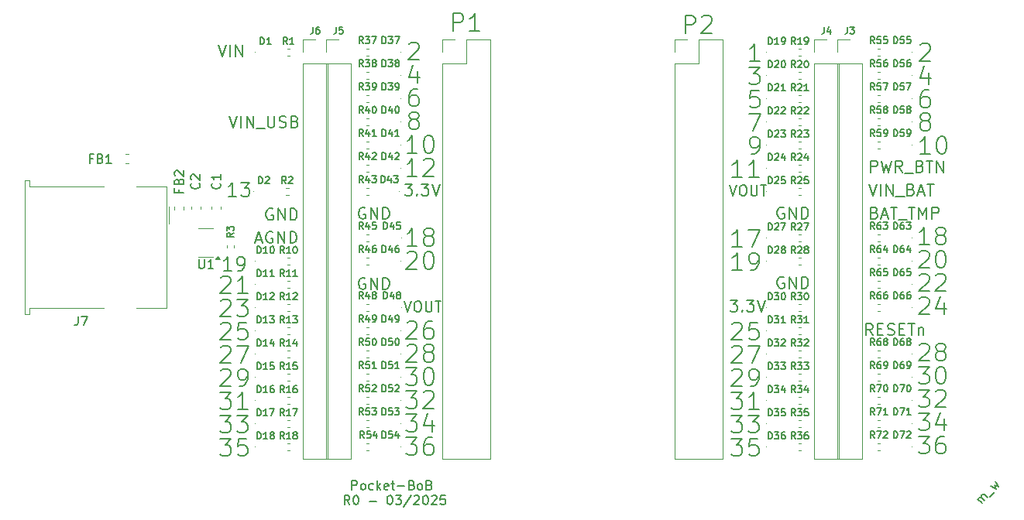
<source format=gbr>
%TF.GenerationSoftware,KiCad,Pcbnew,9.0.0+dfsg-1*%
%TF.CreationDate,2025-04-08T21:11:36-05:00*%
%TF.ProjectId,pocket-bob,706f636b-6574-42d6-926f-622e6b696361,rev?*%
%TF.SameCoordinates,Original*%
%TF.FileFunction,Legend,Top*%
%TF.FilePolarity,Positive*%
%FSLAX46Y46*%
G04 Gerber Fmt 4.6, Leading zero omitted, Abs format (unit mm)*
G04 Created by KiCad (PCBNEW 9.0.0+dfsg-1) date 2025-04-08 21:11:36*
%MOMM*%
%LPD*%
G01*
G04 APERTURE LIST*
%ADD10C,0.203200*%
%ADD11C,0.152400*%
%ADD12C,0.200000*%
%ADD13C,0.150000*%
%ADD14C,0.120000*%
%ADD15C,0.100000*%
G04 APERTURE END LIST*
D10*
X55741541Y-100902725D02*
X55832255Y-100812011D01*
X55832255Y-100812011D02*
X56013684Y-100721297D01*
X56013684Y-100721297D02*
X56467255Y-100721297D01*
X56467255Y-100721297D02*
X56648684Y-100812011D01*
X56648684Y-100812011D02*
X56739398Y-100902725D01*
X56739398Y-100902725D02*
X56830112Y-101084154D01*
X56830112Y-101084154D02*
X56830112Y-101265583D01*
X56830112Y-101265583D02*
X56739398Y-101537725D01*
X56739398Y-101537725D02*
X55650826Y-102626297D01*
X55650826Y-102626297D02*
X56830112Y-102626297D01*
X57465112Y-100721297D02*
X58735112Y-100721297D01*
X58735112Y-100721297D02*
X57918684Y-102626297D01*
X76086941Y-90615725D02*
X76177655Y-90525011D01*
X76177655Y-90525011D02*
X76359084Y-90434297D01*
X76359084Y-90434297D02*
X76812655Y-90434297D01*
X76812655Y-90434297D02*
X76994084Y-90525011D01*
X76994084Y-90525011D02*
X77084798Y-90615725D01*
X77084798Y-90615725D02*
X77175512Y-90797154D01*
X77175512Y-90797154D02*
X77175512Y-90978583D01*
X77175512Y-90978583D02*
X77084798Y-91250725D01*
X77084798Y-91250725D02*
X75996226Y-92339297D01*
X75996226Y-92339297D02*
X77175512Y-92339297D01*
X78354798Y-90434297D02*
X78536227Y-90434297D01*
X78536227Y-90434297D02*
X78717655Y-90525011D01*
X78717655Y-90525011D02*
X78808370Y-90615725D01*
X78808370Y-90615725D02*
X78899084Y-90797154D01*
X78899084Y-90797154D02*
X78989798Y-91160011D01*
X78989798Y-91160011D02*
X78989798Y-91613583D01*
X78989798Y-91613583D02*
X78899084Y-91976440D01*
X78899084Y-91976440D02*
X78808370Y-92157868D01*
X78808370Y-92157868D02*
X78717655Y-92248583D01*
X78717655Y-92248583D02*
X78536227Y-92339297D01*
X78536227Y-92339297D02*
X78354798Y-92339297D01*
X78354798Y-92339297D02*
X78173370Y-92248583D01*
X78173370Y-92248583D02*
X78082655Y-92157868D01*
X78082655Y-92157868D02*
X77991941Y-91976440D01*
X77991941Y-91976440D02*
X77901227Y-91613583D01*
X77901227Y-91613583D02*
X77901227Y-91160011D01*
X77901227Y-91160011D02*
X77991941Y-90797154D01*
X77991941Y-90797154D02*
X78082655Y-90615725D01*
X78082655Y-90615725D02*
X78173370Y-90525011D01*
X78173370Y-90525011D02*
X78354798Y-90434297D01*
X132068541Y-100674125D02*
X132159255Y-100583411D01*
X132159255Y-100583411D02*
X132340684Y-100492697D01*
X132340684Y-100492697D02*
X132794255Y-100492697D01*
X132794255Y-100492697D02*
X132975684Y-100583411D01*
X132975684Y-100583411D02*
X133066398Y-100674125D01*
X133066398Y-100674125D02*
X133157112Y-100855554D01*
X133157112Y-100855554D02*
X133157112Y-101036983D01*
X133157112Y-101036983D02*
X133066398Y-101309125D01*
X133066398Y-101309125D02*
X131977826Y-102397697D01*
X131977826Y-102397697D02*
X133157112Y-102397697D01*
X134245684Y-101309125D02*
X134064255Y-101218411D01*
X134064255Y-101218411D02*
X133973541Y-101127697D01*
X133973541Y-101127697D02*
X133882827Y-100946268D01*
X133882827Y-100946268D02*
X133882827Y-100855554D01*
X133882827Y-100855554D02*
X133973541Y-100674125D01*
X133973541Y-100674125D02*
X134064255Y-100583411D01*
X134064255Y-100583411D02*
X134245684Y-100492697D01*
X134245684Y-100492697D02*
X134608541Y-100492697D01*
X134608541Y-100492697D02*
X134789970Y-100583411D01*
X134789970Y-100583411D02*
X134880684Y-100674125D01*
X134880684Y-100674125D02*
X134971398Y-100855554D01*
X134971398Y-100855554D02*
X134971398Y-100946268D01*
X134971398Y-100946268D02*
X134880684Y-101127697D01*
X134880684Y-101127697D02*
X134789970Y-101218411D01*
X134789970Y-101218411D02*
X134608541Y-101309125D01*
X134608541Y-101309125D02*
X134245684Y-101309125D01*
X134245684Y-101309125D02*
X134064255Y-101399840D01*
X134064255Y-101399840D02*
X133973541Y-101490554D01*
X133973541Y-101490554D02*
X133882827Y-101671983D01*
X133882827Y-101671983D02*
X133882827Y-102034840D01*
X133882827Y-102034840D02*
X133973541Y-102216268D01*
X133973541Y-102216268D02*
X134064255Y-102306983D01*
X134064255Y-102306983D02*
X134245684Y-102397697D01*
X134245684Y-102397697D02*
X134608541Y-102397697D01*
X134608541Y-102397697D02*
X134789970Y-102306983D01*
X134789970Y-102306983D02*
X134880684Y-102216268D01*
X134880684Y-102216268D02*
X134971398Y-102034840D01*
X134971398Y-102034840D02*
X134971398Y-101671983D01*
X134971398Y-101671983D02*
X134880684Y-101490554D01*
X134880684Y-101490554D02*
X134789970Y-101399840D01*
X134789970Y-101399840D02*
X134608541Y-101309125D01*
X113707969Y-79766297D02*
X114070826Y-79766297D01*
X114070826Y-79766297D02*
X114252255Y-79675583D01*
X114252255Y-79675583D02*
X114342969Y-79584868D01*
X114342969Y-79584868D02*
X114524398Y-79312725D01*
X114524398Y-79312725D02*
X114615112Y-78949868D01*
X114615112Y-78949868D02*
X114615112Y-78224154D01*
X114615112Y-78224154D02*
X114524398Y-78042725D01*
X114524398Y-78042725D02*
X114433684Y-77952011D01*
X114433684Y-77952011D02*
X114252255Y-77861297D01*
X114252255Y-77861297D02*
X113889398Y-77861297D01*
X113889398Y-77861297D02*
X113707969Y-77952011D01*
X113707969Y-77952011D02*
X113617255Y-78042725D01*
X113617255Y-78042725D02*
X113526541Y-78224154D01*
X113526541Y-78224154D02*
X113526541Y-78677725D01*
X113526541Y-78677725D02*
X113617255Y-78859154D01*
X113617255Y-78859154D02*
X113707969Y-78949868D01*
X113707969Y-78949868D02*
X113889398Y-79040583D01*
X113889398Y-79040583D02*
X114252255Y-79040583D01*
X114252255Y-79040583D02*
X114433684Y-78949868D01*
X114433684Y-78949868D02*
X114524398Y-78859154D01*
X114524398Y-78859154D02*
X114615112Y-78677725D01*
X55741541Y-93282725D02*
X55832255Y-93192011D01*
X55832255Y-93192011D02*
X56013684Y-93101297D01*
X56013684Y-93101297D02*
X56467255Y-93101297D01*
X56467255Y-93101297D02*
X56648684Y-93192011D01*
X56648684Y-93192011D02*
X56739398Y-93282725D01*
X56739398Y-93282725D02*
X56830112Y-93464154D01*
X56830112Y-93464154D02*
X56830112Y-93645583D01*
X56830112Y-93645583D02*
X56739398Y-93917725D01*
X56739398Y-93917725D02*
X55650826Y-95006297D01*
X55650826Y-95006297D02*
X56830112Y-95006297D01*
X58644398Y-95006297D02*
X57555827Y-95006297D01*
X58100112Y-95006297D02*
X58100112Y-93101297D01*
X58100112Y-93101297D02*
X57918684Y-93373440D01*
X57918684Y-93373440D02*
X57737255Y-93554868D01*
X57737255Y-93554868D02*
X57555827Y-93645583D01*
X55650826Y-105801297D02*
X56830112Y-105801297D01*
X56830112Y-105801297D02*
X56195112Y-106527011D01*
X56195112Y-106527011D02*
X56467255Y-106527011D01*
X56467255Y-106527011D02*
X56648684Y-106617725D01*
X56648684Y-106617725D02*
X56739398Y-106708440D01*
X56739398Y-106708440D02*
X56830112Y-106889868D01*
X56830112Y-106889868D02*
X56830112Y-107343440D01*
X56830112Y-107343440D02*
X56739398Y-107524868D01*
X56739398Y-107524868D02*
X56648684Y-107615583D01*
X56648684Y-107615583D02*
X56467255Y-107706297D01*
X56467255Y-107706297D02*
X55922969Y-107706297D01*
X55922969Y-107706297D02*
X55741541Y-107615583D01*
X55741541Y-107615583D02*
X55650826Y-107524868D01*
X58644398Y-107706297D02*
X57555827Y-107706297D01*
X58100112Y-107706297D02*
X58100112Y-105801297D01*
X58100112Y-105801297D02*
X57918684Y-106073440D01*
X57918684Y-106073440D02*
X57737255Y-106254868D01*
X57737255Y-106254868D02*
X57555827Y-106345583D01*
X55650826Y-110881297D02*
X56830112Y-110881297D01*
X56830112Y-110881297D02*
X56195112Y-111607011D01*
X56195112Y-111607011D02*
X56467255Y-111607011D01*
X56467255Y-111607011D02*
X56648684Y-111697725D01*
X56648684Y-111697725D02*
X56739398Y-111788440D01*
X56739398Y-111788440D02*
X56830112Y-111969868D01*
X56830112Y-111969868D02*
X56830112Y-112423440D01*
X56830112Y-112423440D02*
X56739398Y-112604868D01*
X56739398Y-112604868D02*
X56648684Y-112695583D01*
X56648684Y-112695583D02*
X56467255Y-112786297D01*
X56467255Y-112786297D02*
X55922969Y-112786297D01*
X55922969Y-112786297D02*
X55741541Y-112695583D01*
X55741541Y-112695583D02*
X55650826Y-112604868D01*
X58553684Y-110881297D02*
X57646541Y-110881297D01*
X57646541Y-110881297D02*
X57555827Y-111788440D01*
X57555827Y-111788440D02*
X57646541Y-111697725D01*
X57646541Y-111697725D02*
X57827970Y-111607011D01*
X57827970Y-111607011D02*
X58281541Y-111607011D01*
X58281541Y-111607011D02*
X58462970Y-111697725D01*
X58462970Y-111697725D02*
X58553684Y-111788440D01*
X58553684Y-111788440D02*
X58644398Y-111969868D01*
X58644398Y-111969868D02*
X58644398Y-112423440D01*
X58644398Y-112423440D02*
X58553684Y-112604868D01*
X58553684Y-112604868D02*
X58462970Y-112695583D01*
X58462970Y-112695583D02*
X58281541Y-112786297D01*
X58281541Y-112786297D02*
X57827970Y-112786297D01*
X57827970Y-112786297D02*
X57646541Y-112695583D01*
X57646541Y-112695583D02*
X57555827Y-112604868D01*
X113435826Y-70241297D02*
X114615112Y-70241297D01*
X114615112Y-70241297D02*
X113980112Y-70967011D01*
X113980112Y-70967011D02*
X114252255Y-70967011D01*
X114252255Y-70967011D02*
X114433684Y-71057725D01*
X114433684Y-71057725D02*
X114524398Y-71148440D01*
X114524398Y-71148440D02*
X114615112Y-71329868D01*
X114615112Y-71329868D02*
X114615112Y-71783440D01*
X114615112Y-71783440D02*
X114524398Y-71964868D01*
X114524398Y-71964868D02*
X114433684Y-72055583D01*
X114433684Y-72055583D02*
X114252255Y-72146297D01*
X114252255Y-72146297D02*
X113707969Y-72146297D01*
X113707969Y-72146297D02*
X113526541Y-72055583D01*
X113526541Y-72055583D02*
X113435826Y-71964868D01*
X56895426Y-92538324D02*
X56024569Y-92538324D01*
X56459998Y-92538324D02*
X56459998Y-91014324D01*
X56459998Y-91014324D02*
X56314855Y-91232038D01*
X56314855Y-91232038D02*
X56169712Y-91377181D01*
X56169712Y-91377181D02*
X56024569Y-91449753D01*
X57621141Y-92538324D02*
X57911427Y-92538324D01*
X57911427Y-92538324D02*
X58056570Y-92465753D01*
X58056570Y-92465753D02*
X58129141Y-92393181D01*
X58129141Y-92393181D02*
X58274284Y-92175467D01*
X58274284Y-92175467D02*
X58346855Y-91885181D01*
X58346855Y-91885181D02*
X58346855Y-91304610D01*
X58346855Y-91304610D02*
X58274284Y-91159467D01*
X58274284Y-91159467D02*
X58201713Y-91086895D01*
X58201713Y-91086895D02*
X58056570Y-91014324D01*
X58056570Y-91014324D02*
X57766284Y-91014324D01*
X57766284Y-91014324D02*
X57621141Y-91086895D01*
X57621141Y-91086895D02*
X57548570Y-91159467D01*
X57548570Y-91159467D02*
X57475998Y-91304610D01*
X57475998Y-91304610D02*
X57475998Y-91667467D01*
X57475998Y-91667467D02*
X57548570Y-91812610D01*
X57548570Y-91812610D02*
X57621141Y-91885181D01*
X57621141Y-91885181D02*
X57766284Y-91957753D01*
X57766284Y-91957753D02*
X58056570Y-91957753D01*
X58056570Y-91957753D02*
X58201713Y-91885181D01*
X58201713Y-91885181D02*
X58274284Y-91812610D01*
X58274284Y-91812610D02*
X58346855Y-91667467D01*
X55741541Y-98362725D02*
X55832255Y-98272011D01*
X55832255Y-98272011D02*
X56013684Y-98181297D01*
X56013684Y-98181297D02*
X56467255Y-98181297D01*
X56467255Y-98181297D02*
X56648684Y-98272011D01*
X56648684Y-98272011D02*
X56739398Y-98362725D01*
X56739398Y-98362725D02*
X56830112Y-98544154D01*
X56830112Y-98544154D02*
X56830112Y-98725583D01*
X56830112Y-98725583D02*
X56739398Y-98997725D01*
X56739398Y-98997725D02*
X55650826Y-100086297D01*
X55650826Y-100086297D02*
X56830112Y-100086297D01*
X58553684Y-98181297D02*
X57646541Y-98181297D01*
X57646541Y-98181297D02*
X57555827Y-99088440D01*
X57555827Y-99088440D02*
X57646541Y-98997725D01*
X57646541Y-98997725D02*
X57827970Y-98907011D01*
X57827970Y-98907011D02*
X58281541Y-98907011D01*
X58281541Y-98907011D02*
X58462970Y-98997725D01*
X58462970Y-98997725D02*
X58553684Y-99088440D01*
X58553684Y-99088440D02*
X58644398Y-99269868D01*
X58644398Y-99269868D02*
X58644398Y-99723440D01*
X58644398Y-99723440D02*
X58553684Y-99904868D01*
X58553684Y-99904868D02*
X58462970Y-99995583D01*
X58462970Y-99995583D02*
X58281541Y-100086297D01*
X58281541Y-100086297D02*
X57827970Y-100086297D01*
X57827970Y-100086297D02*
X57646541Y-99995583D01*
X57646541Y-99995583D02*
X57555827Y-99904868D01*
D11*
X111406691Y-95721651D02*
X112192882Y-95721651D01*
X112192882Y-95721651D02*
X111769548Y-96205460D01*
X111769548Y-96205460D02*
X111950977Y-96205460D01*
X111950977Y-96205460D02*
X112071929Y-96265936D01*
X112071929Y-96265936D02*
X112132405Y-96326413D01*
X112132405Y-96326413D02*
X112192882Y-96447365D01*
X112192882Y-96447365D02*
X112192882Y-96749746D01*
X112192882Y-96749746D02*
X112132405Y-96870698D01*
X112132405Y-96870698D02*
X112071929Y-96931175D01*
X112071929Y-96931175D02*
X111950977Y-96991651D01*
X111950977Y-96991651D02*
X111588120Y-96991651D01*
X111588120Y-96991651D02*
X111467167Y-96931175D01*
X111467167Y-96931175D02*
X111406691Y-96870698D01*
X112737167Y-96870698D02*
X112797644Y-96931175D01*
X112797644Y-96931175D02*
X112737167Y-96991651D01*
X112737167Y-96991651D02*
X112676691Y-96931175D01*
X112676691Y-96931175D02*
X112737167Y-96870698D01*
X112737167Y-96870698D02*
X112737167Y-96991651D01*
X113220977Y-95721651D02*
X114007168Y-95721651D01*
X114007168Y-95721651D02*
X113583834Y-96205460D01*
X113583834Y-96205460D02*
X113765263Y-96205460D01*
X113765263Y-96205460D02*
X113886215Y-96265936D01*
X113886215Y-96265936D02*
X113946691Y-96326413D01*
X113946691Y-96326413D02*
X114007168Y-96447365D01*
X114007168Y-96447365D02*
X114007168Y-96749746D01*
X114007168Y-96749746D02*
X113946691Y-96870698D01*
X113946691Y-96870698D02*
X113886215Y-96931175D01*
X113886215Y-96931175D02*
X113765263Y-96991651D01*
X113765263Y-96991651D02*
X113402406Y-96991651D01*
X113402406Y-96991651D02*
X113281453Y-96931175D01*
X113281453Y-96931175D02*
X113220977Y-96870698D01*
X114370025Y-95721651D02*
X114793358Y-96991651D01*
X114793358Y-96991651D02*
X115216692Y-95721651D01*
D10*
X55741541Y-103442725D02*
X55832255Y-103352011D01*
X55832255Y-103352011D02*
X56013684Y-103261297D01*
X56013684Y-103261297D02*
X56467255Y-103261297D01*
X56467255Y-103261297D02*
X56648684Y-103352011D01*
X56648684Y-103352011D02*
X56739398Y-103442725D01*
X56739398Y-103442725D02*
X56830112Y-103624154D01*
X56830112Y-103624154D02*
X56830112Y-103805583D01*
X56830112Y-103805583D02*
X56739398Y-104077725D01*
X56739398Y-104077725D02*
X55650826Y-105166297D01*
X55650826Y-105166297D02*
X56830112Y-105166297D01*
X57737255Y-105166297D02*
X58100112Y-105166297D01*
X58100112Y-105166297D02*
X58281541Y-105075583D01*
X58281541Y-105075583D02*
X58372255Y-104984868D01*
X58372255Y-104984868D02*
X58553684Y-104712725D01*
X58553684Y-104712725D02*
X58644398Y-104349868D01*
X58644398Y-104349868D02*
X58644398Y-103624154D01*
X58644398Y-103624154D02*
X58553684Y-103442725D01*
X58553684Y-103442725D02*
X58462970Y-103352011D01*
X58462970Y-103352011D02*
X58281541Y-103261297D01*
X58281541Y-103261297D02*
X57918684Y-103261297D01*
X57918684Y-103261297D02*
X57737255Y-103352011D01*
X57737255Y-103352011D02*
X57646541Y-103442725D01*
X57646541Y-103442725D02*
X57555827Y-103624154D01*
X57555827Y-103624154D02*
X57555827Y-104077725D01*
X57555827Y-104077725D02*
X57646541Y-104259154D01*
X57646541Y-104259154D02*
X57737255Y-104349868D01*
X57737255Y-104349868D02*
X57918684Y-104440583D01*
X57918684Y-104440583D02*
X58281541Y-104440583D01*
X58281541Y-104440583D02*
X58462970Y-104349868D01*
X58462970Y-104349868D02*
X58553684Y-104259154D01*
X58553684Y-104259154D02*
X58644398Y-104077725D01*
X114524398Y-72781297D02*
X113617255Y-72781297D01*
X113617255Y-72781297D02*
X113526541Y-73688440D01*
X113526541Y-73688440D02*
X113617255Y-73597725D01*
X113617255Y-73597725D02*
X113798684Y-73507011D01*
X113798684Y-73507011D02*
X114252255Y-73507011D01*
X114252255Y-73507011D02*
X114433684Y-73597725D01*
X114433684Y-73597725D02*
X114524398Y-73688440D01*
X114524398Y-73688440D02*
X114615112Y-73869868D01*
X114615112Y-73869868D02*
X114615112Y-74323440D01*
X114615112Y-74323440D02*
X114524398Y-74504868D01*
X114524398Y-74504868D02*
X114433684Y-74595583D01*
X114433684Y-74595583D02*
X114252255Y-74686297D01*
X114252255Y-74686297D02*
X113798684Y-74686297D01*
X113798684Y-74686297D02*
X113617255Y-74595583D01*
X113617255Y-74595583D02*
X113526541Y-74504868D01*
D11*
X71502082Y-85672927D02*
X71381129Y-85612451D01*
X71381129Y-85612451D02*
X71199701Y-85612451D01*
X71199701Y-85612451D02*
X71018272Y-85672927D01*
X71018272Y-85672927D02*
X70897320Y-85793879D01*
X70897320Y-85793879D02*
X70836843Y-85914832D01*
X70836843Y-85914832D02*
X70776367Y-86156736D01*
X70776367Y-86156736D02*
X70776367Y-86338165D01*
X70776367Y-86338165D02*
X70836843Y-86580070D01*
X70836843Y-86580070D02*
X70897320Y-86701022D01*
X70897320Y-86701022D02*
X71018272Y-86821975D01*
X71018272Y-86821975D02*
X71199701Y-86882451D01*
X71199701Y-86882451D02*
X71320653Y-86882451D01*
X71320653Y-86882451D02*
X71502082Y-86821975D01*
X71502082Y-86821975D02*
X71562558Y-86761498D01*
X71562558Y-86761498D02*
X71562558Y-86338165D01*
X71562558Y-86338165D02*
X71320653Y-86338165D01*
X72106843Y-86882451D02*
X72106843Y-85612451D01*
X72106843Y-85612451D02*
X72832558Y-86882451D01*
X72832558Y-86882451D02*
X72832558Y-85612451D01*
X73437319Y-86882451D02*
X73437319Y-85612451D01*
X73437319Y-85612451D02*
X73739700Y-85612451D01*
X73739700Y-85612451D02*
X73921129Y-85672927D01*
X73921129Y-85672927D02*
X74042081Y-85793879D01*
X74042081Y-85793879D02*
X74102558Y-85914832D01*
X74102558Y-85914832D02*
X74163034Y-86156736D01*
X74163034Y-86156736D02*
X74163034Y-86338165D01*
X74163034Y-86338165D02*
X74102558Y-86580070D01*
X74102558Y-86580070D02*
X74042081Y-86701022D01*
X74042081Y-86701022D02*
X73921129Y-86821975D01*
X73921129Y-86821975D02*
X73739700Y-86882451D01*
X73739700Y-86882451D02*
X73437319Y-86882451D01*
D10*
X133157112Y-89697697D02*
X132068541Y-89697697D01*
X132612826Y-89697697D02*
X132612826Y-87792697D01*
X132612826Y-87792697D02*
X132431398Y-88064840D01*
X132431398Y-88064840D02*
X132249969Y-88246268D01*
X132249969Y-88246268D02*
X132068541Y-88336983D01*
X134245684Y-88609125D02*
X134064255Y-88518411D01*
X134064255Y-88518411D02*
X133973541Y-88427697D01*
X133973541Y-88427697D02*
X133882827Y-88246268D01*
X133882827Y-88246268D02*
X133882827Y-88155554D01*
X133882827Y-88155554D02*
X133973541Y-87974125D01*
X133973541Y-87974125D02*
X134064255Y-87883411D01*
X134064255Y-87883411D02*
X134245684Y-87792697D01*
X134245684Y-87792697D02*
X134608541Y-87792697D01*
X134608541Y-87792697D02*
X134789970Y-87883411D01*
X134789970Y-87883411D02*
X134880684Y-87974125D01*
X134880684Y-87974125D02*
X134971398Y-88155554D01*
X134971398Y-88155554D02*
X134971398Y-88246268D01*
X134971398Y-88246268D02*
X134880684Y-88427697D01*
X134880684Y-88427697D02*
X134789970Y-88518411D01*
X134789970Y-88518411D02*
X134608541Y-88609125D01*
X134608541Y-88609125D02*
X134245684Y-88609125D01*
X134245684Y-88609125D02*
X134064255Y-88699840D01*
X134064255Y-88699840D02*
X133973541Y-88790554D01*
X133973541Y-88790554D02*
X133882827Y-88971983D01*
X133882827Y-88971983D02*
X133882827Y-89334840D01*
X133882827Y-89334840D02*
X133973541Y-89516268D01*
X133973541Y-89516268D02*
X134064255Y-89606983D01*
X134064255Y-89606983D02*
X134245684Y-89697697D01*
X134245684Y-89697697D02*
X134608541Y-89697697D01*
X134608541Y-89697697D02*
X134789970Y-89606983D01*
X134789970Y-89606983D02*
X134880684Y-89516268D01*
X134880684Y-89516268D02*
X134971398Y-89334840D01*
X134971398Y-89334840D02*
X134971398Y-88971983D01*
X134971398Y-88971983D02*
X134880684Y-88790554D01*
X134880684Y-88790554D02*
X134789970Y-88699840D01*
X134789970Y-88699840D02*
X134608541Y-88609125D01*
X131977826Y-110652697D02*
X133157112Y-110652697D01*
X133157112Y-110652697D02*
X132522112Y-111378411D01*
X132522112Y-111378411D02*
X132794255Y-111378411D01*
X132794255Y-111378411D02*
X132975684Y-111469125D01*
X132975684Y-111469125D02*
X133066398Y-111559840D01*
X133066398Y-111559840D02*
X133157112Y-111741268D01*
X133157112Y-111741268D02*
X133157112Y-112194840D01*
X133157112Y-112194840D02*
X133066398Y-112376268D01*
X133066398Y-112376268D02*
X132975684Y-112466983D01*
X132975684Y-112466983D02*
X132794255Y-112557697D01*
X132794255Y-112557697D02*
X132249969Y-112557697D01*
X132249969Y-112557697D02*
X132068541Y-112466983D01*
X132068541Y-112466983D02*
X131977826Y-112376268D01*
X134789970Y-110652697D02*
X134427112Y-110652697D01*
X134427112Y-110652697D02*
X134245684Y-110743411D01*
X134245684Y-110743411D02*
X134154970Y-110834125D01*
X134154970Y-110834125D02*
X133973541Y-111106268D01*
X133973541Y-111106268D02*
X133882827Y-111469125D01*
X133882827Y-111469125D02*
X133882827Y-112194840D01*
X133882827Y-112194840D02*
X133973541Y-112376268D01*
X133973541Y-112376268D02*
X134064255Y-112466983D01*
X134064255Y-112466983D02*
X134245684Y-112557697D01*
X134245684Y-112557697D02*
X134608541Y-112557697D01*
X134608541Y-112557697D02*
X134789970Y-112466983D01*
X134789970Y-112466983D02*
X134880684Y-112376268D01*
X134880684Y-112376268D02*
X134971398Y-112194840D01*
X134971398Y-112194840D02*
X134971398Y-111741268D01*
X134971398Y-111741268D02*
X134880684Y-111559840D01*
X134880684Y-111559840D02*
X134789970Y-111469125D01*
X134789970Y-111469125D02*
X134608541Y-111378411D01*
X134608541Y-111378411D02*
X134245684Y-111378411D01*
X134245684Y-111378411D02*
X134064255Y-111469125D01*
X134064255Y-111469125D02*
X133973541Y-111559840D01*
X133973541Y-111559840D02*
X133882827Y-111741268D01*
X114615112Y-69606297D02*
X113526541Y-69606297D01*
X114070826Y-69606297D02*
X114070826Y-67701297D01*
X114070826Y-67701297D02*
X113889398Y-67973440D01*
X113889398Y-67973440D02*
X113707969Y-68154868D01*
X113707969Y-68154868D02*
X113526541Y-68245583D01*
X76290141Y-67730325D02*
X76380855Y-67639611D01*
X76380855Y-67639611D02*
X76562284Y-67548897D01*
X76562284Y-67548897D02*
X77015855Y-67548897D01*
X77015855Y-67548897D02*
X77197284Y-67639611D01*
X77197284Y-67639611D02*
X77287998Y-67730325D01*
X77287998Y-67730325D02*
X77378712Y-67911754D01*
X77378712Y-67911754D02*
X77378712Y-68093183D01*
X77378712Y-68093183D02*
X77287998Y-68365325D01*
X77287998Y-68365325D02*
X76199426Y-69453897D01*
X76199426Y-69453897D02*
X77378712Y-69453897D01*
X132170141Y-67857325D02*
X132260855Y-67766611D01*
X132260855Y-67766611D02*
X132442284Y-67675897D01*
X132442284Y-67675897D02*
X132895855Y-67675897D01*
X132895855Y-67675897D02*
X133077284Y-67766611D01*
X133077284Y-67766611D02*
X133167998Y-67857325D01*
X133167998Y-67857325D02*
X133258712Y-68038754D01*
X133258712Y-68038754D02*
X133258712Y-68220183D01*
X133258712Y-68220183D02*
X133167998Y-68492325D01*
X133167998Y-68492325D02*
X132079426Y-69580897D01*
X132079426Y-69580897D02*
X133258712Y-69580897D01*
X77175512Y-89799297D02*
X76086941Y-89799297D01*
X76631226Y-89799297D02*
X76631226Y-87894297D01*
X76631226Y-87894297D02*
X76449798Y-88166440D01*
X76449798Y-88166440D02*
X76268369Y-88347868D01*
X76268369Y-88347868D02*
X76086941Y-88438583D01*
X78264084Y-88710725D02*
X78082655Y-88620011D01*
X78082655Y-88620011D02*
X77991941Y-88529297D01*
X77991941Y-88529297D02*
X77901227Y-88347868D01*
X77901227Y-88347868D02*
X77901227Y-88257154D01*
X77901227Y-88257154D02*
X77991941Y-88075725D01*
X77991941Y-88075725D02*
X78082655Y-87985011D01*
X78082655Y-87985011D02*
X78264084Y-87894297D01*
X78264084Y-87894297D02*
X78626941Y-87894297D01*
X78626941Y-87894297D02*
X78808370Y-87985011D01*
X78808370Y-87985011D02*
X78899084Y-88075725D01*
X78899084Y-88075725D02*
X78989798Y-88257154D01*
X78989798Y-88257154D02*
X78989798Y-88347868D01*
X78989798Y-88347868D02*
X78899084Y-88529297D01*
X78899084Y-88529297D02*
X78808370Y-88620011D01*
X78808370Y-88620011D02*
X78626941Y-88710725D01*
X78626941Y-88710725D02*
X78264084Y-88710725D01*
X78264084Y-88710725D02*
X78082655Y-88801440D01*
X78082655Y-88801440D02*
X77991941Y-88892154D01*
X77991941Y-88892154D02*
X77901227Y-89073583D01*
X77901227Y-89073583D02*
X77901227Y-89436440D01*
X77901227Y-89436440D02*
X77991941Y-89617868D01*
X77991941Y-89617868D02*
X78082655Y-89708583D01*
X78082655Y-89708583D02*
X78264084Y-89799297D01*
X78264084Y-89799297D02*
X78626941Y-89799297D01*
X78626941Y-89799297D02*
X78808370Y-89708583D01*
X78808370Y-89708583D02*
X78899084Y-89617868D01*
X78899084Y-89617868D02*
X78989798Y-89436440D01*
X78989798Y-89436440D02*
X78989798Y-89073583D01*
X78989798Y-89073583D02*
X78899084Y-88892154D01*
X78899084Y-88892154D02*
X78808370Y-88801440D01*
X78808370Y-88801440D02*
X78626941Y-88710725D01*
X111621541Y-103442725D02*
X111712255Y-103352011D01*
X111712255Y-103352011D02*
X111893684Y-103261297D01*
X111893684Y-103261297D02*
X112347255Y-103261297D01*
X112347255Y-103261297D02*
X112528684Y-103352011D01*
X112528684Y-103352011D02*
X112619398Y-103442725D01*
X112619398Y-103442725D02*
X112710112Y-103624154D01*
X112710112Y-103624154D02*
X112710112Y-103805583D01*
X112710112Y-103805583D02*
X112619398Y-104077725D01*
X112619398Y-104077725D02*
X111530826Y-105166297D01*
X111530826Y-105166297D02*
X112710112Y-105166297D01*
X113617255Y-105166297D02*
X113980112Y-105166297D01*
X113980112Y-105166297D02*
X114161541Y-105075583D01*
X114161541Y-105075583D02*
X114252255Y-104984868D01*
X114252255Y-104984868D02*
X114433684Y-104712725D01*
X114433684Y-104712725D02*
X114524398Y-104349868D01*
X114524398Y-104349868D02*
X114524398Y-103624154D01*
X114524398Y-103624154D02*
X114433684Y-103442725D01*
X114433684Y-103442725D02*
X114342970Y-103352011D01*
X114342970Y-103352011D02*
X114161541Y-103261297D01*
X114161541Y-103261297D02*
X113798684Y-103261297D01*
X113798684Y-103261297D02*
X113617255Y-103352011D01*
X113617255Y-103352011D02*
X113526541Y-103442725D01*
X113526541Y-103442725D02*
X113435827Y-103624154D01*
X113435827Y-103624154D02*
X113435827Y-104077725D01*
X113435827Y-104077725D02*
X113526541Y-104259154D01*
X113526541Y-104259154D02*
X113617255Y-104349868D01*
X113617255Y-104349868D02*
X113798684Y-104440583D01*
X113798684Y-104440583D02*
X114161541Y-104440583D01*
X114161541Y-104440583D02*
X114342970Y-104349868D01*
X114342970Y-104349868D02*
X114433684Y-104259154D01*
X114433684Y-104259154D02*
X114524398Y-104077725D01*
D11*
X127190977Y-86166413D02*
X127372405Y-86226889D01*
X127372405Y-86226889D02*
X127432882Y-86287365D01*
X127432882Y-86287365D02*
X127493358Y-86408317D01*
X127493358Y-86408317D02*
X127493358Y-86589746D01*
X127493358Y-86589746D02*
X127432882Y-86710698D01*
X127432882Y-86710698D02*
X127372405Y-86771175D01*
X127372405Y-86771175D02*
X127251453Y-86831651D01*
X127251453Y-86831651D02*
X126767643Y-86831651D01*
X126767643Y-86831651D02*
X126767643Y-85561651D01*
X126767643Y-85561651D02*
X127190977Y-85561651D01*
X127190977Y-85561651D02*
X127311929Y-85622127D01*
X127311929Y-85622127D02*
X127372405Y-85682603D01*
X127372405Y-85682603D02*
X127432882Y-85803555D01*
X127432882Y-85803555D02*
X127432882Y-85924508D01*
X127432882Y-85924508D02*
X127372405Y-86045460D01*
X127372405Y-86045460D02*
X127311929Y-86105936D01*
X127311929Y-86105936D02*
X127190977Y-86166413D01*
X127190977Y-86166413D02*
X126767643Y-86166413D01*
X127977167Y-86468794D02*
X128581929Y-86468794D01*
X127856215Y-86831651D02*
X128279548Y-85561651D01*
X128279548Y-85561651D02*
X128702882Y-86831651D01*
X128944786Y-85561651D02*
X129670500Y-85561651D01*
X129307643Y-86831651D02*
X129307643Y-85561651D01*
X129791453Y-86952603D02*
X130759072Y-86952603D01*
X130880024Y-85561651D02*
X131605738Y-85561651D01*
X131242881Y-86831651D02*
X131242881Y-85561651D01*
X132029071Y-86831651D02*
X132029071Y-85561651D01*
X132029071Y-85561651D02*
X132452405Y-86468794D01*
X132452405Y-86468794D02*
X132875738Y-85561651D01*
X132875738Y-85561651D02*
X132875738Y-86831651D01*
X133480500Y-86831651D02*
X133480500Y-85561651D01*
X133480500Y-85561651D02*
X133964310Y-85561651D01*
X133964310Y-85561651D02*
X134085262Y-85622127D01*
X134085262Y-85622127D02*
X134145739Y-85682603D01*
X134145739Y-85682603D02*
X134206215Y-85803555D01*
X134206215Y-85803555D02*
X134206215Y-85984984D01*
X134206215Y-85984984D02*
X134145739Y-86105936D01*
X134145739Y-86105936D02*
X134085262Y-86166413D01*
X134085262Y-86166413D02*
X133964310Y-86226889D01*
X133964310Y-86226889D02*
X133480500Y-86226889D01*
D10*
X55650826Y-108341297D02*
X56830112Y-108341297D01*
X56830112Y-108341297D02*
X56195112Y-109067011D01*
X56195112Y-109067011D02*
X56467255Y-109067011D01*
X56467255Y-109067011D02*
X56648684Y-109157725D01*
X56648684Y-109157725D02*
X56739398Y-109248440D01*
X56739398Y-109248440D02*
X56830112Y-109429868D01*
X56830112Y-109429868D02*
X56830112Y-109883440D01*
X56830112Y-109883440D02*
X56739398Y-110064868D01*
X56739398Y-110064868D02*
X56648684Y-110155583D01*
X56648684Y-110155583D02*
X56467255Y-110246297D01*
X56467255Y-110246297D02*
X55922969Y-110246297D01*
X55922969Y-110246297D02*
X55741541Y-110155583D01*
X55741541Y-110155583D02*
X55650826Y-110064868D01*
X57465112Y-108341297D02*
X58644398Y-108341297D01*
X58644398Y-108341297D02*
X58009398Y-109067011D01*
X58009398Y-109067011D02*
X58281541Y-109067011D01*
X58281541Y-109067011D02*
X58462970Y-109157725D01*
X58462970Y-109157725D02*
X58553684Y-109248440D01*
X58553684Y-109248440D02*
X58644398Y-109429868D01*
X58644398Y-109429868D02*
X58644398Y-109883440D01*
X58644398Y-109883440D02*
X58553684Y-110064868D01*
X58553684Y-110064868D02*
X58462970Y-110155583D01*
X58462970Y-110155583D02*
X58281541Y-110246297D01*
X58281541Y-110246297D02*
X57737255Y-110246297D01*
X57737255Y-110246297D02*
X57555827Y-110155583D01*
X57555827Y-110155583D02*
X57465112Y-110064868D01*
D11*
X75774120Y-95864193D02*
X76155120Y-97007193D01*
X76155120Y-97007193D02*
X76536120Y-95864193D01*
X77134834Y-95864193D02*
X77352548Y-95864193D01*
X77352548Y-95864193D02*
X77461405Y-95918622D01*
X77461405Y-95918622D02*
X77570262Y-96027479D01*
X77570262Y-96027479D02*
X77624691Y-96245193D01*
X77624691Y-96245193D02*
X77624691Y-96626193D01*
X77624691Y-96626193D02*
X77570262Y-96843907D01*
X77570262Y-96843907D02*
X77461405Y-96952765D01*
X77461405Y-96952765D02*
X77352548Y-97007193D01*
X77352548Y-97007193D02*
X77134834Y-97007193D01*
X77134834Y-97007193D02*
X77025977Y-96952765D01*
X77025977Y-96952765D02*
X76917119Y-96843907D01*
X76917119Y-96843907D02*
X76862691Y-96626193D01*
X76862691Y-96626193D02*
X76862691Y-96245193D01*
X76862691Y-96245193D02*
X76917119Y-96027479D01*
X76917119Y-96027479D02*
X77025977Y-95918622D01*
X77025977Y-95918622D02*
X77134834Y-95864193D01*
X78114548Y-95864193D02*
X78114548Y-96789479D01*
X78114548Y-96789479D02*
X78168977Y-96898336D01*
X78168977Y-96898336D02*
X78223406Y-96952765D01*
X78223406Y-96952765D02*
X78332263Y-97007193D01*
X78332263Y-97007193D02*
X78549977Y-97007193D01*
X78549977Y-97007193D02*
X78658834Y-96952765D01*
X78658834Y-96952765D02*
X78713263Y-96898336D01*
X78713263Y-96898336D02*
X78767691Y-96789479D01*
X78767691Y-96789479D02*
X78767691Y-95864193D01*
X79148692Y-95864193D02*
X79801835Y-95864193D01*
X79475263Y-97007193D02*
X79475263Y-95864193D01*
D10*
X112710112Y-92466297D02*
X111621541Y-92466297D01*
X112165826Y-92466297D02*
X112165826Y-90561297D01*
X112165826Y-90561297D02*
X111984398Y-90833440D01*
X111984398Y-90833440D02*
X111802969Y-91014868D01*
X111802969Y-91014868D02*
X111621541Y-91105583D01*
X113617255Y-92466297D02*
X113980112Y-92466297D01*
X113980112Y-92466297D02*
X114161541Y-92375583D01*
X114161541Y-92375583D02*
X114252255Y-92284868D01*
X114252255Y-92284868D02*
X114433684Y-92012725D01*
X114433684Y-92012725D02*
X114524398Y-91649868D01*
X114524398Y-91649868D02*
X114524398Y-90924154D01*
X114524398Y-90924154D02*
X114433684Y-90742725D01*
X114433684Y-90742725D02*
X114342970Y-90652011D01*
X114342970Y-90652011D02*
X114161541Y-90561297D01*
X114161541Y-90561297D02*
X113798684Y-90561297D01*
X113798684Y-90561297D02*
X113617255Y-90652011D01*
X113617255Y-90652011D02*
X113526541Y-90742725D01*
X113526541Y-90742725D02*
X113435827Y-90924154D01*
X113435827Y-90924154D02*
X113435827Y-91377725D01*
X113435827Y-91377725D02*
X113526541Y-91559154D01*
X113526541Y-91559154D02*
X113617255Y-91649868D01*
X113617255Y-91649868D02*
X113798684Y-91740583D01*
X113798684Y-91740583D02*
X114161541Y-91740583D01*
X114161541Y-91740583D02*
X114342970Y-91649868D01*
X114342970Y-91649868D02*
X114433684Y-91559154D01*
X114433684Y-91559154D02*
X114524398Y-91377725D01*
X132532998Y-76112325D02*
X132351569Y-76021611D01*
X132351569Y-76021611D02*
X132260855Y-75930897D01*
X132260855Y-75930897D02*
X132170141Y-75749468D01*
X132170141Y-75749468D02*
X132170141Y-75658754D01*
X132170141Y-75658754D02*
X132260855Y-75477325D01*
X132260855Y-75477325D02*
X132351569Y-75386611D01*
X132351569Y-75386611D02*
X132532998Y-75295897D01*
X132532998Y-75295897D02*
X132895855Y-75295897D01*
X132895855Y-75295897D02*
X133077284Y-75386611D01*
X133077284Y-75386611D02*
X133167998Y-75477325D01*
X133167998Y-75477325D02*
X133258712Y-75658754D01*
X133258712Y-75658754D02*
X133258712Y-75749468D01*
X133258712Y-75749468D02*
X133167998Y-75930897D01*
X133167998Y-75930897D02*
X133077284Y-76021611D01*
X133077284Y-76021611D02*
X132895855Y-76112325D01*
X132895855Y-76112325D02*
X132532998Y-76112325D01*
X132532998Y-76112325D02*
X132351569Y-76203040D01*
X132351569Y-76203040D02*
X132260855Y-76293754D01*
X132260855Y-76293754D02*
X132170141Y-76475183D01*
X132170141Y-76475183D02*
X132170141Y-76838040D01*
X132170141Y-76838040D02*
X132260855Y-77019468D01*
X132260855Y-77019468D02*
X132351569Y-77110183D01*
X132351569Y-77110183D02*
X132532998Y-77200897D01*
X132532998Y-77200897D02*
X132895855Y-77200897D01*
X132895855Y-77200897D02*
X133077284Y-77110183D01*
X133077284Y-77110183D02*
X133167998Y-77019468D01*
X133167998Y-77019468D02*
X133258712Y-76838040D01*
X133258712Y-76838040D02*
X133258712Y-76475183D01*
X133258712Y-76475183D02*
X133167998Y-76293754D01*
X133167998Y-76293754D02*
X133077284Y-76203040D01*
X133077284Y-76203040D02*
X132895855Y-76112325D01*
X133077284Y-72755897D02*
X132714426Y-72755897D01*
X132714426Y-72755897D02*
X132532998Y-72846611D01*
X132532998Y-72846611D02*
X132442284Y-72937325D01*
X132442284Y-72937325D02*
X132260855Y-73209468D01*
X132260855Y-73209468D02*
X132170141Y-73572325D01*
X132170141Y-73572325D02*
X132170141Y-74298040D01*
X132170141Y-74298040D02*
X132260855Y-74479468D01*
X132260855Y-74479468D02*
X132351569Y-74570183D01*
X132351569Y-74570183D02*
X132532998Y-74660897D01*
X132532998Y-74660897D02*
X132895855Y-74660897D01*
X132895855Y-74660897D02*
X133077284Y-74570183D01*
X133077284Y-74570183D02*
X133167998Y-74479468D01*
X133167998Y-74479468D02*
X133258712Y-74298040D01*
X133258712Y-74298040D02*
X133258712Y-73844468D01*
X133258712Y-73844468D02*
X133167998Y-73663040D01*
X133167998Y-73663040D02*
X133077284Y-73572325D01*
X133077284Y-73572325D02*
X132895855Y-73481611D01*
X132895855Y-73481611D02*
X132532998Y-73481611D01*
X132532998Y-73481611D02*
X132351569Y-73572325D01*
X132351569Y-73572325D02*
X132260855Y-73663040D01*
X132260855Y-73663040D02*
X132170141Y-73844468D01*
X76652998Y-75985325D02*
X76471569Y-75894611D01*
X76471569Y-75894611D02*
X76380855Y-75803897D01*
X76380855Y-75803897D02*
X76290141Y-75622468D01*
X76290141Y-75622468D02*
X76290141Y-75531754D01*
X76290141Y-75531754D02*
X76380855Y-75350325D01*
X76380855Y-75350325D02*
X76471569Y-75259611D01*
X76471569Y-75259611D02*
X76652998Y-75168897D01*
X76652998Y-75168897D02*
X77015855Y-75168897D01*
X77015855Y-75168897D02*
X77197284Y-75259611D01*
X77197284Y-75259611D02*
X77287998Y-75350325D01*
X77287998Y-75350325D02*
X77378712Y-75531754D01*
X77378712Y-75531754D02*
X77378712Y-75622468D01*
X77378712Y-75622468D02*
X77287998Y-75803897D01*
X77287998Y-75803897D02*
X77197284Y-75894611D01*
X77197284Y-75894611D02*
X77015855Y-75985325D01*
X77015855Y-75985325D02*
X76652998Y-75985325D01*
X76652998Y-75985325D02*
X76471569Y-76076040D01*
X76471569Y-76076040D02*
X76380855Y-76166754D01*
X76380855Y-76166754D02*
X76290141Y-76348183D01*
X76290141Y-76348183D02*
X76290141Y-76711040D01*
X76290141Y-76711040D02*
X76380855Y-76892468D01*
X76380855Y-76892468D02*
X76471569Y-76983183D01*
X76471569Y-76983183D02*
X76652998Y-77073897D01*
X76652998Y-77073897D02*
X77015855Y-77073897D01*
X77015855Y-77073897D02*
X77197284Y-76983183D01*
X77197284Y-76983183D02*
X77287998Y-76892468D01*
X77287998Y-76892468D02*
X77378712Y-76711040D01*
X77378712Y-76711040D02*
X77378712Y-76348183D01*
X77378712Y-76348183D02*
X77287998Y-76166754D01*
X77287998Y-76166754D02*
X77197284Y-76076040D01*
X77197284Y-76076040D02*
X77015855Y-75985325D01*
D11*
X117272882Y-93242127D02*
X117151929Y-93181651D01*
X117151929Y-93181651D02*
X116970501Y-93181651D01*
X116970501Y-93181651D02*
X116789072Y-93242127D01*
X116789072Y-93242127D02*
X116668120Y-93363079D01*
X116668120Y-93363079D02*
X116607643Y-93484032D01*
X116607643Y-93484032D02*
X116547167Y-93725936D01*
X116547167Y-93725936D02*
X116547167Y-93907365D01*
X116547167Y-93907365D02*
X116607643Y-94149270D01*
X116607643Y-94149270D02*
X116668120Y-94270222D01*
X116668120Y-94270222D02*
X116789072Y-94391175D01*
X116789072Y-94391175D02*
X116970501Y-94451651D01*
X116970501Y-94451651D02*
X117091453Y-94451651D01*
X117091453Y-94451651D02*
X117272882Y-94391175D01*
X117272882Y-94391175D02*
X117333358Y-94330698D01*
X117333358Y-94330698D02*
X117333358Y-93907365D01*
X117333358Y-93907365D02*
X117091453Y-93907365D01*
X117877643Y-94451651D02*
X117877643Y-93181651D01*
X117877643Y-93181651D02*
X118603358Y-94451651D01*
X118603358Y-94451651D02*
X118603358Y-93181651D01*
X119208119Y-94451651D02*
X119208119Y-93181651D01*
X119208119Y-93181651D02*
X119510500Y-93181651D01*
X119510500Y-93181651D02*
X119691929Y-93242127D01*
X119691929Y-93242127D02*
X119812881Y-93363079D01*
X119812881Y-93363079D02*
X119873358Y-93484032D01*
X119873358Y-93484032D02*
X119933834Y-93725936D01*
X119933834Y-93725936D02*
X119933834Y-93907365D01*
X119933834Y-93907365D02*
X119873358Y-94149270D01*
X119873358Y-94149270D02*
X119812881Y-94270222D01*
X119812881Y-94270222D02*
X119691929Y-94391175D01*
X119691929Y-94391175D02*
X119510500Y-94451651D01*
X119510500Y-94451651D02*
X119208119Y-94451651D01*
D10*
X77197284Y-72628897D02*
X76834426Y-72628897D01*
X76834426Y-72628897D02*
X76652998Y-72719611D01*
X76652998Y-72719611D02*
X76562284Y-72810325D01*
X76562284Y-72810325D02*
X76380855Y-73082468D01*
X76380855Y-73082468D02*
X76290141Y-73445325D01*
X76290141Y-73445325D02*
X76290141Y-74171040D01*
X76290141Y-74171040D02*
X76380855Y-74352468D01*
X76380855Y-74352468D02*
X76471569Y-74443183D01*
X76471569Y-74443183D02*
X76652998Y-74533897D01*
X76652998Y-74533897D02*
X77015855Y-74533897D01*
X77015855Y-74533897D02*
X77197284Y-74443183D01*
X77197284Y-74443183D02*
X77287998Y-74352468D01*
X77287998Y-74352468D02*
X77378712Y-74171040D01*
X77378712Y-74171040D02*
X77378712Y-73717468D01*
X77378712Y-73717468D02*
X77287998Y-73536040D01*
X77287998Y-73536040D02*
X77197284Y-73445325D01*
X77197284Y-73445325D02*
X77015855Y-73354611D01*
X77015855Y-73354611D02*
X76652998Y-73354611D01*
X76652998Y-73354611D02*
X76471569Y-73445325D01*
X76471569Y-73445325D02*
X76380855Y-73536040D01*
X76380855Y-73536040D02*
X76290141Y-73717468D01*
X77175512Y-79639297D02*
X76086941Y-79639297D01*
X76631226Y-79639297D02*
X76631226Y-77734297D01*
X76631226Y-77734297D02*
X76449798Y-78006440D01*
X76449798Y-78006440D02*
X76268369Y-78187868D01*
X76268369Y-78187868D02*
X76086941Y-78278583D01*
X78354798Y-77734297D02*
X78536227Y-77734297D01*
X78536227Y-77734297D02*
X78717655Y-77825011D01*
X78717655Y-77825011D02*
X78808370Y-77915725D01*
X78808370Y-77915725D02*
X78899084Y-78097154D01*
X78899084Y-78097154D02*
X78989798Y-78460011D01*
X78989798Y-78460011D02*
X78989798Y-78913583D01*
X78989798Y-78913583D02*
X78899084Y-79276440D01*
X78899084Y-79276440D02*
X78808370Y-79457868D01*
X78808370Y-79457868D02*
X78717655Y-79548583D01*
X78717655Y-79548583D02*
X78536227Y-79639297D01*
X78536227Y-79639297D02*
X78354798Y-79639297D01*
X78354798Y-79639297D02*
X78173370Y-79548583D01*
X78173370Y-79548583D02*
X78082655Y-79457868D01*
X78082655Y-79457868D02*
X77991941Y-79276440D01*
X77991941Y-79276440D02*
X77901227Y-78913583D01*
X77901227Y-78913583D02*
X77901227Y-78460011D01*
X77901227Y-78460011D02*
X77991941Y-78097154D01*
X77991941Y-78097154D02*
X78082655Y-77915725D01*
X78082655Y-77915725D02*
X78173370Y-77825011D01*
X78173370Y-77825011D02*
X78354798Y-77734297D01*
X75996226Y-108214297D02*
X77175512Y-108214297D01*
X77175512Y-108214297D02*
X76540512Y-108940011D01*
X76540512Y-108940011D02*
X76812655Y-108940011D01*
X76812655Y-108940011D02*
X76994084Y-109030725D01*
X76994084Y-109030725D02*
X77084798Y-109121440D01*
X77084798Y-109121440D02*
X77175512Y-109302868D01*
X77175512Y-109302868D02*
X77175512Y-109756440D01*
X77175512Y-109756440D02*
X77084798Y-109937868D01*
X77084798Y-109937868D02*
X76994084Y-110028583D01*
X76994084Y-110028583D02*
X76812655Y-110119297D01*
X76812655Y-110119297D02*
X76268369Y-110119297D01*
X76268369Y-110119297D02*
X76086941Y-110028583D01*
X76086941Y-110028583D02*
X75996226Y-109937868D01*
X78808370Y-108849297D02*
X78808370Y-110119297D01*
X78354798Y-108123583D02*
X77901227Y-109484297D01*
X77901227Y-109484297D02*
X79080512Y-109484297D01*
X111621541Y-98362725D02*
X111712255Y-98272011D01*
X111712255Y-98272011D02*
X111893684Y-98181297D01*
X111893684Y-98181297D02*
X112347255Y-98181297D01*
X112347255Y-98181297D02*
X112528684Y-98272011D01*
X112528684Y-98272011D02*
X112619398Y-98362725D01*
X112619398Y-98362725D02*
X112710112Y-98544154D01*
X112710112Y-98544154D02*
X112710112Y-98725583D01*
X112710112Y-98725583D02*
X112619398Y-98997725D01*
X112619398Y-98997725D02*
X111530826Y-100086297D01*
X111530826Y-100086297D02*
X112710112Y-100086297D01*
X114433684Y-98181297D02*
X113526541Y-98181297D01*
X113526541Y-98181297D02*
X113435827Y-99088440D01*
X113435827Y-99088440D02*
X113526541Y-98997725D01*
X113526541Y-98997725D02*
X113707970Y-98907011D01*
X113707970Y-98907011D02*
X114161541Y-98907011D01*
X114161541Y-98907011D02*
X114342970Y-98997725D01*
X114342970Y-98997725D02*
X114433684Y-99088440D01*
X114433684Y-99088440D02*
X114524398Y-99269868D01*
X114524398Y-99269868D02*
X114524398Y-99723440D01*
X114524398Y-99723440D02*
X114433684Y-99904868D01*
X114433684Y-99904868D02*
X114342970Y-99995583D01*
X114342970Y-99995583D02*
X114161541Y-100086297D01*
X114161541Y-100086297D02*
X113707970Y-100086297D01*
X113707970Y-100086297D02*
X113526541Y-99995583D01*
X113526541Y-99995583D02*
X113435827Y-99904868D01*
X57428826Y-84384924D02*
X56557969Y-84384924D01*
X56993398Y-84384924D02*
X56993398Y-82860924D01*
X56993398Y-82860924D02*
X56848255Y-83078638D01*
X56848255Y-83078638D02*
X56703112Y-83223781D01*
X56703112Y-83223781D02*
X56557969Y-83296353D01*
X57936827Y-82860924D02*
X58880255Y-82860924D01*
X58880255Y-82860924D02*
X58372255Y-83441495D01*
X58372255Y-83441495D02*
X58589970Y-83441495D01*
X58589970Y-83441495D02*
X58735113Y-83514067D01*
X58735113Y-83514067D02*
X58807684Y-83586638D01*
X58807684Y-83586638D02*
X58880255Y-83731781D01*
X58880255Y-83731781D02*
X58880255Y-84094638D01*
X58880255Y-84094638D02*
X58807684Y-84239781D01*
X58807684Y-84239781D02*
X58735113Y-84312353D01*
X58735113Y-84312353D02*
X58589970Y-84384924D01*
X58589970Y-84384924D02*
X58154541Y-84384924D01*
X58154541Y-84384924D02*
X58009398Y-84312353D01*
X58009398Y-84312353D02*
X57936827Y-84239781D01*
D11*
X111334120Y-83164193D02*
X111715120Y-84307193D01*
X111715120Y-84307193D02*
X112096120Y-83164193D01*
X112694834Y-83164193D02*
X112912548Y-83164193D01*
X112912548Y-83164193D02*
X113021405Y-83218622D01*
X113021405Y-83218622D02*
X113130262Y-83327479D01*
X113130262Y-83327479D02*
X113184691Y-83545193D01*
X113184691Y-83545193D02*
X113184691Y-83926193D01*
X113184691Y-83926193D02*
X113130262Y-84143907D01*
X113130262Y-84143907D02*
X113021405Y-84252765D01*
X113021405Y-84252765D02*
X112912548Y-84307193D01*
X112912548Y-84307193D02*
X112694834Y-84307193D01*
X112694834Y-84307193D02*
X112585977Y-84252765D01*
X112585977Y-84252765D02*
X112477119Y-84143907D01*
X112477119Y-84143907D02*
X112422691Y-83926193D01*
X112422691Y-83926193D02*
X112422691Y-83545193D01*
X112422691Y-83545193D02*
X112477119Y-83327479D01*
X112477119Y-83327479D02*
X112585977Y-83218622D01*
X112585977Y-83218622D02*
X112694834Y-83164193D01*
X113674548Y-83164193D02*
X113674548Y-84089479D01*
X113674548Y-84089479D02*
X113728977Y-84198336D01*
X113728977Y-84198336D02*
X113783406Y-84252765D01*
X113783406Y-84252765D02*
X113892263Y-84307193D01*
X113892263Y-84307193D02*
X114109977Y-84307193D01*
X114109977Y-84307193D02*
X114218834Y-84252765D01*
X114218834Y-84252765D02*
X114273263Y-84198336D01*
X114273263Y-84198336D02*
X114327691Y-84089479D01*
X114327691Y-84089479D02*
X114327691Y-83164193D01*
X114708692Y-83164193D02*
X115361835Y-83164193D01*
X115035263Y-84307193D02*
X115035263Y-83164193D01*
D12*
X138923301Y-117978918D02*
X138451896Y-117507513D01*
X138519240Y-117574857D02*
X138519240Y-117507513D01*
X138519240Y-117507513D02*
X138552911Y-117406498D01*
X138552911Y-117406498D02*
X138653927Y-117305483D01*
X138653927Y-117305483D02*
X138754942Y-117271811D01*
X138754942Y-117271811D02*
X138855957Y-117305483D01*
X138855957Y-117305483D02*
X139226346Y-117675872D01*
X138855957Y-117305483D02*
X138822285Y-117204468D01*
X138822285Y-117204468D02*
X138855957Y-117103452D01*
X138855957Y-117103452D02*
X138956972Y-117002437D01*
X138956972Y-117002437D02*
X139057988Y-116968765D01*
X139057988Y-116968765D02*
X139159003Y-117002437D01*
X139159003Y-117002437D02*
X139529392Y-117372826D01*
X139765094Y-117271811D02*
X140303842Y-116733063D01*
X139866110Y-116093300D02*
X140472201Y-116430017D01*
X140472201Y-116430017D02*
X140270171Y-115958613D01*
X140270171Y-115958613D02*
X140741575Y-116160643D01*
X140741575Y-116160643D02*
X140404858Y-115554552D01*
D11*
X75846691Y-83021651D02*
X76632882Y-83021651D01*
X76632882Y-83021651D02*
X76209548Y-83505460D01*
X76209548Y-83505460D02*
X76390977Y-83505460D01*
X76390977Y-83505460D02*
X76511929Y-83565936D01*
X76511929Y-83565936D02*
X76572405Y-83626413D01*
X76572405Y-83626413D02*
X76632882Y-83747365D01*
X76632882Y-83747365D02*
X76632882Y-84049746D01*
X76632882Y-84049746D02*
X76572405Y-84170698D01*
X76572405Y-84170698D02*
X76511929Y-84231175D01*
X76511929Y-84231175D02*
X76390977Y-84291651D01*
X76390977Y-84291651D02*
X76028120Y-84291651D01*
X76028120Y-84291651D02*
X75907167Y-84231175D01*
X75907167Y-84231175D02*
X75846691Y-84170698D01*
X77177167Y-84170698D02*
X77237644Y-84231175D01*
X77237644Y-84231175D02*
X77177167Y-84291651D01*
X77177167Y-84291651D02*
X77116691Y-84231175D01*
X77116691Y-84231175D02*
X77177167Y-84170698D01*
X77177167Y-84170698D02*
X77177167Y-84291651D01*
X77660977Y-83021651D02*
X78447168Y-83021651D01*
X78447168Y-83021651D02*
X78023834Y-83505460D01*
X78023834Y-83505460D02*
X78205263Y-83505460D01*
X78205263Y-83505460D02*
X78326215Y-83565936D01*
X78326215Y-83565936D02*
X78386691Y-83626413D01*
X78386691Y-83626413D02*
X78447168Y-83747365D01*
X78447168Y-83747365D02*
X78447168Y-84049746D01*
X78447168Y-84049746D02*
X78386691Y-84170698D01*
X78386691Y-84170698D02*
X78326215Y-84231175D01*
X78326215Y-84231175D02*
X78205263Y-84291651D01*
X78205263Y-84291651D02*
X77842406Y-84291651D01*
X77842406Y-84291651D02*
X77721453Y-84231175D01*
X77721453Y-84231175D02*
X77660977Y-84170698D01*
X78810025Y-83021651D02*
X79233358Y-84291651D01*
X79233358Y-84291651D02*
X79656692Y-83021651D01*
D10*
X132068541Y-93054125D02*
X132159255Y-92963411D01*
X132159255Y-92963411D02*
X132340684Y-92872697D01*
X132340684Y-92872697D02*
X132794255Y-92872697D01*
X132794255Y-92872697D02*
X132975684Y-92963411D01*
X132975684Y-92963411D02*
X133066398Y-93054125D01*
X133066398Y-93054125D02*
X133157112Y-93235554D01*
X133157112Y-93235554D02*
X133157112Y-93416983D01*
X133157112Y-93416983D02*
X133066398Y-93689125D01*
X133066398Y-93689125D02*
X131977826Y-94777697D01*
X131977826Y-94777697D02*
X133157112Y-94777697D01*
X133882827Y-93054125D02*
X133973541Y-92963411D01*
X133973541Y-92963411D02*
X134154970Y-92872697D01*
X134154970Y-92872697D02*
X134608541Y-92872697D01*
X134608541Y-92872697D02*
X134789970Y-92963411D01*
X134789970Y-92963411D02*
X134880684Y-93054125D01*
X134880684Y-93054125D02*
X134971398Y-93235554D01*
X134971398Y-93235554D02*
X134971398Y-93416983D01*
X134971398Y-93416983D02*
X134880684Y-93689125D01*
X134880684Y-93689125D02*
X133792112Y-94777697D01*
X133792112Y-94777697D02*
X134971398Y-94777697D01*
D12*
X69811101Y-118107219D02*
X69477768Y-117631028D01*
X69239673Y-118107219D02*
X69239673Y-117107219D01*
X69239673Y-117107219D02*
X69620625Y-117107219D01*
X69620625Y-117107219D02*
X69715863Y-117154838D01*
X69715863Y-117154838D02*
X69763482Y-117202457D01*
X69763482Y-117202457D02*
X69811101Y-117297695D01*
X69811101Y-117297695D02*
X69811101Y-117440552D01*
X69811101Y-117440552D02*
X69763482Y-117535790D01*
X69763482Y-117535790D02*
X69715863Y-117583409D01*
X69715863Y-117583409D02*
X69620625Y-117631028D01*
X69620625Y-117631028D02*
X69239673Y-117631028D01*
X70430149Y-117107219D02*
X70525387Y-117107219D01*
X70525387Y-117107219D02*
X70620625Y-117154838D01*
X70620625Y-117154838D02*
X70668244Y-117202457D01*
X70668244Y-117202457D02*
X70715863Y-117297695D01*
X70715863Y-117297695D02*
X70763482Y-117488171D01*
X70763482Y-117488171D02*
X70763482Y-117726266D01*
X70763482Y-117726266D02*
X70715863Y-117916742D01*
X70715863Y-117916742D02*
X70668244Y-118011980D01*
X70668244Y-118011980D02*
X70620625Y-118059600D01*
X70620625Y-118059600D02*
X70525387Y-118107219D01*
X70525387Y-118107219D02*
X70430149Y-118107219D01*
X70430149Y-118107219D02*
X70334911Y-118059600D01*
X70334911Y-118059600D02*
X70287292Y-118011980D01*
X70287292Y-118011980D02*
X70239673Y-117916742D01*
X70239673Y-117916742D02*
X70192054Y-117726266D01*
X70192054Y-117726266D02*
X70192054Y-117488171D01*
X70192054Y-117488171D02*
X70239673Y-117297695D01*
X70239673Y-117297695D02*
X70287292Y-117202457D01*
X70287292Y-117202457D02*
X70334911Y-117154838D01*
X70334911Y-117154838D02*
X70430149Y-117107219D01*
X71953959Y-117726266D02*
X72715864Y-117726266D01*
X74144435Y-117107219D02*
X74239673Y-117107219D01*
X74239673Y-117107219D02*
X74334911Y-117154838D01*
X74334911Y-117154838D02*
X74382530Y-117202457D01*
X74382530Y-117202457D02*
X74430149Y-117297695D01*
X74430149Y-117297695D02*
X74477768Y-117488171D01*
X74477768Y-117488171D02*
X74477768Y-117726266D01*
X74477768Y-117726266D02*
X74430149Y-117916742D01*
X74430149Y-117916742D02*
X74382530Y-118011980D01*
X74382530Y-118011980D02*
X74334911Y-118059600D01*
X74334911Y-118059600D02*
X74239673Y-118107219D01*
X74239673Y-118107219D02*
X74144435Y-118107219D01*
X74144435Y-118107219D02*
X74049197Y-118059600D01*
X74049197Y-118059600D02*
X74001578Y-118011980D01*
X74001578Y-118011980D02*
X73953959Y-117916742D01*
X73953959Y-117916742D02*
X73906340Y-117726266D01*
X73906340Y-117726266D02*
X73906340Y-117488171D01*
X73906340Y-117488171D02*
X73953959Y-117297695D01*
X73953959Y-117297695D02*
X74001578Y-117202457D01*
X74001578Y-117202457D02*
X74049197Y-117154838D01*
X74049197Y-117154838D02*
X74144435Y-117107219D01*
X74811102Y-117107219D02*
X75430149Y-117107219D01*
X75430149Y-117107219D02*
X75096816Y-117488171D01*
X75096816Y-117488171D02*
X75239673Y-117488171D01*
X75239673Y-117488171D02*
X75334911Y-117535790D01*
X75334911Y-117535790D02*
X75382530Y-117583409D01*
X75382530Y-117583409D02*
X75430149Y-117678647D01*
X75430149Y-117678647D02*
X75430149Y-117916742D01*
X75430149Y-117916742D02*
X75382530Y-118011980D01*
X75382530Y-118011980D02*
X75334911Y-118059600D01*
X75334911Y-118059600D02*
X75239673Y-118107219D01*
X75239673Y-118107219D02*
X74953959Y-118107219D01*
X74953959Y-118107219D02*
X74858721Y-118059600D01*
X74858721Y-118059600D02*
X74811102Y-118011980D01*
X76573006Y-117059600D02*
X75715864Y-118345314D01*
X76858721Y-117202457D02*
X76906340Y-117154838D01*
X76906340Y-117154838D02*
X77001578Y-117107219D01*
X77001578Y-117107219D02*
X77239673Y-117107219D01*
X77239673Y-117107219D02*
X77334911Y-117154838D01*
X77334911Y-117154838D02*
X77382530Y-117202457D01*
X77382530Y-117202457D02*
X77430149Y-117297695D01*
X77430149Y-117297695D02*
X77430149Y-117392933D01*
X77430149Y-117392933D02*
X77382530Y-117535790D01*
X77382530Y-117535790D02*
X76811102Y-118107219D01*
X76811102Y-118107219D02*
X77430149Y-118107219D01*
X78049197Y-117107219D02*
X78144435Y-117107219D01*
X78144435Y-117107219D02*
X78239673Y-117154838D01*
X78239673Y-117154838D02*
X78287292Y-117202457D01*
X78287292Y-117202457D02*
X78334911Y-117297695D01*
X78334911Y-117297695D02*
X78382530Y-117488171D01*
X78382530Y-117488171D02*
X78382530Y-117726266D01*
X78382530Y-117726266D02*
X78334911Y-117916742D01*
X78334911Y-117916742D02*
X78287292Y-118011980D01*
X78287292Y-118011980D02*
X78239673Y-118059600D01*
X78239673Y-118059600D02*
X78144435Y-118107219D01*
X78144435Y-118107219D02*
X78049197Y-118107219D01*
X78049197Y-118107219D02*
X77953959Y-118059600D01*
X77953959Y-118059600D02*
X77906340Y-118011980D01*
X77906340Y-118011980D02*
X77858721Y-117916742D01*
X77858721Y-117916742D02*
X77811102Y-117726266D01*
X77811102Y-117726266D02*
X77811102Y-117488171D01*
X77811102Y-117488171D02*
X77858721Y-117297695D01*
X77858721Y-117297695D02*
X77906340Y-117202457D01*
X77906340Y-117202457D02*
X77953959Y-117154838D01*
X77953959Y-117154838D02*
X78049197Y-117107219D01*
X78763483Y-117202457D02*
X78811102Y-117154838D01*
X78811102Y-117154838D02*
X78906340Y-117107219D01*
X78906340Y-117107219D02*
X79144435Y-117107219D01*
X79144435Y-117107219D02*
X79239673Y-117154838D01*
X79239673Y-117154838D02*
X79287292Y-117202457D01*
X79287292Y-117202457D02*
X79334911Y-117297695D01*
X79334911Y-117297695D02*
X79334911Y-117392933D01*
X79334911Y-117392933D02*
X79287292Y-117535790D01*
X79287292Y-117535790D02*
X78715864Y-118107219D01*
X78715864Y-118107219D02*
X79334911Y-118107219D01*
X80239673Y-117107219D02*
X79763483Y-117107219D01*
X79763483Y-117107219D02*
X79715864Y-117583409D01*
X79715864Y-117583409D02*
X79763483Y-117535790D01*
X79763483Y-117535790D02*
X79858721Y-117488171D01*
X79858721Y-117488171D02*
X80096816Y-117488171D01*
X80096816Y-117488171D02*
X80192054Y-117535790D01*
X80192054Y-117535790D02*
X80239673Y-117583409D01*
X80239673Y-117583409D02*
X80287292Y-117678647D01*
X80287292Y-117678647D02*
X80287292Y-117916742D01*
X80287292Y-117916742D02*
X80239673Y-118011980D01*
X80239673Y-118011980D02*
X80192054Y-118059600D01*
X80192054Y-118059600D02*
X80096816Y-118107219D01*
X80096816Y-118107219D02*
X79858721Y-118107219D01*
X79858721Y-118107219D02*
X79763483Y-118059600D01*
X79763483Y-118059600D02*
X79715864Y-118011980D01*
D10*
X77175512Y-82179297D02*
X76086941Y-82179297D01*
X76631226Y-82179297D02*
X76631226Y-80274297D01*
X76631226Y-80274297D02*
X76449798Y-80546440D01*
X76449798Y-80546440D02*
X76268369Y-80727868D01*
X76268369Y-80727868D02*
X76086941Y-80818583D01*
X77901227Y-80455725D02*
X77991941Y-80365011D01*
X77991941Y-80365011D02*
X78173370Y-80274297D01*
X78173370Y-80274297D02*
X78626941Y-80274297D01*
X78626941Y-80274297D02*
X78808370Y-80365011D01*
X78808370Y-80365011D02*
X78899084Y-80455725D01*
X78899084Y-80455725D02*
X78989798Y-80637154D01*
X78989798Y-80637154D02*
X78989798Y-80818583D01*
X78989798Y-80818583D02*
X78899084Y-81090725D01*
X78899084Y-81090725D02*
X77810512Y-82179297D01*
X77810512Y-82179297D02*
X78989798Y-82179297D01*
X112710112Y-89926297D02*
X111621541Y-89926297D01*
X112165826Y-89926297D02*
X112165826Y-88021297D01*
X112165826Y-88021297D02*
X111984398Y-88293440D01*
X111984398Y-88293440D02*
X111802969Y-88474868D01*
X111802969Y-88474868D02*
X111621541Y-88565583D01*
X113345112Y-88021297D02*
X114615112Y-88021297D01*
X114615112Y-88021297D02*
X113798684Y-89926297D01*
X113435826Y-75321297D02*
X114705826Y-75321297D01*
X114705826Y-75321297D02*
X113889398Y-77226297D01*
X111530826Y-105801297D02*
X112710112Y-105801297D01*
X112710112Y-105801297D02*
X112075112Y-106527011D01*
X112075112Y-106527011D02*
X112347255Y-106527011D01*
X112347255Y-106527011D02*
X112528684Y-106617725D01*
X112528684Y-106617725D02*
X112619398Y-106708440D01*
X112619398Y-106708440D02*
X112710112Y-106889868D01*
X112710112Y-106889868D02*
X112710112Y-107343440D01*
X112710112Y-107343440D02*
X112619398Y-107524868D01*
X112619398Y-107524868D02*
X112528684Y-107615583D01*
X112528684Y-107615583D02*
X112347255Y-107706297D01*
X112347255Y-107706297D02*
X111802969Y-107706297D01*
X111802969Y-107706297D02*
X111621541Y-107615583D01*
X111621541Y-107615583D02*
X111530826Y-107524868D01*
X114524398Y-107706297D02*
X113435827Y-107706297D01*
X113980112Y-107706297D02*
X113980112Y-105801297D01*
X113980112Y-105801297D02*
X113798684Y-106073440D01*
X113798684Y-106073440D02*
X113617255Y-106254868D01*
X113617255Y-106254868D02*
X113435827Y-106345583D01*
D11*
X61392882Y-85774527D02*
X61271929Y-85714051D01*
X61271929Y-85714051D02*
X61090501Y-85714051D01*
X61090501Y-85714051D02*
X60909072Y-85774527D01*
X60909072Y-85774527D02*
X60788120Y-85895479D01*
X60788120Y-85895479D02*
X60727643Y-86016432D01*
X60727643Y-86016432D02*
X60667167Y-86258336D01*
X60667167Y-86258336D02*
X60667167Y-86439765D01*
X60667167Y-86439765D02*
X60727643Y-86681670D01*
X60727643Y-86681670D02*
X60788120Y-86802622D01*
X60788120Y-86802622D02*
X60909072Y-86923575D01*
X60909072Y-86923575D02*
X61090501Y-86984051D01*
X61090501Y-86984051D02*
X61211453Y-86984051D01*
X61211453Y-86984051D02*
X61392882Y-86923575D01*
X61392882Y-86923575D02*
X61453358Y-86863098D01*
X61453358Y-86863098D02*
X61453358Y-86439765D01*
X61453358Y-86439765D02*
X61211453Y-86439765D01*
X61997643Y-86984051D02*
X61997643Y-85714051D01*
X61997643Y-85714051D02*
X62723358Y-86984051D01*
X62723358Y-86984051D02*
X62723358Y-85714051D01*
X63328119Y-86984051D02*
X63328119Y-85714051D01*
X63328119Y-85714051D02*
X63630500Y-85714051D01*
X63630500Y-85714051D02*
X63811929Y-85774527D01*
X63811929Y-85774527D02*
X63932881Y-85895479D01*
X63932881Y-85895479D02*
X63993358Y-86016432D01*
X63993358Y-86016432D02*
X64053834Y-86258336D01*
X64053834Y-86258336D02*
X64053834Y-86439765D01*
X64053834Y-86439765D02*
X63993358Y-86681670D01*
X63993358Y-86681670D02*
X63932881Y-86802622D01*
X63932881Y-86802622D02*
X63811929Y-86923575D01*
X63811929Y-86923575D02*
X63630500Y-86984051D01*
X63630500Y-86984051D02*
X63328119Y-86984051D01*
D10*
X133258712Y-79740897D02*
X132170141Y-79740897D01*
X132714426Y-79740897D02*
X132714426Y-77835897D01*
X132714426Y-77835897D02*
X132532998Y-78108040D01*
X132532998Y-78108040D02*
X132351569Y-78289468D01*
X132351569Y-78289468D02*
X132170141Y-78380183D01*
X134437998Y-77835897D02*
X134619427Y-77835897D01*
X134619427Y-77835897D02*
X134800855Y-77926611D01*
X134800855Y-77926611D02*
X134891570Y-78017325D01*
X134891570Y-78017325D02*
X134982284Y-78198754D01*
X134982284Y-78198754D02*
X135072998Y-78561611D01*
X135072998Y-78561611D02*
X135072998Y-79015183D01*
X135072998Y-79015183D02*
X134982284Y-79378040D01*
X134982284Y-79378040D02*
X134891570Y-79559468D01*
X134891570Y-79559468D02*
X134800855Y-79650183D01*
X134800855Y-79650183D02*
X134619427Y-79740897D01*
X134619427Y-79740897D02*
X134437998Y-79740897D01*
X134437998Y-79740897D02*
X134256570Y-79650183D01*
X134256570Y-79650183D02*
X134165855Y-79559468D01*
X134165855Y-79559468D02*
X134075141Y-79378040D01*
X134075141Y-79378040D02*
X133984427Y-79015183D01*
X133984427Y-79015183D02*
X133984427Y-78561611D01*
X133984427Y-78561611D02*
X134075141Y-78198754D01*
X134075141Y-78198754D02*
X134165855Y-78017325D01*
X134165855Y-78017325D02*
X134256570Y-77926611D01*
X134256570Y-77926611D02*
X134437998Y-77835897D01*
D11*
X55466215Y-67781651D02*
X55889548Y-69051651D01*
X55889548Y-69051651D02*
X56312882Y-67781651D01*
X56736214Y-69051651D02*
X56736214Y-67781651D01*
X57340976Y-69051651D02*
X57340976Y-67781651D01*
X57340976Y-67781651D02*
X58066691Y-69051651D01*
X58066691Y-69051651D02*
X58066691Y-67781651D01*
D10*
X131977826Y-108112697D02*
X133157112Y-108112697D01*
X133157112Y-108112697D02*
X132522112Y-108838411D01*
X132522112Y-108838411D02*
X132794255Y-108838411D01*
X132794255Y-108838411D02*
X132975684Y-108929125D01*
X132975684Y-108929125D02*
X133066398Y-109019840D01*
X133066398Y-109019840D02*
X133157112Y-109201268D01*
X133157112Y-109201268D02*
X133157112Y-109654840D01*
X133157112Y-109654840D02*
X133066398Y-109836268D01*
X133066398Y-109836268D02*
X132975684Y-109926983D01*
X132975684Y-109926983D02*
X132794255Y-110017697D01*
X132794255Y-110017697D02*
X132249969Y-110017697D01*
X132249969Y-110017697D02*
X132068541Y-109926983D01*
X132068541Y-109926983D02*
X131977826Y-109836268D01*
X134789970Y-108747697D02*
X134789970Y-110017697D01*
X134336398Y-108021983D02*
X133882827Y-109382697D01*
X133882827Y-109382697D02*
X135062112Y-109382697D01*
X75996226Y-103134297D02*
X77175512Y-103134297D01*
X77175512Y-103134297D02*
X76540512Y-103860011D01*
X76540512Y-103860011D02*
X76812655Y-103860011D01*
X76812655Y-103860011D02*
X76994084Y-103950725D01*
X76994084Y-103950725D02*
X77084798Y-104041440D01*
X77084798Y-104041440D02*
X77175512Y-104222868D01*
X77175512Y-104222868D02*
X77175512Y-104676440D01*
X77175512Y-104676440D02*
X77084798Y-104857868D01*
X77084798Y-104857868D02*
X76994084Y-104948583D01*
X76994084Y-104948583D02*
X76812655Y-105039297D01*
X76812655Y-105039297D02*
X76268369Y-105039297D01*
X76268369Y-105039297D02*
X76086941Y-104948583D01*
X76086941Y-104948583D02*
X75996226Y-104857868D01*
X78354798Y-103134297D02*
X78536227Y-103134297D01*
X78536227Y-103134297D02*
X78717655Y-103225011D01*
X78717655Y-103225011D02*
X78808370Y-103315725D01*
X78808370Y-103315725D02*
X78899084Y-103497154D01*
X78899084Y-103497154D02*
X78989798Y-103860011D01*
X78989798Y-103860011D02*
X78989798Y-104313583D01*
X78989798Y-104313583D02*
X78899084Y-104676440D01*
X78899084Y-104676440D02*
X78808370Y-104857868D01*
X78808370Y-104857868D02*
X78717655Y-104948583D01*
X78717655Y-104948583D02*
X78536227Y-105039297D01*
X78536227Y-105039297D02*
X78354798Y-105039297D01*
X78354798Y-105039297D02*
X78173370Y-104948583D01*
X78173370Y-104948583D02*
X78082655Y-104857868D01*
X78082655Y-104857868D02*
X77991941Y-104676440D01*
X77991941Y-104676440D02*
X77901227Y-104313583D01*
X77901227Y-104313583D02*
X77901227Y-103860011D01*
X77901227Y-103860011D02*
X77991941Y-103497154D01*
X77991941Y-103497154D02*
X78082655Y-103315725D01*
X78082655Y-103315725D02*
X78173370Y-103225011D01*
X78173370Y-103225011D02*
X78354798Y-103134297D01*
X77197284Y-70723897D02*
X77197284Y-71993897D01*
X76743712Y-69998183D02*
X76290141Y-71358897D01*
X76290141Y-71358897D02*
X77469426Y-71358897D01*
X111530826Y-110881297D02*
X112710112Y-110881297D01*
X112710112Y-110881297D02*
X112075112Y-111607011D01*
X112075112Y-111607011D02*
X112347255Y-111607011D01*
X112347255Y-111607011D02*
X112528684Y-111697725D01*
X112528684Y-111697725D02*
X112619398Y-111788440D01*
X112619398Y-111788440D02*
X112710112Y-111969868D01*
X112710112Y-111969868D02*
X112710112Y-112423440D01*
X112710112Y-112423440D02*
X112619398Y-112604868D01*
X112619398Y-112604868D02*
X112528684Y-112695583D01*
X112528684Y-112695583D02*
X112347255Y-112786297D01*
X112347255Y-112786297D02*
X111802969Y-112786297D01*
X111802969Y-112786297D02*
X111621541Y-112695583D01*
X111621541Y-112695583D02*
X111530826Y-112604868D01*
X114433684Y-110881297D02*
X113526541Y-110881297D01*
X113526541Y-110881297D02*
X113435827Y-111788440D01*
X113435827Y-111788440D02*
X113526541Y-111697725D01*
X113526541Y-111697725D02*
X113707970Y-111607011D01*
X113707970Y-111607011D02*
X114161541Y-111607011D01*
X114161541Y-111607011D02*
X114342970Y-111697725D01*
X114342970Y-111697725D02*
X114433684Y-111788440D01*
X114433684Y-111788440D02*
X114524398Y-111969868D01*
X114524398Y-111969868D02*
X114524398Y-112423440D01*
X114524398Y-112423440D02*
X114433684Y-112604868D01*
X114433684Y-112604868D02*
X114342970Y-112695583D01*
X114342970Y-112695583D02*
X114161541Y-112786297D01*
X114161541Y-112786297D02*
X113707970Y-112786297D01*
X113707970Y-112786297D02*
X113526541Y-112695583D01*
X113526541Y-112695583D02*
X113435827Y-112604868D01*
X75996226Y-105674297D02*
X77175512Y-105674297D01*
X77175512Y-105674297D02*
X76540512Y-106400011D01*
X76540512Y-106400011D02*
X76812655Y-106400011D01*
X76812655Y-106400011D02*
X76994084Y-106490725D01*
X76994084Y-106490725D02*
X77084798Y-106581440D01*
X77084798Y-106581440D02*
X77175512Y-106762868D01*
X77175512Y-106762868D02*
X77175512Y-107216440D01*
X77175512Y-107216440D02*
X77084798Y-107397868D01*
X77084798Y-107397868D02*
X76994084Y-107488583D01*
X76994084Y-107488583D02*
X76812655Y-107579297D01*
X76812655Y-107579297D02*
X76268369Y-107579297D01*
X76268369Y-107579297D02*
X76086941Y-107488583D01*
X76086941Y-107488583D02*
X75996226Y-107397868D01*
X77901227Y-105855725D02*
X77991941Y-105765011D01*
X77991941Y-105765011D02*
X78173370Y-105674297D01*
X78173370Y-105674297D02*
X78626941Y-105674297D01*
X78626941Y-105674297D02*
X78808370Y-105765011D01*
X78808370Y-105765011D02*
X78899084Y-105855725D01*
X78899084Y-105855725D02*
X78989798Y-106037154D01*
X78989798Y-106037154D02*
X78989798Y-106218583D01*
X78989798Y-106218583D02*
X78899084Y-106490725D01*
X78899084Y-106490725D02*
X77810512Y-107579297D01*
X77810512Y-107579297D02*
X78989798Y-107579297D01*
D11*
X117272882Y-85622127D02*
X117151929Y-85561651D01*
X117151929Y-85561651D02*
X116970501Y-85561651D01*
X116970501Y-85561651D02*
X116789072Y-85622127D01*
X116789072Y-85622127D02*
X116668120Y-85743079D01*
X116668120Y-85743079D02*
X116607643Y-85864032D01*
X116607643Y-85864032D02*
X116547167Y-86105936D01*
X116547167Y-86105936D02*
X116547167Y-86287365D01*
X116547167Y-86287365D02*
X116607643Y-86529270D01*
X116607643Y-86529270D02*
X116668120Y-86650222D01*
X116668120Y-86650222D02*
X116789072Y-86771175D01*
X116789072Y-86771175D02*
X116970501Y-86831651D01*
X116970501Y-86831651D02*
X117091453Y-86831651D01*
X117091453Y-86831651D02*
X117272882Y-86771175D01*
X117272882Y-86771175D02*
X117333358Y-86710698D01*
X117333358Y-86710698D02*
X117333358Y-86287365D01*
X117333358Y-86287365D02*
X117091453Y-86287365D01*
X117877643Y-86831651D02*
X117877643Y-85561651D01*
X117877643Y-85561651D02*
X118603358Y-86831651D01*
X118603358Y-86831651D02*
X118603358Y-85561651D01*
X119208119Y-86831651D02*
X119208119Y-85561651D01*
X119208119Y-85561651D02*
X119510500Y-85561651D01*
X119510500Y-85561651D02*
X119691929Y-85622127D01*
X119691929Y-85622127D02*
X119812881Y-85743079D01*
X119812881Y-85743079D02*
X119873358Y-85864032D01*
X119873358Y-85864032D02*
X119933834Y-86105936D01*
X119933834Y-86105936D02*
X119933834Y-86287365D01*
X119933834Y-86287365D02*
X119873358Y-86529270D01*
X119873358Y-86529270D02*
X119812881Y-86650222D01*
X119812881Y-86650222D02*
X119691929Y-86771175D01*
X119691929Y-86771175D02*
X119510500Y-86831651D01*
X119510500Y-86831651D02*
X119208119Y-86831651D01*
X126586215Y-83021651D02*
X127009548Y-84291651D01*
X127009548Y-84291651D02*
X127432882Y-83021651D01*
X127856214Y-84291651D02*
X127856214Y-83021651D01*
X128460976Y-84291651D02*
X128460976Y-83021651D01*
X128460976Y-83021651D02*
X129186691Y-84291651D01*
X129186691Y-84291651D02*
X129186691Y-83021651D01*
X129489072Y-84412603D02*
X130456691Y-84412603D01*
X131182405Y-83626413D02*
X131363833Y-83686889D01*
X131363833Y-83686889D02*
X131424310Y-83747365D01*
X131424310Y-83747365D02*
X131484786Y-83868317D01*
X131484786Y-83868317D02*
X131484786Y-84049746D01*
X131484786Y-84049746D02*
X131424310Y-84170698D01*
X131424310Y-84170698D02*
X131363833Y-84231175D01*
X131363833Y-84231175D02*
X131242881Y-84291651D01*
X131242881Y-84291651D02*
X130759071Y-84291651D01*
X130759071Y-84291651D02*
X130759071Y-83021651D01*
X130759071Y-83021651D02*
X131182405Y-83021651D01*
X131182405Y-83021651D02*
X131303357Y-83082127D01*
X131303357Y-83082127D02*
X131363833Y-83142603D01*
X131363833Y-83142603D02*
X131424310Y-83263555D01*
X131424310Y-83263555D02*
X131424310Y-83384508D01*
X131424310Y-83384508D02*
X131363833Y-83505460D01*
X131363833Y-83505460D02*
X131303357Y-83565936D01*
X131303357Y-83565936D02*
X131182405Y-83626413D01*
X131182405Y-83626413D02*
X130759071Y-83626413D01*
X131968595Y-83928794D02*
X132573357Y-83928794D01*
X131847643Y-84291651D02*
X132270976Y-83021651D01*
X132270976Y-83021651D02*
X132694310Y-84291651D01*
X132936214Y-83021651D02*
X133661928Y-83021651D01*
X133299071Y-84291651D02*
X133299071Y-83021651D01*
D10*
X55741541Y-95822725D02*
X55832255Y-95732011D01*
X55832255Y-95732011D02*
X56013684Y-95641297D01*
X56013684Y-95641297D02*
X56467255Y-95641297D01*
X56467255Y-95641297D02*
X56648684Y-95732011D01*
X56648684Y-95732011D02*
X56739398Y-95822725D01*
X56739398Y-95822725D02*
X56830112Y-96004154D01*
X56830112Y-96004154D02*
X56830112Y-96185583D01*
X56830112Y-96185583D02*
X56739398Y-96457725D01*
X56739398Y-96457725D02*
X55650826Y-97546297D01*
X55650826Y-97546297D02*
X56830112Y-97546297D01*
X57465112Y-95641297D02*
X58644398Y-95641297D01*
X58644398Y-95641297D02*
X58009398Y-96367011D01*
X58009398Y-96367011D02*
X58281541Y-96367011D01*
X58281541Y-96367011D02*
X58462970Y-96457725D01*
X58462970Y-96457725D02*
X58553684Y-96548440D01*
X58553684Y-96548440D02*
X58644398Y-96729868D01*
X58644398Y-96729868D02*
X58644398Y-97183440D01*
X58644398Y-97183440D02*
X58553684Y-97364868D01*
X58553684Y-97364868D02*
X58462970Y-97455583D01*
X58462970Y-97455583D02*
X58281541Y-97546297D01*
X58281541Y-97546297D02*
X57737255Y-97546297D01*
X57737255Y-97546297D02*
X57555827Y-97455583D01*
X57555827Y-97455583D02*
X57465112Y-97364868D01*
X112710112Y-82306297D02*
X111621541Y-82306297D01*
X112165826Y-82306297D02*
X112165826Y-80401297D01*
X112165826Y-80401297D02*
X111984398Y-80673440D01*
X111984398Y-80673440D02*
X111802969Y-80854868D01*
X111802969Y-80854868D02*
X111621541Y-80945583D01*
X114524398Y-82306297D02*
X113435827Y-82306297D01*
X113980112Y-82306297D02*
X113980112Y-80401297D01*
X113980112Y-80401297D02*
X113798684Y-80673440D01*
X113798684Y-80673440D02*
X113617255Y-80854868D01*
X113617255Y-80854868D02*
X113435827Y-80945583D01*
X111530826Y-108341297D02*
X112710112Y-108341297D01*
X112710112Y-108341297D02*
X112075112Y-109067011D01*
X112075112Y-109067011D02*
X112347255Y-109067011D01*
X112347255Y-109067011D02*
X112528684Y-109157725D01*
X112528684Y-109157725D02*
X112619398Y-109248440D01*
X112619398Y-109248440D02*
X112710112Y-109429868D01*
X112710112Y-109429868D02*
X112710112Y-109883440D01*
X112710112Y-109883440D02*
X112619398Y-110064868D01*
X112619398Y-110064868D02*
X112528684Y-110155583D01*
X112528684Y-110155583D02*
X112347255Y-110246297D01*
X112347255Y-110246297D02*
X111802969Y-110246297D01*
X111802969Y-110246297D02*
X111621541Y-110155583D01*
X111621541Y-110155583D02*
X111530826Y-110064868D01*
X113345112Y-108341297D02*
X114524398Y-108341297D01*
X114524398Y-108341297D02*
X113889398Y-109067011D01*
X113889398Y-109067011D02*
X114161541Y-109067011D01*
X114161541Y-109067011D02*
X114342970Y-109157725D01*
X114342970Y-109157725D02*
X114433684Y-109248440D01*
X114433684Y-109248440D02*
X114524398Y-109429868D01*
X114524398Y-109429868D02*
X114524398Y-109883440D01*
X114524398Y-109883440D02*
X114433684Y-110064868D01*
X114433684Y-110064868D02*
X114342970Y-110155583D01*
X114342970Y-110155583D02*
X114161541Y-110246297D01*
X114161541Y-110246297D02*
X113617255Y-110246297D01*
X113617255Y-110246297D02*
X113435827Y-110155583D01*
X113435827Y-110155583D02*
X113345112Y-110064868D01*
X132068541Y-90514125D02*
X132159255Y-90423411D01*
X132159255Y-90423411D02*
X132340684Y-90332697D01*
X132340684Y-90332697D02*
X132794255Y-90332697D01*
X132794255Y-90332697D02*
X132975684Y-90423411D01*
X132975684Y-90423411D02*
X133066398Y-90514125D01*
X133066398Y-90514125D02*
X133157112Y-90695554D01*
X133157112Y-90695554D02*
X133157112Y-90876983D01*
X133157112Y-90876983D02*
X133066398Y-91149125D01*
X133066398Y-91149125D02*
X131977826Y-92237697D01*
X131977826Y-92237697D02*
X133157112Y-92237697D01*
X134336398Y-90332697D02*
X134517827Y-90332697D01*
X134517827Y-90332697D02*
X134699255Y-90423411D01*
X134699255Y-90423411D02*
X134789970Y-90514125D01*
X134789970Y-90514125D02*
X134880684Y-90695554D01*
X134880684Y-90695554D02*
X134971398Y-91058411D01*
X134971398Y-91058411D02*
X134971398Y-91511983D01*
X134971398Y-91511983D02*
X134880684Y-91874840D01*
X134880684Y-91874840D02*
X134789970Y-92056268D01*
X134789970Y-92056268D02*
X134699255Y-92146983D01*
X134699255Y-92146983D02*
X134517827Y-92237697D01*
X134517827Y-92237697D02*
X134336398Y-92237697D01*
X134336398Y-92237697D02*
X134154970Y-92146983D01*
X134154970Y-92146983D02*
X134064255Y-92056268D01*
X134064255Y-92056268D02*
X133973541Y-91874840D01*
X133973541Y-91874840D02*
X133882827Y-91511983D01*
X133882827Y-91511983D02*
X133882827Y-91058411D01*
X133882827Y-91058411D02*
X133973541Y-90695554D01*
X133973541Y-90695554D02*
X134064255Y-90514125D01*
X134064255Y-90514125D02*
X134154970Y-90423411D01*
X134154970Y-90423411D02*
X134336398Y-90332697D01*
D11*
X59549567Y-89135794D02*
X60154329Y-89135794D01*
X59428615Y-89498651D02*
X59851948Y-88228651D01*
X59851948Y-88228651D02*
X60275282Y-89498651D01*
X61363853Y-88289127D02*
X61242900Y-88228651D01*
X61242900Y-88228651D02*
X61061472Y-88228651D01*
X61061472Y-88228651D02*
X60880043Y-88289127D01*
X60880043Y-88289127D02*
X60759091Y-88410079D01*
X60759091Y-88410079D02*
X60698614Y-88531032D01*
X60698614Y-88531032D02*
X60638138Y-88772936D01*
X60638138Y-88772936D02*
X60638138Y-88954365D01*
X60638138Y-88954365D02*
X60698614Y-89196270D01*
X60698614Y-89196270D02*
X60759091Y-89317222D01*
X60759091Y-89317222D02*
X60880043Y-89438175D01*
X60880043Y-89438175D02*
X61061472Y-89498651D01*
X61061472Y-89498651D02*
X61182424Y-89498651D01*
X61182424Y-89498651D02*
X61363853Y-89438175D01*
X61363853Y-89438175D02*
X61424329Y-89377698D01*
X61424329Y-89377698D02*
X61424329Y-88954365D01*
X61424329Y-88954365D02*
X61182424Y-88954365D01*
X61968614Y-89498651D02*
X61968614Y-88228651D01*
X61968614Y-88228651D02*
X62694329Y-89498651D01*
X62694329Y-89498651D02*
X62694329Y-88228651D01*
X63299090Y-89498651D02*
X63299090Y-88228651D01*
X63299090Y-88228651D02*
X63601471Y-88228651D01*
X63601471Y-88228651D02*
X63782900Y-88289127D01*
X63782900Y-88289127D02*
X63903852Y-88410079D01*
X63903852Y-88410079D02*
X63964329Y-88531032D01*
X63964329Y-88531032D02*
X64024805Y-88772936D01*
X64024805Y-88772936D02*
X64024805Y-88954365D01*
X64024805Y-88954365D02*
X63964329Y-89196270D01*
X63964329Y-89196270D02*
X63903852Y-89317222D01*
X63903852Y-89317222D02*
X63782900Y-89438175D01*
X63782900Y-89438175D02*
X63601471Y-89498651D01*
X63601471Y-89498651D02*
X63299090Y-89498651D01*
D12*
X70049673Y-116497219D02*
X70049673Y-115497219D01*
X70049673Y-115497219D02*
X70430625Y-115497219D01*
X70430625Y-115497219D02*
X70525863Y-115544838D01*
X70525863Y-115544838D02*
X70573482Y-115592457D01*
X70573482Y-115592457D02*
X70621101Y-115687695D01*
X70621101Y-115687695D02*
X70621101Y-115830552D01*
X70621101Y-115830552D02*
X70573482Y-115925790D01*
X70573482Y-115925790D02*
X70525863Y-115973409D01*
X70525863Y-115973409D02*
X70430625Y-116021028D01*
X70430625Y-116021028D02*
X70049673Y-116021028D01*
X71192530Y-116497219D02*
X71097292Y-116449600D01*
X71097292Y-116449600D02*
X71049673Y-116401980D01*
X71049673Y-116401980D02*
X71002054Y-116306742D01*
X71002054Y-116306742D02*
X71002054Y-116021028D01*
X71002054Y-116021028D02*
X71049673Y-115925790D01*
X71049673Y-115925790D02*
X71097292Y-115878171D01*
X71097292Y-115878171D02*
X71192530Y-115830552D01*
X71192530Y-115830552D02*
X71335387Y-115830552D01*
X71335387Y-115830552D02*
X71430625Y-115878171D01*
X71430625Y-115878171D02*
X71478244Y-115925790D01*
X71478244Y-115925790D02*
X71525863Y-116021028D01*
X71525863Y-116021028D02*
X71525863Y-116306742D01*
X71525863Y-116306742D02*
X71478244Y-116401980D01*
X71478244Y-116401980D02*
X71430625Y-116449600D01*
X71430625Y-116449600D02*
X71335387Y-116497219D01*
X71335387Y-116497219D02*
X71192530Y-116497219D01*
X72383006Y-116449600D02*
X72287768Y-116497219D01*
X72287768Y-116497219D02*
X72097292Y-116497219D01*
X72097292Y-116497219D02*
X72002054Y-116449600D01*
X72002054Y-116449600D02*
X71954435Y-116401980D01*
X71954435Y-116401980D02*
X71906816Y-116306742D01*
X71906816Y-116306742D02*
X71906816Y-116021028D01*
X71906816Y-116021028D02*
X71954435Y-115925790D01*
X71954435Y-115925790D02*
X72002054Y-115878171D01*
X72002054Y-115878171D02*
X72097292Y-115830552D01*
X72097292Y-115830552D02*
X72287768Y-115830552D01*
X72287768Y-115830552D02*
X72383006Y-115878171D01*
X72811578Y-116497219D02*
X72811578Y-115497219D01*
X72906816Y-116116266D02*
X73192530Y-116497219D01*
X73192530Y-115830552D02*
X72811578Y-116211504D01*
X74002054Y-116449600D02*
X73906816Y-116497219D01*
X73906816Y-116497219D02*
X73716340Y-116497219D01*
X73716340Y-116497219D02*
X73621102Y-116449600D01*
X73621102Y-116449600D02*
X73573483Y-116354361D01*
X73573483Y-116354361D02*
X73573483Y-115973409D01*
X73573483Y-115973409D02*
X73621102Y-115878171D01*
X73621102Y-115878171D02*
X73716340Y-115830552D01*
X73716340Y-115830552D02*
X73906816Y-115830552D01*
X73906816Y-115830552D02*
X74002054Y-115878171D01*
X74002054Y-115878171D02*
X74049673Y-115973409D01*
X74049673Y-115973409D02*
X74049673Y-116068647D01*
X74049673Y-116068647D02*
X73573483Y-116163885D01*
X74335388Y-115830552D02*
X74716340Y-115830552D01*
X74478245Y-115497219D02*
X74478245Y-116354361D01*
X74478245Y-116354361D02*
X74525864Y-116449600D01*
X74525864Y-116449600D02*
X74621102Y-116497219D01*
X74621102Y-116497219D02*
X74716340Y-116497219D01*
X75049674Y-116116266D02*
X75811579Y-116116266D01*
X76621102Y-115973409D02*
X76763959Y-116021028D01*
X76763959Y-116021028D02*
X76811578Y-116068647D01*
X76811578Y-116068647D02*
X76859197Y-116163885D01*
X76859197Y-116163885D02*
X76859197Y-116306742D01*
X76859197Y-116306742D02*
X76811578Y-116401980D01*
X76811578Y-116401980D02*
X76763959Y-116449600D01*
X76763959Y-116449600D02*
X76668721Y-116497219D01*
X76668721Y-116497219D02*
X76287769Y-116497219D01*
X76287769Y-116497219D02*
X76287769Y-115497219D01*
X76287769Y-115497219D02*
X76621102Y-115497219D01*
X76621102Y-115497219D02*
X76716340Y-115544838D01*
X76716340Y-115544838D02*
X76763959Y-115592457D01*
X76763959Y-115592457D02*
X76811578Y-115687695D01*
X76811578Y-115687695D02*
X76811578Y-115782933D01*
X76811578Y-115782933D02*
X76763959Y-115878171D01*
X76763959Y-115878171D02*
X76716340Y-115925790D01*
X76716340Y-115925790D02*
X76621102Y-115973409D01*
X76621102Y-115973409D02*
X76287769Y-115973409D01*
X77430626Y-116497219D02*
X77335388Y-116449600D01*
X77335388Y-116449600D02*
X77287769Y-116401980D01*
X77287769Y-116401980D02*
X77240150Y-116306742D01*
X77240150Y-116306742D02*
X77240150Y-116021028D01*
X77240150Y-116021028D02*
X77287769Y-115925790D01*
X77287769Y-115925790D02*
X77335388Y-115878171D01*
X77335388Y-115878171D02*
X77430626Y-115830552D01*
X77430626Y-115830552D02*
X77573483Y-115830552D01*
X77573483Y-115830552D02*
X77668721Y-115878171D01*
X77668721Y-115878171D02*
X77716340Y-115925790D01*
X77716340Y-115925790D02*
X77763959Y-116021028D01*
X77763959Y-116021028D02*
X77763959Y-116306742D01*
X77763959Y-116306742D02*
X77716340Y-116401980D01*
X77716340Y-116401980D02*
X77668721Y-116449600D01*
X77668721Y-116449600D02*
X77573483Y-116497219D01*
X77573483Y-116497219D02*
X77430626Y-116497219D01*
X78525864Y-115973409D02*
X78668721Y-116021028D01*
X78668721Y-116021028D02*
X78716340Y-116068647D01*
X78716340Y-116068647D02*
X78763959Y-116163885D01*
X78763959Y-116163885D02*
X78763959Y-116306742D01*
X78763959Y-116306742D02*
X78716340Y-116401980D01*
X78716340Y-116401980D02*
X78668721Y-116449600D01*
X78668721Y-116449600D02*
X78573483Y-116497219D01*
X78573483Y-116497219D02*
X78192531Y-116497219D01*
X78192531Y-116497219D02*
X78192531Y-115497219D01*
X78192531Y-115497219D02*
X78525864Y-115497219D01*
X78525864Y-115497219D02*
X78621102Y-115544838D01*
X78621102Y-115544838D02*
X78668721Y-115592457D01*
X78668721Y-115592457D02*
X78716340Y-115687695D01*
X78716340Y-115687695D02*
X78716340Y-115782933D01*
X78716340Y-115782933D02*
X78668721Y-115878171D01*
X78668721Y-115878171D02*
X78621102Y-115925790D01*
X78621102Y-115925790D02*
X78525864Y-115973409D01*
X78525864Y-115973409D02*
X78192531Y-115973409D01*
D10*
X131977826Y-105572697D02*
X133157112Y-105572697D01*
X133157112Y-105572697D02*
X132522112Y-106298411D01*
X132522112Y-106298411D02*
X132794255Y-106298411D01*
X132794255Y-106298411D02*
X132975684Y-106389125D01*
X132975684Y-106389125D02*
X133066398Y-106479840D01*
X133066398Y-106479840D02*
X133157112Y-106661268D01*
X133157112Y-106661268D02*
X133157112Y-107114840D01*
X133157112Y-107114840D02*
X133066398Y-107296268D01*
X133066398Y-107296268D02*
X132975684Y-107386983D01*
X132975684Y-107386983D02*
X132794255Y-107477697D01*
X132794255Y-107477697D02*
X132249969Y-107477697D01*
X132249969Y-107477697D02*
X132068541Y-107386983D01*
X132068541Y-107386983D02*
X131977826Y-107296268D01*
X133882827Y-105754125D02*
X133973541Y-105663411D01*
X133973541Y-105663411D02*
X134154970Y-105572697D01*
X134154970Y-105572697D02*
X134608541Y-105572697D01*
X134608541Y-105572697D02*
X134789970Y-105663411D01*
X134789970Y-105663411D02*
X134880684Y-105754125D01*
X134880684Y-105754125D02*
X134971398Y-105935554D01*
X134971398Y-105935554D02*
X134971398Y-106116983D01*
X134971398Y-106116983D02*
X134880684Y-106389125D01*
X134880684Y-106389125D02*
X133792112Y-107477697D01*
X133792112Y-107477697D02*
X134971398Y-107477697D01*
X131977826Y-103032697D02*
X133157112Y-103032697D01*
X133157112Y-103032697D02*
X132522112Y-103758411D01*
X132522112Y-103758411D02*
X132794255Y-103758411D01*
X132794255Y-103758411D02*
X132975684Y-103849125D01*
X132975684Y-103849125D02*
X133066398Y-103939840D01*
X133066398Y-103939840D02*
X133157112Y-104121268D01*
X133157112Y-104121268D02*
X133157112Y-104574840D01*
X133157112Y-104574840D02*
X133066398Y-104756268D01*
X133066398Y-104756268D02*
X132975684Y-104846983D01*
X132975684Y-104846983D02*
X132794255Y-104937697D01*
X132794255Y-104937697D02*
X132249969Y-104937697D01*
X132249969Y-104937697D02*
X132068541Y-104846983D01*
X132068541Y-104846983D02*
X131977826Y-104756268D01*
X134336398Y-103032697D02*
X134517827Y-103032697D01*
X134517827Y-103032697D02*
X134699255Y-103123411D01*
X134699255Y-103123411D02*
X134789970Y-103214125D01*
X134789970Y-103214125D02*
X134880684Y-103395554D01*
X134880684Y-103395554D02*
X134971398Y-103758411D01*
X134971398Y-103758411D02*
X134971398Y-104211983D01*
X134971398Y-104211983D02*
X134880684Y-104574840D01*
X134880684Y-104574840D02*
X134789970Y-104756268D01*
X134789970Y-104756268D02*
X134699255Y-104846983D01*
X134699255Y-104846983D02*
X134517827Y-104937697D01*
X134517827Y-104937697D02*
X134336398Y-104937697D01*
X134336398Y-104937697D02*
X134154970Y-104846983D01*
X134154970Y-104846983D02*
X134064255Y-104756268D01*
X134064255Y-104756268D02*
X133973541Y-104574840D01*
X133973541Y-104574840D02*
X133882827Y-104211983D01*
X133882827Y-104211983D02*
X133882827Y-103758411D01*
X133882827Y-103758411D02*
X133973541Y-103395554D01*
X133973541Y-103395554D02*
X134064255Y-103214125D01*
X134064255Y-103214125D02*
X134154970Y-103123411D01*
X134154970Y-103123411D02*
X134336398Y-103032697D01*
X76086941Y-100775725D02*
X76177655Y-100685011D01*
X76177655Y-100685011D02*
X76359084Y-100594297D01*
X76359084Y-100594297D02*
X76812655Y-100594297D01*
X76812655Y-100594297D02*
X76994084Y-100685011D01*
X76994084Y-100685011D02*
X77084798Y-100775725D01*
X77084798Y-100775725D02*
X77175512Y-100957154D01*
X77175512Y-100957154D02*
X77175512Y-101138583D01*
X77175512Y-101138583D02*
X77084798Y-101410725D01*
X77084798Y-101410725D02*
X75996226Y-102499297D01*
X75996226Y-102499297D02*
X77175512Y-102499297D01*
X78264084Y-101410725D02*
X78082655Y-101320011D01*
X78082655Y-101320011D02*
X77991941Y-101229297D01*
X77991941Y-101229297D02*
X77901227Y-101047868D01*
X77901227Y-101047868D02*
X77901227Y-100957154D01*
X77901227Y-100957154D02*
X77991941Y-100775725D01*
X77991941Y-100775725D02*
X78082655Y-100685011D01*
X78082655Y-100685011D02*
X78264084Y-100594297D01*
X78264084Y-100594297D02*
X78626941Y-100594297D01*
X78626941Y-100594297D02*
X78808370Y-100685011D01*
X78808370Y-100685011D02*
X78899084Y-100775725D01*
X78899084Y-100775725D02*
X78989798Y-100957154D01*
X78989798Y-100957154D02*
X78989798Y-101047868D01*
X78989798Y-101047868D02*
X78899084Y-101229297D01*
X78899084Y-101229297D02*
X78808370Y-101320011D01*
X78808370Y-101320011D02*
X78626941Y-101410725D01*
X78626941Y-101410725D02*
X78264084Y-101410725D01*
X78264084Y-101410725D02*
X78082655Y-101501440D01*
X78082655Y-101501440D02*
X77991941Y-101592154D01*
X77991941Y-101592154D02*
X77901227Y-101773583D01*
X77901227Y-101773583D02*
X77901227Y-102136440D01*
X77901227Y-102136440D02*
X77991941Y-102317868D01*
X77991941Y-102317868D02*
X78082655Y-102408583D01*
X78082655Y-102408583D02*
X78264084Y-102499297D01*
X78264084Y-102499297D02*
X78626941Y-102499297D01*
X78626941Y-102499297D02*
X78808370Y-102408583D01*
X78808370Y-102408583D02*
X78899084Y-102317868D01*
X78899084Y-102317868D02*
X78989798Y-102136440D01*
X78989798Y-102136440D02*
X78989798Y-101773583D01*
X78989798Y-101773583D02*
X78899084Y-101592154D01*
X78899084Y-101592154D02*
X78808370Y-101501440D01*
X78808370Y-101501440D02*
X78626941Y-101410725D01*
X75996226Y-110754297D02*
X77175512Y-110754297D01*
X77175512Y-110754297D02*
X76540512Y-111480011D01*
X76540512Y-111480011D02*
X76812655Y-111480011D01*
X76812655Y-111480011D02*
X76994084Y-111570725D01*
X76994084Y-111570725D02*
X77084798Y-111661440D01*
X77084798Y-111661440D02*
X77175512Y-111842868D01*
X77175512Y-111842868D02*
X77175512Y-112296440D01*
X77175512Y-112296440D02*
X77084798Y-112477868D01*
X77084798Y-112477868D02*
X76994084Y-112568583D01*
X76994084Y-112568583D02*
X76812655Y-112659297D01*
X76812655Y-112659297D02*
X76268369Y-112659297D01*
X76268369Y-112659297D02*
X76086941Y-112568583D01*
X76086941Y-112568583D02*
X75996226Y-112477868D01*
X78808370Y-110754297D02*
X78445512Y-110754297D01*
X78445512Y-110754297D02*
X78264084Y-110845011D01*
X78264084Y-110845011D02*
X78173370Y-110935725D01*
X78173370Y-110935725D02*
X77991941Y-111207868D01*
X77991941Y-111207868D02*
X77901227Y-111570725D01*
X77901227Y-111570725D02*
X77901227Y-112296440D01*
X77901227Y-112296440D02*
X77991941Y-112477868D01*
X77991941Y-112477868D02*
X78082655Y-112568583D01*
X78082655Y-112568583D02*
X78264084Y-112659297D01*
X78264084Y-112659297D02*
X78626941Y-112659297D01*
X78626941Y-112659297D02*
X78808370Y-112568583D01*
X78808370Y-112568583D02*
X78899084Y-112477868D01*
X78899084Y-112477868D02*
X78989798Y-112296440D01*
X78989798Y-112296440D02*
X78989798Y-111842868D01*
X78989798Y-111842868D02*
X78899084Y-111661440D01*
X78899084Y-111661440D02*
X78808370Y-111570725D01*
X78808370Y-111570725D02*
X78626941Y-111480011D01*
X78626941Y-111480011D02*
X78264084Y-111480011D01*
X78264084Y-111480011D02*
X78082655Y-111570725D01*
X78082655Y-111570725D02*
X77991941Y-111661440D01*
X77991941Y-111661440D02*
X77901227Y-111842868D01*
D11*
X71502082Y-93343727D02*
X71381129Y-93283251D01*
X71381129Y-93283251D02*
X71199701Y-93283251D01*
X71199701Y-93283251D02*
X71018272Y-93343727D01*
X71018272Y-93343727D02*
X70897320Y-93464679D01*
X70897320Y-93464679D02*
X70836843Y-93585632D01*
X70836843Y-93585632D02*
X70776367Y-93827536D01*
X70776367Y-93827536D02*
X70776367Y-94008965D01*
X70776367Y-94008965D02*
X70836843Y-94250870D01*
X70836843Y-94250870D02*
X70897320Y-94371822D01*
X70897320Y-94371822D02*
X71018272Y-94492775D01*
X71018272Y-94492775D02*
X71199701Y-94553251D01*
X71199701Y-94553251D02*
X71320653Y-94553251D01*
X71320653Y-94553251D02*
X71502082Y-94492775D01*
X71502082Y-94492775D02*
X71562558Y-94432298D01*
X71562558Y-94432298D02*
X71562558Y-94008965D01*
X71562558Y-94008965D02*
X71320653Y-94008965D01*
X72106843Y-94553251D02*
X72106843Y-93283251D01*
X72106843Y-93283251D02*
X72832558Y-94553251D01*
X72832558Y-94553251D02*
X72832558Y-93283251D01*
X73437319Y-94553251D02*
X73437319Y-93283251D01*
X73437319Y-93283251D02*
X73739700Y-93283251D01*
X73739700Y-93283251D02*
X73921129Y-93343727D01*
X73921129Y-93343727D02*
X74042081Y-93464679D01*
X74042081Y-93464679D02*
X74102558Y-93585632D01*
X74102558Y-93585632D02*
X74163034Y-93827536D01*
X74163034Y-93827536D02*
X74163034Y-94008965D01*
X74163034Y-94008965D02*
X74102558Y-94250870D01*
X74102558Y-94250870D02*
X74042081Y-94371822D01*
X74042081Y-94371822D02*
X73921129Y-94492775D01*
X73921129Y-94492775D02*
X73739700Y-94553251D01*
X73739700Y-94553251D02*
X73437319Y-94553251D01*
X126767643Y-81751651D02*
X126767643Y-80481651D01*
X126767643Y-80481651D02*
X127251453Y-80481651D01*
X127251453Y-80481651D02*
X127372405Y-80542127D01*
X127372405Y-80542127D02*
X127432882Y-80602603D01*
X127432882Y-80602603D02*
X127493358Y-80723555D01*
X127493358Y-80723555D02*
X127493358Y-80904984D01*
X127493358Y-80904984D02*
X127432882Y-81025936D01*
X127432882Y-81025936D02*
X127372405Y-81086413D01*
X127372405Y-81086413D02*
X127251453Y-81146889D01*
X127251453Y-81146889D02*
X126767643Y-81146889D01*
X127916691Y-80481651D02*
X128219072Y-81751651D01*
X128219072Y-81751651D02*
X128460977Y-80844508D01*
X128460977Y-80844508D02*
X128702882Y-81751651D01*
X128702882Y-81751651D02*
X129005263Y-80481651D01*
X130214787Y-81751651D02*
X129791453Y-81146889D01*
X129489072Y-81751651D02*
X129489072Y-80481651D01*
X129489072Y-80481651D02*
X129972882Y-80481651D01*
X129972882Y-80481651D02*
X130093834Y-80542127D01*
X130093834Y-80542127D02*
X130154311Y-80602603D01*
X130154311Y-80602603D02*
X130214787Y-80723555D01*
X130214787Y-80723555D02*
X130214787Y-80904984D01*
X130214787Y-80904984D02*
X130154311Y-81025936D01*
X130154311Y-81025936D02*
X130093834Y-81086413D01*
X130093834Y-81086413D02*
X129972882Y-81146889D01*
X129972882Y-81146889D02*
X129489072Y-81146889D01*
X130456692Y-81872603D02*
X131424311Y-81872603D01*
X132150025Y-81086413D02*
X132331453Y-81146889D01*
X132331453Y-81146889D02*
X132391930Y-81207365D01*
X132391930Y-81207365D02*
X132452406Y-81328317D01*
X132452406Y-81328317D02*
X132452406Y-81509746D01*
X132452406Y-81509746D02*
X132391930Y-81630698D01*
X132391930Y-81630698D02*
X132331453Y-81691175D01*
X132331453Y-81691175D02*
X132210501Y-81751651D01*
X132210501Y-81751651D02*
X131726691Y-81751651D01*
X131726691Y-81751651D02*
X131726691Y-80481651D01*
X131726691Y-80481651D02*
X132150025Y-80481651D01*
X132150025Y-80481651D02*
X132270977Y-80542127D01*
X132270977Y-80542127D02*
X132331453Y-80602603D01*
X132331453Y-80602603D02*
X132391930Y-80723555D01*
X132391930Y-80723555D02*
X132391930Y-80844508D01*
X132391930Y-80844508D02*
X132331453Y-80965460D01*
X132331453Y-80965460D02*
X132270977Y-81025936D01*
X132270977Y-81025936D02*
X132150025Y-81086413D01*
X132150025Y-81086413D02*
X131726691Y-81086413D01*
X132815263Y-80481651D02*
X133540977Y-80481651D01*
X133178120Y-81751651D02*
X133178120Y-80481651D01*
X133964310Y-81751651D02*
X133964310Y-80481651D01*
X133964310Y-80481651D02*
X134690025Y-81751651D01*
X134690025Y-81751651D02*
X134690025Y-80481651D01*
D10*
X132068541Y-95594125D02*
X132159255Y-95503411D01*
X132159255Y-95503411D02*
X132340684Y-95412697D01*
X132340684Y-95412697D02*
X132794255Y-95412697D01*
X132794255Y-95412697D02*
X132975684Y-95503411D01*
X132975684Y-95503411D02*
X133066398Y-95594125D01*
X133066398Y-95594125D02*
X133157112Y-95775554D01*
X133157112Y-95775554D02*
X133157112Y-95956983D01*
X133157112Y-95956983D02*
X133066398Y-96229125D01*
X133066398Y-96229125D02*
X131977826Y-97317697D01*
X131977826Y-97317697D02*
X133157112Y-97317697D01*
X134789970Y-96047697D02*
X134789970Y-97317697D01*
X134336398Y-95321983D02*
X133882827Y-96682697D01*
X133882827Y-96682697D02*
X135062112Y-96682697D01*
D11*
X56691215Y-75596651D02*
X57114548Y-76866651D01*
X57114548Y-76866651D02*
X57537882Y-75596651D01*
X57961214Y-76866651D02*
X57961214Y-75596651D01*
X58565976Y-76866651D02*
X58565976Y-75596651D01*
X58565976Y-75596651D02*
X59291691Y-76866651D01*
X59291691Y-76866651D02*
X59291691Y-75596651D01*
X59594072Y-76987603D02*
X60561691Y-76987603D01*
X60864071Y-75596651D02*
X60864071Y-76624746D01*
X60864071Y-76624746D02*
X60924548Y-76745698D01*
X60924548Y-76745698D02*
X60985024Y-76806175D01*
X60985024Y-76806175D02*
X61105976Y-76866651D01*
X61105976Y-76866651D02*
X61347881Y-76866651D01*
X61347881Y-76866651D02*
X61468833Y-76806175D01*
X61468833Y-76806175D02*
X61529310Y-76745698D01*
X61529310Y-76745698D02*
X61589786Y-76624746D01*
X61589786Y-76624746D02*
X61589786Y-75596651D01*
X62134071Y-76806175D02*
X62315500Y-76866651D01*
X62315500Y-76866651D02*
X62617881Y-76866651D01*
X62617881Y-76866651D02*
X62738833Y-76806175D01*
X62738833Y-76806175D02*
X62799309Y-76745698D01*
X62799309Y-76745698D02*
X62859786Y-76624746D01*
X62859786Y-76624746D02*
X62859786Y-76503794D01*
X62859786Y-76503794D02*
X62799309Y-76382841D01*
X62799309Y-76382841D02*
X62738833Y-76322365D01*
X62738833Y-76322365D02*
X62617881Y-76261889D01*
X62617881Y-76261889D02*
X62375976Y-76201413D01*
X62375976Y-76201413D02*
X62255024Y-76140936D01*
X62255024Y-76140936D02*
X62194547Y-76080460D01*
X62194547Y-76080460D02*
X62134071Y-75959508D01*
X62134071Y-75959508D02*
X62134071Y-75838555D01*
X62134071Y-75838555D02*
X62194547Y-75717603D01*
X62194547Y-75717603D02*
X62255024Y-75657127D01*
X62255024Y-75657127D02*
X62375976Y-75596651D01*
X62375976Y-75596651D02*
X62678357Y-75596651D01*
X62678357Y-75596651D02*
X62859786Y-75657127D01*
X63827405Y-76201413D02*
X64008833Y-76261889D01*
X64008833Y-76261889D02*
X64069310Y-76322365D01*
X64069310Y-76322365D02*
X64129786Y-76443317D01*
X64129786Y-76443317D02*
X64129786Y-76624746D01*
X64129786Y-76624746D02*
X64069310Y-76745698D01*
X64069310Y-76745698D02*
X64008833Y-76806175D01*
X64008833Y-76806175D02*
X63887881Y-76866651D01*
X63887881Y-76866651D02*
X63404071Y-76866651D01*
X63404071Y-76866651D02*
X63404071Y-75596651D01*
X63404071Y-75596651D02*
X63827405Y-75596651D01*
X63827405Y-75596651D02*
X63948357Y-75657127D01*
X63948357Y-75657127D02*
X64008833Y-75717603D01*
X64008833Y-75717603D02*
X64069310Y-75838555D01*
X64069310Y-75838555D02*
X64069310Y-75959508D01*
X64069310Y-75959508D02*
X64008833Y-76080460D01*
X64008833Y-76080460D02*
X63948357Y-76140936D01*
X63948357Y-76140936D02*
X63827405Y-76201413D01*
X63827405Y-76201413D02*
X63404071Y-76201413D01*
X126985358Y-99582451D02*
X126562024Y-98977689D01*
X126259643Y-99582451D02*
X126259643Y-98312451D01*
X126259643Y-98312451D02*
X126743453Y-98312451D01*
X126743453Y-98312451D02*
X126864405Y-98372927D01*
X126864405Y-98372927D02*
X126924882Y-98433403D01*
X126924882Y-98433403D02*
X126985358Y-98554355D01*
X126985358Y-98554355D02*
X126985358Y-98735784D01*
X126985358Y-98735784D02*
X126924882Y-98856736D01*
X126924882Y-98856736D02*
X126864405Y-98917213D01*
X126864405Y-98917213D02*
X126743453Y-98977689D01*
X126743453Y-98977689D02*
X126259643Y-98977689D01*
X127529643Y-98917213D02*
X127952977Y-98917213D01*
X128134405Y-99582451D02*
X127529643Y-99582451D01*
X127529643Y-99582451D02*
X127529643Y-98312451D01*
X127529643Y-98312451D02*
X128134405Y-98312451D01*
X128618215Y-99521975D02*
X128799644Y-99582451D01*
X128799644Y-99582451D02*
X129102025Y-99582451D01*
X129102025Y-99582451D02*
X129222977Y-99521975D01*
X129222977Y-99521975D02*
X129283453Y-99461498D01*
X129283453Y-99461498D02*
X129343930Y-99340546D01*
X129343930Y-99340546D02*
X129343930Y-99219594D01*
X129343930Y-99219594D02*
X129283453Y-99098641D01*
X129283453Y-99098641D02*
X129222977Y-99038165D01*
X129222977Y-99038165D02*
X129102025Y-98977689D01*
X129102025Y-98977689D02*
X128860120Y-98917213D01*
X128860120Y-98917213D02*
X128739168Y-98856736D01*
X128739168Y-98856736D02*
X128678691Y-98796260D01*
X128678691Y-98796260D02*
X128618215Y-98675308D01*
X128618215Y-98675308D02*
X128618215Y-98554355D01*
X128618215Y-98554355D02*
X128678691Y-98433403D01*
X128678691Y-98433403D02*
X128739168Y-98372927D01*
X128739168Y-98372927D02*
X128860120Y-98312451D01*
X128860120Y-98312451D02*
X129162501Y-98312451D01*
X129162501Y-98312451D02*
X129343930Y-98372927D01*
X129888215Y-98917213D02*
X130311549Y-98917213D01*
X130492977Y-99582451D02*
X129888215Y-99582451D01*
X129888215Y-99582451D02*
X129888215Y-98312451D01*
X129888215Y-98312451D02*
X130492977Y-98312451D01*
X130855835Y-98312451D02*
X131581549Y-98312451D01*
X131218692Y-99582451D02*
X131218692Y-98312451D01*
X132004882Y-98735784D02*
X132004882Y-99582451D01*
X132004882Y-98856736D02*
X132065359Y-98796260D01*
X132065359Y-98796260D02*
X132186311Y-98735784D01*
X132186311Y-98735784D02*
X132367740Y-98735784D01*
X132367740Y-98735784D02*
X132488692Y-98796260D01*
X132488692Y-98796260D02*
X132549168Y-98917213D01*
X132549168Y-98917213D02*
X132549168Y-99582451D01*
D10*
X76086941Y-98235725D02*
X76177655Y-98145011D01*
X76177655Y-98145011D02*
X76359084Y-98054297D01*
X76359084Y-98054297D02*
X76812655Y-98054297D01*
X76812655Y-98054297D02*
X76994084Y-98145011D01*
X76994084Y-98145011D02*
X77084798Y-98235725D01*
X77084798Y-98235725D02*
X77175512Y-98417154D01*
X77175512Y-98417154D02*
X77175512Y-98598583D01*
X77175512Y-98598583D02*
X77084798Y-98870725D01*
X77084798Y-98870725D02*
X75996226Y-99959297D01*
X75996226Y-99959297D02*
X77175512Y-99959297D01*
X78808370Y-98054297D02*
X78445512Y-98054297D01*
X78445512Y-98054297D02*
X78264084Y-98145011D01*
X78264084Y-98145011D02*
X78173370Y-98235725D01*
X78173370Y-98235725D02*
X77991941Y-98507868D01*
X77991941Y-98507868D02*
X77901227Y-98870725D01*
X77901227Y-98870725D02*
X77901227Y-99596440D01*
X77901227Y-99596440D02*
X77991941Y-99777868D01*
X77991941Y-99777868D02*
X78082655Y-99868583D01*
X78082655Y-99868583D02*
X78264084Y-99959297D01*
X78264084Y-99959297D02*
X78626941Y-99959297D01*
X78626941Y-99959297D02*
X78808370Y-99868583D01*
X78808370Y-99868583D02*
X78899084Y-99777868D01*
X78899084Y-99777868D02*
X78989798Y-99596440D01*
X78989798Y-99596440D02*
X78989798Y-99142868D01*
X78989798Y-99142868D02*
X78899084Y-98961440D01*
X78899084Y-98961440D02*
X78808370Y-98870725D01*
X78808370Y-98870725D02*
X78626941Y-98780011D01*
X78626941Y-98780011D02*
X78264084Y-98780011D01*
X78264084Y-98780011D02*
X78082655Y-98870725D01*
X78082655Y-98870725D02*
X77991941Y-98961440D01*
X77991941Y-98961440D02*
X77901227Y-99142868D01*
X111621541Y-100902725D02*
X111712255Y-100812011D01*
X111712255Y-100812011D02*
X111893684Y-100721297D01*
X111893684Y-100721297D02*
X112347255Y-100721297D01*
X112347255Y-100721297D02*
X112528684Y-100812011D01*
X112528684Y-100812011D02*
X112619398Y-100902725D01*
X112619398Y-100902725D02*
X112710112Y-101084154D01*
X112710112Y-101084154D02*
X112710112Y-101265583D01*
X112710112Y-101265583D02*
X112619398Y-101537725D01*
X112619398Y-101537725D02*
X111530826Y-102626297D01*
X111530826Y-102626297D02*
X112710112Y-102626297D01*
X113345112Y-100721297D02*
X114615112Y-100721297D01*
X114615112Y-100721297D02*
X113798684Y-102626297D01*
X133077284Y-70850897D02*
X133077284Y-72120897D01*
X132623712Y-70125183D02*
X132170141Y-71485897D01*
X132170141Y-71485897D02*
X133349426Y-71485897D01*
D13*
X118512856Y-80449164D02*
X118262856Y-80092021D01*
X118084285Y-80449164D02*
X118084285Y-79699164D01*
X118084285Y-79699164D02*
X118369999Y-79699164D01*
X118369999Y-79699164D02*
X118441428Y-79734878D01*
X118441428Y-79734878D02*
X118477142Y-79770592D01*
X118477142Y-79770592D02*
X118512856Y-79842021D01*
X118512856Y-79842021D02*
X118512856Y-79949164D01*
X118512856Y-79949164D02*
X118477142Y-80020592D01*
X118477142Y-80020592D02*
X118441428Y-80056307D01*
X118441428Y-80056307D02*
X118369999Y-80092021D01*
X118369999Y-80092021D02*
X118084285Y-80092021D01*
X118798571Y-79770592D02*
X118834285Y-79734878D01*
X118834285Y-79734878D02*
X118905714Y-79699164D01*
X118905714Y-79699164D02*
X119084285Y-79699164D01*
X119084285Y-79699164D02*
X119155714Y-79734878D01*
X119155714Y-79734878D02*
X119191428Y-79770592D01*
X119191428Y-79770592D02*
X119227142Y-79842021D01*
X119227142Y-79842021D02*
X119227142Y-79913450D01*
X119227142Y-79913450D02*
X119191428Y-80020592D01*
X119191428Y-80020592D02*
X118762856Y-80449164D01*
X118762856Y-80449164D02*
X119227142Y-80449164D01*
X119870000Y-79949164D02*
X119870000Y-80449164D01*
X119691428Y-79663450D02*
X119512857Y-80199164D01*
X119512857Y-80199164D02*
X119977142Y-80199164D01*
X62632856Y-93149164D02*
X62382856Y-92792021D01*
X62204285Y-93149164D02*
X62204285Y-92399164D01*
X62204285Y-92399164D02*
X62489999Y-92399164D01*
X62489999Y-92399164D02*
X62561428Y-92434878D01*
X62561428Y-92434878D02*
X62597142Y-92470592D01*
X62597142Y-92470592D02*
X62632856Y-92542021D01*
X62632856Y-92542021D02*
X62632856Y-92649164D01*
X62632856Y-92649164D02*
X62597142Y-92720592D01*
X62597142Y-92720592D02*
X62561428Y-92756307D01*
X62561428Y-92756307D02*
X62489999Y-92792021D01*
X62489999Y-92792021D02*
X62204285Y-92792021D01*
X63347142Y-93149164D02*
X62918571Y-93149164D01*
X63132856Y-93149164D02*
X63132856Y-92399164D01*
X63132856Y-92399164D02*
X63061428Y-92506307D01*
X63061428Y-92506307D02*
X62989999Y-92577735D01*
X62989999Y-92577735D02*
X62918571Y-92613450D01*
X64061428Y-93149164D02*
X63632857Y-93149164D01*
X63847142Y-93149164D02*
X63847142Y-92399164D01*
X63847142Y-92399164D02*
X63775714Y-92506307D01*
X63775714Y-92506307D02*
X63704285Y-92577735D01*
X63704285Y-92577735D02*
X63632857Y-92613450D01*
X62632856Y-100769164D02*
X62382856Y-100412021D01*
X62204285Y-100769164D02*
X62204285Y-100019164D01*
X62204285Y-100019164D02*
X62489999Y-100019164D01*
X62489999Y-100019164D02*
X62561428Y-100054878D01*
X62561428Y-100054878D02*
X62597142Y-100090592D01*
X62597142Y-100090592D02*
X62632856Y-100162021D01*
X62632856Y-100162021D02*
X62632856Y-100269164D01*
X62632856Y-100269164D02*
X62597142Y-100340592D01*
X62597142Y-100340592D02*
X62561428Y-100376307D01*
X62561428Y-100376307D02*
X62489999Y-100412021D01*
X62489999Y-100412021D02*
X62204285Y-100412021D01*
X63347142Y-100769164D02*
X62918571Y-100769164D01*
X63132856Y-100769164D02*
X63132856Y-100019164D01*
X63132856Y-100019164D02*
X63061428Y-100126307D01*
X63061428Y-100126307D02*
X62989999Y-100197735D01*
X62989999Y-100197735D02*
X62918571Y-100233450D01*
X63990000Y-100269164D02*
X63990000Y-100769164D01*
X63811428Y-99983450D02*
X63632857Y-100519164D01*
X63632857Y-100519164D02*
X64097142Y-100519164D01*
X129264285Y-100669164D02*
X129264285Y-99919164D01*
X129264285Y-99919164D02*
X129442856Y-99919164D01*
X129442856Y-99919164D02*
X129549999Y-99954878D01*
X129549999Y-99954878D02*
X129621428Y-100026307D01*
X129621428Y-100026307D02*
X129657142Y-100097735D01*
X129657142Y-100097735D02*
X129692856Y-100240592D01*
X129692856Y-100240592D02*
X129692856Y-100347735D01*
X129692856Y-100347735D02*
X129657142Y-100490592D01*
X129657142Y-100490592D02*
X129621428Y-100562021D01*
X129621428Y-100562021D02*
X129549999Y-100633450D01*
X129549999Y-100633450D02*
X129442856Y-100669164D01*
X129442856Y-100669164D02*
X129264285Y-100669164D01*
X130335714Y-99919164D02*
X130192856Y-99919164D01*
X130192856Y-99919164D02*
X130121428Y-99954878D01*
X130121428Y-99954878D02*
X130085714Y-99990592D01*
X130085714Y-99990592D02*
X130014285Y-100097735D01*
X130014285Y-100097735D02*
X129978571Y-100240592D01*
X129978571Y-100240592D02*
X129978571Y-100526307D01*
X129978571Y-100526307D02*
X130014285Y-100597735D01*
X130014285Y-100597735D02*
X130049999Y-100633450D01*
X130049999Y-100633450D02*
X130121428Y-100669164D01*
X130121428Y-100669164D02*
X130264285Y-100669164D01*
X130264285Y-100669164D02*
X130335714Y-100633450D01*
X130335714Y-100633450D02*
X130371428Y-100597735D01*
X130371428Y-100597735D02*
X130407142Y-100526307D01*
X130407142Y-100526307D02*
X130407142Y-100347735D01*
X130407142Y-100347735D02*
X130371428Y-100276307D01*
X130371428Y-100276307D02*
X130335714Y-100240592D01*
X130335714Y-100240592D02*
X130264285Y-100204878D01*
X130264285Y-100204878D02*
X130121428Y-100204878D01*
X130121428Y-100204878D02*
X130049999Y-100240592D01*
X130049999Y-100240592D02*
X130014285Y-100276307D01*
X130014285Y-100276307D02*
X129978571Y-100347735D01*
X130835714Y-100240592D02*
X130764285Y-100204878D01*
X130764285Y-100204878D02*
X130728571Y-100169164D01*
X130728571Y-100169164D02*
X130692857Y-100097735D01*
X130692857Y-100097735D02*
X130692857Y-100062021D01*
X130692857Y-100062021D02*
X130728571Y-99990592D01*
X130728571Y-99990592D02*
X130764285Y-99954878D01*
X130764285Y-99954878D02*
X130835714Y-99919164D01*
X130835714Y-99919164D02*
X130978571Y-99919164D01*
X130978571Y-99919164D02*
X131050000Y-99954878D01*
X131050000Y-99954878D02*
X131085714Y-99990592D01*
X131085714Y-99990592D02*
X131121428Y-100062021D01*
X131121428Y-100062021D02*
X131121428Y-100097735D01*
X131121428Y-100097735D02*
X131085714Y-100169164D01*
X131085714Y-100169164D02*
X131050000Y-100204878D01*
X131050000Y-100204878D02*
X130978571Y-100240592D01*
X130978571Y-100240592D02*
X130835714Y-100240592D01*
X130835714Y-100240592D02*
X130764285Y-100276307D01*
X130764285Y-100276307D02*
X130728571Y-100312021D01*
X130728571Y-100312021D02*
X130692857Y-100383450D01*
X130692857Y-100383450D02*
X130692857Y-100526307D01*
X130692857Y-100526307D02*
X130728571Y-100597735D01*
X130728571Y-100597735D02*
X130764285Y-100633450D01*
X130764285Y-100633450D02*
X130835714Y-100669164D01*
X130835714Y-100669164D02*
X130978571Y-100669164D01*
X130978571Y-100669164D02*
X131050000Y-100633450D01*
X131050000Y-100633450D02*
X131085714Y-100597735D01*
X131085714Y-100597735D02*
X131121428Y-100526307D01*
X131121428Y-100526307D02*
X131121428Y-100383450D01*
X131121428Y-100383450D02*
X131085714Y-100312021D01*
X131085714Y-100312021D02*
X131050000Y-100276307D01*
X131050000Y-100276307D02*
X130978571Y-100240592D01*
X129264285Y-70189164D02*
X129264285Y-69439164D01*
X129264285Y-69439164D02*
X129442856Y-69439164D01*
X129442856Y-69439164D02*
X129549999Y-69474878D01*
X129549999Y-69474878D02*
X129621428Y-69546307D01*
X129621428Y-69546307D02*
X129657142Y-69617735D01*
X129657142Y-69617735D02*
X129692856Y-69760592D01*
X129692856Y-69760592D02*
X129692856Y-69867735D01*
X129692856Y-69867735D02*
X129657142Y-70010592D01*
X129657142Y-70010592D02*
X129621428Y-70082021D01*
X129621428Y-70082021D02*
X129549999Y-70153450D01*
X129549999Y-70153450D02*
X129442856Y-70189164D01*
X129442856Y-70189164D02*
X129264285Y-70189164D01*
X130371428Y-69439164D02*
X130014285Y-69439164D01*
X130014285Y-69439164D02*
X129978571Y-69796307D01*
X129978571Y-69796307D02*
X130014285Y-69760592D01*
X130014285Y-69760592D02*
X130085714Y-69724878D01*
X130085714Y-69724878D02*
X130264285Y-69724878D01*
X130264285Y-69724878D02*
X130335714Y-69760592D01*
X130335714Y-69760592D02*
X130371428Y-69796307D01*
X130371428Y-69796307D02*
X130407142Y-69867735D01*
X130407142Y-69867735D02*
X130407142Y-70046307D01*
X130407142Y-70046307D02*
X130371428Y-70117735D01*
X130371428Y-70117735D02*
X130335714Y-70153450D01*
X130335714Y-70153450D02*
X130264285Y-70189164D01*
X130264285Y-70189164D02*
X130085714Y-70189164D01*
X130085714Y-70189164D02*
X130014285Y-70153450D01*
X130014285Y-70153450D02*
X129978571Y-70117735D01*
X131050000Y-69439164D02*
X130907142Y-69439164D01*
X130907142Y-69439164D02*
X130835714Y-69474878D01*
X130835714Y-69474878D02*
X130800000Y-69510592D01*
X130800000Y-69510592D02*
X130728571Y-69617735D01*
X130728571Y-69617735D02*
X130692857Y-69760592D01*
X130692857Y-69760592D02*
X130692857Y-70046307D01*
X130692857Y-70046307D02*
X130728571Y-70117735D01*
X130728571Y-70117735D02*
X130764285Y-70153450D01*
X130764285Y-70153450D02*
X130835714Y-70189164D01*
X130835714Y-70189164D02*
X130978571Y-70189164D01*
X130978571Y-70189164D02*
X131050000Y-70153450D01*
X131050000Y-70153450D02*
X131085714Y-70117735D01*
X131085714Y-70117735D02*
X131121428Y-70046307D01*
X131121428Y-70046307D02*
X131121428Y-69867735D01*
X131121428Y-69867735D02*
X131085714Y-69796307D01*
X131085714Y-69796307D02*
X131050000Y-69760592D01*
X131050000Y-69760592D02*
X130978571Y-69724878D01*
X130978571Y-69724878D02*
X130835714Y-69724878D01*
X130835714Y-69724878D02*
X130764285Y-69760592D01*
X130764285Y-69760592D02*
X130728571Y-69796307D01*
X130728571Y-69796307D02*
X130692857Y-69867735D01*
X118512856Y-108389164D02*
X118262856Y-108032021D01*
X118084285Y-108389164D02*
X118084285Y-107639164D01*
X118084285Y-107639164D02*
X118369999Y-107639164D01*
X118369999Y-107639164D02*
X118441428Y-107674878D01*
X118441428Y-107674878D02*
X118477142Y-107710592D01*
X118477142Y-107710592D02*
X118512856Y-107782021D01*
X118512856Y-107782021D02*
X118512856Y-107889164D01*
X118512856Y-107889164D02*
X118477142Y-107960592D01*
X118477142Y-107960592D02*
X118441428Y-107996307D01*
X118441428Y-107996307D02*
X118369999Y-108032021D01*
X118369999Y-108032021D02*
X118084285Y-108032021D01*
X118762856Y-107639164D02*
X119227142Y-107639164D01*
X119227142Y-107639164D02*
X118977142Y-107924878D01*
X118977142Y-107924878D02*
X119084285Y-107924878D01*
X119084285Y-107924878D02*
X119155714Y-107960592D01*
X119155714Y-107960592D02*
X119191428Y-107996307D01*
X119191428Y-107996307D02*
X119227142Y-108067735D01*
X119227142Y-108067735D02*
X119227142Y-108246307D01*
X119227142Y-108246307D02*
X119191428Y-108317735D01*
X119191428Y-108317735D02*
X119155714Y-108353450D01*
X119155714Y-108353450D02*
X119084285Y-108389164D01*
X119084285Y-108389164D02*
X118869999Y-108389164D01*
X118869999Y-108389164D02*
X118798571Y-108353450D01*
X118798571Y-108353450D02*
X118762856Y-108317735D01*
X119905714Y-107639164D02*
X119548571Y-107639164D01*
X119548571Y-107639164D02*
X119512857Y-107996307D01*
X119512857Y-107996307D02*
X119548571Y-107960592D01*
X119548571Y-107960592D02*
X119620000Y-107924878D01*
X119620000Y-107924878D02*
X119798571Y-107924878D01*
X119798571Y-107924878D02*
X119870000Y-107960592D01*
X119870000Y-107960592D02*
X119905714Y-107996307D01*
X119905714Y-107996307D02*
X119941428Y-108067735D01*
X119941428Y-108067735D02*
X119941428Y-108246307D01*
X119941428Y-108246307D02*
X119905714Y-108317735D01*
X119905714Y-108317735D02*
X119870000Y-108353450D01*
X119870000Y-108353450D02*
X119798571Y-108389164D01*
X119798571Y-108389164D02*
X119620000Y-108389164D01*
X119620000Y-108389164D02*
X119548571Y-108353450D01*
X119548571Y-108353450D02*
X119512857Y-108317735D01*
X115569285Y-103309164D02*
X115569285Y-102559164D01*
X115569285Y-102559164D02*
X115747856Y-102559164D01*
X115747856Y-102559164D02*
X115854999Y-102594878D01*
X115854999Y-102594878D02*
X115926428Y-102666307D01*
X115926428Y-102666307D02*
X115962142Y-102737735D01*
X115962142Y-102737735D02*
X115997856Y-102880592D01*
X115997856Y-102880592D02*
X115997856Y-102987735D01*
X115997856Y-102987735D02*
X115962142Y-103130592D01*
X115962142Y-103130592D02*
X115926428Y-103202021D01*
X115926428Y-103202021D02*
X115854999Y-103273450D01*
X115854999Y-103273450D02*
X115747856Y-103309164D01*
X115747856Y-103309164D02*
X115569285Y-103309164D01*
X116247856Y-102559164D02*
X116712142Y-102559164D01*
X116712142Y-102559164D02*
X116462142Y-102844878D01*
X116462142Y-102844878D02*
X116569285Y-102844878D01*
X116569285Y-102844878D02*
X116640714Y-102880592D01*
X116640714Y-102880592D02*
X116676428Y-102916307D01*
X116676428Y-102916307D02*
X116712142Y-102987735D01*
X116712142Y-102987735D02*
X116712142Y-103166307D01*
X116712142Y-103166307D02*
X116676428Y-103237735D01*
X116676428Y-103237735D02*
X116640714Y-103273450D01*
X116640714Y-103273450D02*
X116569285Y-103309164D01*
X116569285Y-103309164D02*
X116354999Y-103309164D01*
X116354999Y-103309164D02*
X116283571Y-103273450D01*
X116283571Y-103273450D02*
X116247856Y-103237735D01*
X116962142Y-102559164D02*
X117426428Y-102559164D01*
X117426428Y-102559164D02*
X117176428Y-102844878D01*
X117176428Y-102844878D02*
X117283571Y-102844878D01*
X117283571Y-102844878D02*
X117355000Y-102880592D01*
X117355000Y-102880592D02*
X117390714Y-102916307D01*
X117390714Y-102916307D02*
X117426428Y-102987735D01*
X117426428Y-102987735D02*
X117426428Y-103166307D01*
X117426428Y-103166307D02*
X117390714Y-103237735D01*
X117390714Y-103237735D02*
X117355000Y-103273450D01*
X117355000Y-103273450D02*
X117283571Y-103309164D01*
X117283571Y-103309164D02*
X117069285Y-103309164D01*
X117069285Y-103309164D02*
X116997857Y-103273450D01*
X116997857Y-103273450D02*
X116962142Y-103237735D01*
X41711666Y-80245809D02*
X41378333Y-80245809D01*
X41378333Y-80769619D02*
X41378333Y-79769619D01*
X41378333Y-79769619D02*
X41854523Y-79769619D01*
X42568809Y-80245809D02*
X42711666Y-80293428D01*
X42711666Y-80293428D02*
X42759285Y-80341047D01*
X42759285Y-80341047D02*
X42806904Y-80436285D01*
X42806904Y-80436285D02*
X42806904Y-80579142D01*
X42806904Y-80579142D02*
X42759285Y-80674380D01*
X42759285Y-80674380D02*
X42711666Y-80722000D01*
X42711666Y-80722000D02*
X42616428Y-80769619D01*
X42616428Y-80769619D02*
X42235476Y-80769619D01*
X42235476Y-80769619D02*
X42235476Y-79769619D01*
X42235476Y-79769619D02*
X42568809Y-79769619D01*
X42568809Y-79769619D02*
X42664047Y-79817238D01*
X42664047Y-79817238D02*
X42711666Y-79864857D01*
X42711666Y-79864857D02*
X42759285Y-79960095D01*
X42759285Y-79960095D02*
X42759285Y-80055333D01*
X42759285Y-80055333D02*
X42711666Y-80150571D01*
X42711666Y-80150571D02*
X42664047Y-80198190D01*
X42664047Y-80198190D02*
X42568809Y-80245809D01*
X42568809Y-80245809D02*
X42235476Y-80245809D01*
X43759285Y-80769619D02*
X43187857Y-80769619D01*
X43473571Y-80769619D02*
X43473571Y-79769619D01*
X43473571Y-79769619D02*
X43378333Y-79912476D01*
X43378333Y-79912476D02*
X43283095Y-80007714D01*
X43283095Y-80007714D02*
X43187857Y-80055333D01*
X71272856Y-103209164D02*
X71022856Y-102852021D01*
X70844285Y-103209164D02*
X70844285Y-102459164D01*
X70844285Y-102459164D02*
X71129999Y-102459164D01*
X71129999Y-102459164D02*
X71201428Y-102494878D01*
X71201428Y-102494878D02*
X71237142Y-102530592D01*
X71237142Y-102530592D02*
X71272856Y-102602021D01*
X71272856Y-102602021D02*
X71272856Y-102709164D01*
X71272856Y-102709164D02*
X71237142Y-102780592D01*
X71237142Y-102780592D02*
X71201428Y-102816307D01*
X71201428Y-102816307D02*
X71129999Y-102852021D01*
X71129999Y-102852021D02*
X70844285Y-102852021D01*
X71951428Y-102459164D02*
X71594285Y-102459164D01*
X71594285Y-102459164D02*
X71558571Y-102816307D01*
X71558571Y-102816307D02*
X71594285Y-102780592D01*
X71594285Y-102780592D02*
X71665714Y-102744878D01*
X71665714Y-102744878D02*
X71844285Y-102744878D01*
X71844285Y-102744878D02*
X71915714Y-102780592D01*
X71915714Y-102780592D02*
X71951428Y-102816307D01*
X71951428Y-102816307D02*
X71987142Y-102887735D01*
X71987142Y-102887735D02*
X71987142Y-103066307D01*
X71987142Y-103066307D02*
X71951428Y-103137735D01*
X71951428Y-103137735D02*
X71915714Y-103173450D01*
X71915714Y-103173450D02*
X71844285Y-103209164D01*
X71844285Y-103209164D02*
X71665714Y-103209164D01*
X71665714Y-103209164D02*
X71594285Y-103173450D01*
X71594285Y-103173450D02*
X71558571Y-103137735D01*
X72701428Y-103209164D02*
X72272857Y-103209164D01*
X72487142Y-103209164D02*
X72487142Y-102459164D01*
X72487142Y-102459164D02*
X72415714Y-102566307D01*
X72415714Y-102566307D02*
X72344285Y-102637735D01*
X72344285Y-102637735D02*
X72272857Y-102673450D01*
X59689285Y-105849164D02*
X59689285Y-105099164D01*
X59689285Y-105099164D02*
X59867856Y-105099164D01*
X59867856Y-105099164D02*
X59974999Y-105134878D01*
X59974999Y-105134878D02*
X60046428Y-105206307D01*
X60046428Y-105206307D02*
X60082142Y-105277735D01*
X60082142Y-105277735D02*
X60117856Y-105420592D01*
X60117856Y-105420592D02*
X60117856Y-105527735D01*
X60117856Y-105527735D02*
X60082142Y-105670592D01*
X60082142Y-105670592D02*
X60046428Y-105742021D01*
X60046428Y-105742021D02*
X59974999Y-105813450D01*
X59974999Y-105813450D02*
X59867856Y-105849164D01*
X59867856Y-105849164D02*
X59689285Y-105849164D01*
X60832142Y-105849164D02*
X60403571Y-105849164D01*
X60617856Y-105849164D02*
X60617856Y-105099164D01*
X60617856Y-105099164D02*
X60546428Y-105206307D01*
X60546428Y-105206307D02*
X60474999Y-105277735D01*
X60474999Y-105277735D02*
X60403571Y-105313450D01*
X61475000Y-105099164D02*
X61332142Y-105099164D01*
X61332142Y-105099164D02*
X61260714Y-105134878D01*
X61260714Y-105134878D02*
X61225000Y-105170592D01*
X61225000Y-105170592D02*
X61153571Y-105277735D01*
X61153571Y-105277735D02*
X61117857Y-105420592D01*
X61117857Y-105420592D02*
X61117857Y-105706307D01*
X61117857Y-105706307D02*
X61153571Y-105777735D01*
X61153571Y-105777735D02*
X61189285Y-105813450D01*
X61189285Y-105813450D02*
X61260714Y-105849164D01*
X61260714Y-105849164D02*
X61403571Y-105849164D01*
X61403571Y-105849164D02*
X61475000Y-105813450D01*
X61475000Y-105813450D02*
X61510714Y-105777735D01*
X61510714Y-105777735D02*
X61546428Y-105706307D01*
X61546428Y-105706307D02*
X61546428Y-105527735D01*
X61546428Y-105527735D02*
X61510714Y-105456307D01*
X61510714Y-105456307D02*
X61475000Y-105420592D01*
X61475000Y-105420592D02*
X61403571Y-105384878D01*
X61403571Y-105384878D02*
X61260714Y-105384878D01*
X61260714Y-105384878D02*
X61189285Y-105420592D01*
X61189285Y-105420592D02*
X61153571Y-105456307D01*
X61153571Y-105456307D02*
X61117857Y-105527735D01*
X59689285Y-95689164D02*
X59689285Y-94939164D01*
X59689285Y-94939164D02*
X59867856Y-94939164D01*
X59867856Y-94939164D02*
X59974999Y-94974878D01*
X59974999Y-94974878D02*
X60046428Y-95046307D01*
X60046428Y-95046307D02*
X60082142Y-95117735D01*
X60082142Y-95117735D02*
X60117856Y-95260592D01*
X60117856Y-95260592D02*
X60117856Y-95367735D01*
X60117856Y-95367735D02*
X60082142Y-95510592D01*
X60082142Y-95510592D02*
X60046428Y-95582021D01*
X60046428Y-95582021D02*
X59974999Y-95653450D01*
X59974999Y-95653450D02*
X59867856Y-95689164D01*
X59867856Y-95689164D02*
X59689285Y-95689164D01*
X60832142Y-95689164D02*
X60403571Y-95689164D01*
X60617856Y-95689164D02*
X60617856Y-94939164D01*
X60617856Y-94939164D02*
X60546428Y-95046307D01*
X60546428Y-95046307D02*
X60474999Y-95117735D01*
X60474999Y-95117735D02*
X60403571Y-95153450D01*
X61117857Y-95010592D02*
X61153571Y-94974878D01*
X61153571Y-94974878D02*
X61225000Y-94939164D01*
X61225000Y-94939164D02*
X61403571Y-94939164D01*
X61403571Y-94939164D02*
X61475000Y-94974878D01*
X61475000Y-94974878D02*
X61510714Y-95010592D01*
X61510714Y-95010592D02*
X61546428Y-95082021D01*
X61546428Y-95082021D02*
X61546428Y-95153450D01*
X61546428Y-95153450D02*
X61510714Y-95260592D01*
X61510714Y-95260592D02*
X61082142Y-95689164D01*
X61082142Y-95689164D02*
X61546428Y-95689164D01*
X65790000Y-65839164D02*
X65790000Y-66374878D01*
X65790000Y-66374878D02*
X65754285Y-66482021D01*
X65754285Y-66482021D02*
X65682857Y-66553450D01*
X65682857Y-66553450D02*
X65575714Y-66589164D01*
X65575714Y-66589164D02*
X65504285Y-66589164D01*
X66468572Y-65839164D02*
X66325714Y-65839164D01*
X66325714Y-65839164D02*
X66254286Y-65874878D01*
X66254286Y-65874878D02*
X66218572Y-65910592D01*
X66218572Y-65910592D02*
X66147143Y-66017735D01*
X66147143Y-66017735D02*
X66111429Y-66160592D01*
X66111429Y-66160592D02*
X66111429Y-66446307D01*
X66111429Y-66446307D02*
X66147143Y-66517735D01*
X66147143Y-66517735D02*
X66182857Y-66553450D01*
X66182857Y-66553450D02*
X66254286Y-66589164D01*
X66254286Y-66589164D02*
X66397143Y-66589164D01*
X66397143Y-66589164D02*
X66468572Y-66553450D01*
X66468572Y-66553450D02*
X66504286Y-66517735D01*
X66504286Y-66517735D02*
X66540000Y-66446307D01*
X66540000Y-66446307D02*
X66540000Y-66267735D01*
X66540000Y-66267735D02*
X66504286Y-66196307D01*
X66504286Y-66196307D02*
X66468572Y-66160592D01*
X66468572Y-66160592D02*
X66397143Y-66124878D01*
X66397143Y-66124878D02*
X66254286Y-66124878D01*
X66254286Y-66124878D02*
X66182857Y-66160592D01*
X66182857Y-66160592D02*
X66147143Y-66196307D01*
X66147143Y-66196307D02*
X66111429Y-66267735D01*
X129264285Y-75269164D02*
X129264285Y-74519164D01*
X129264285Y-74519164D02*
X129442856Y-74519164D01*
X129442856Y-74519164D02*
X129549999Y-74554878D01*
X129549999Y-74554878D02*
X129621428Y-74626307D01*
X129621428Y-74626307D02*
X129657142Y-74697735D01*
X129657142Y-74697735D02*
X129692856Y-74840592D01*
X129692856Y-74840592D02*
X129692856Y-74947735D01*
X129692856Y-74947735D02*
X129657142Y-75090592D01*
X129657142Y-75090592D02*
X129621428Y-75162021D01*
X129621428Y-75162021D02*
X129549999Y-75233450D01*
X129549999Y-75233450D02*
X129442856Y-75269164D01*
X129442856Y-75269164D02*
X129264285Y-75269164D01*
X130371428Y-74519164D02*
X130014285Y-74519164D01*
X130014285Y-74519164D02*
X129978571Y-74876307D01*
X129978571Y-74876307D02*
X130014285Y-74840592D01*
X130014285Y-74840592D02*
X130085714Y-74804878D01*
X130085714Y-74804878D02*
X130264285Y-74804878D01*
X130264285Y-74804878D02*
X130335714Y-74840592D01*
X130335714Y-74840592D02*
X130371428Y-74876307D01*
X130371428Y-74876307D02*
X130407142Y-74947735D01*
X130407142Y-74947735D02*
X130407142Y-75126307D01*
X130407142Y-75126307D02*
X130371428Y-75197735D01*
X130371428Y-75197735D02*
X130335714Y-75233450D01*
X130335714Y-75233450D02*
X130264285Y-75269164D01*
X130264285Y-75269164D02*
X130085714Y-75269164D01*
X130085714Y-75269164D02*
X130014285Y-75233450D01*
X130014285Y-75233450D02*
X129978571Y-75197735D01*
X130835714Y-74840592D02*
X130764285Y-74804878D01*
X130764285Y-74804878D02*
X130728571Y-74769164D01*
X130728571Y-74769164D02*
X130692857Y-74697735D01*
X130692857Y-74697735D02*
X130692857Y-74662021D01*
X130692857Y-74662021D02*
X130728571Y-74590592D01*
X130728571Y-74590592D02*
X130764285Y-74554878D01*
X130764285Y-74554878D02*
X130835714Y-74519164D01*
X130835714Y-74519164D02*
X130978571Y-74519164D01*
X130978571Y-74519164D02*
X131050000Y-74554878D01*
X131050000Y-74554878D02*
X131085714Y-74590592D01*
X131085714Y-74590592D02*
X131121428Y-74662021D01*
X131121428Y-74662021D02*
X131121428Y-74697735D01*
X131121428Y-74697735D02*
X131085714Y-74769164D01*
X131085714Y-74769164D02*
X131050000Y-74804878D01*
X131050000Y-74804878D02*
X130978571Y-74840592D01*
X130978571Y-74840592D02*
X130835714Y-74840592D01*
X130835714Y-74840592D02*
X130764285Y-74876307D01*
X130764285Y-74876307D02*
X130728571Y-74912021D01*
X130728571Y-74912021D02*
X130692857Y-74983450D01*
X130692857Y-74983450D02*
X130692857Y-75126307D01*
X130692857Y-75126307D02*
X130728571Y-75197735D01*
X130728571Y-75197735D02*
X130764285Y-75233450D01*
X130764285Y-75233450D02*
X130835714Y-75269164D01*
X130835714Y-75269164D02*
X130978571Y-75269164D01*
X130978571Y-75269164D02*
X131050000Y-75233450D01*
X131050000Y-75233450D02*
X131085714Y-75197735D01*
X131085714Y-75197735D02*
X131121428Y-75126307D01*
X131121428Y-75126307D02*
X131121428Y-74983450D01*
X131121428Y-74983450D02*
X131085714Y-74912021D01*
X131085714Y-74912021D02*
X131050000Y-74876307D01*
X131050000Y-74876307D02*
X130978571Y-74840592D01*
X62632856Y-110929164D02*
X62382856Y-110572021D01*
X62204285Y-110929164D02*
X62204285Y-110179164D01*
X62204285Y-110179164D02*
X62489999Y-110179164D01*
X62489999Y-110179164D02*
X62561428Y-110214878D01*
X62561428Y-110214878D02*
X62597142Y-110250592D01*
X62597142Y-110250592D02*
X62632856Y-110322021D01*
X62632856Y-110322021D02*
X62632856Y-110429164D01*
X62632856Y-110429164D02*
X62597142Y-110500592D01*
X62597142Y-110500592D02*
X62561428Y-110536307D01*
X62561428Y-110536307D02*
X62489999Y-110572021D01*
X62489999Y-110572021D02*
X62204285Y-110572021D01*
X63347142Y-110929164D02*
X62918571Y-110929164D01*
X63132856Y-110929164D02*
X63132856Y-110179164D01*
X63132856Y-110179164D02*
X63061428Y-110286307D01*
X63061428Y-110286307D02*
X62989999Y-110357735D01*
X62989999Y-110357735D02*
X62918571Y-110393450D01*
X63775714Y-110500592D02*
X63704285Y-110464878D01*
X63704285Y-110464878D02*
X63668571Y-110429164D01*
X63668571Y-110429164D02*
X63632857Y-110357735D01*
X63632857Y-110357735D02*
X63632857Y-110322021D01*
X63632857Y-110322021D02*
X63668571Y-110250592D01*
X63668571Y-110250592D02*
X63704285Y-110214878D01*
X63704285Y-110214878D02*
X63775714Y-110179164D01*
X63775714Y-110179164D02*
X63918571Y-110179164D01*
X63918571Y-110179164D02*
X63990000Y-110214878D01*
X63990000Y-110214878D02*
X64025714Y-110250592D01*
X64025714Y-110250592D02*
X64061428Y-110322021D01*
X64061428Y-110322021D02*
X64061428Y-110357735D01*
X64061428Y-110357735D02*
X64025714Y-110429164D01*
X64025714Y-110429164D02*
X63990000Y-110464878D01*
X63990000Y-110464878D02*
X63918571Y-110500592D01*
X63918571Y-110500592D02*
X63775714Y-110500592D01*
X63775714Y-110500592D02*
X63704285Y-110536307D01*
X63704285Y-110536307D02*
X63668571Y-110572021D01*
X63668571Y-110572021D02*
X63632857Y-110643450D01*
X63632857Y-110643450D02*
X63632857Y-110786307D01*
X63632857Y-110786307D02*
X63668571Y-110857735D01*
X63668571Y-110857735D02*
X63704285Y-110893450D01*
X63704285Y-110893450D02*
X63775714Y-110929164D01*
X63775714Y-110929164D02*
X63918571Y-110929164D01*
X63918571Y-110929164D02*
X63990000Y-110893450D01*
X63990000Y-110893450D02*
X64025714Y-110857735D01*
X64025714Y-110857735D02*
X64061428Y-110786307D01*
X64061428Y-110786307D02*
X64061428Y-110643450D01*
X64061428Y-110643450D02*
X64025714Y-110572021D01*
X64025714Y-110572021D02*
X63990000Y-110536307D01*
X63990000Y-110536307D02*
X63918571Y-110500592D01*
X57133564Y-88390000D02*
X56776421Y-88640000D01*
X57133564Y-88818571D02*
X56383564Y-88818571D01*
X56383564Y-88818571D02*
X56383564Y-88532857D01*
X56383564Y-88532857D02*
X56419278Y-88461428D01*
X56419278Y-88461428D02*
X56454992Y-88425714D01*
X56454992Y-88425714D02*
X56526421Y-88390000D01*
X56526421Y-88390000D02*
X56633564Y-88390000D01*
X56633564Y-88390000D02*
X56704992Y-88425714D01*
X56704992Y-88425714D02*
X56740707Y-88461428D01*
X56740707Y-88461428D02*
X56776421Y-88532857D01*
X56776421Y-88532857D02*
X56776421Y-88818571D01*
X56383564Y-88140000D02*
X56383564Y-87675714D01*
X56383564Y-87675714D02*
X56669278Y-87925714D01*
X56669278Y-87925714D02*
X56669278Y-87818571D01*
X56669278Y-87818571D02*
X56704992Y-87747143D01*
X56704992Y-87747143D02*
X56740707Y-87711428D01*
X56740707Y-87711428D02*
X56812135Y-87675714D01*
X56812135Y-87675714D02*
X56990707Y-87675714D01*
X56990707Y-87675714D02*
X57062135Y-87711428D01*
X57062135Y-87711428D02*
X57097850Y-87747143D01*
X57097850Y-87747143D02*
X57133564Y-87818571D01*
X57133564Y-87818571D02*
X57133564Y-88032857D01*
X57133564Y-88032857D02*
X57097850Y-88104285D01*
X57097850Y-88104285D02*
X57062135Y-88140000D01*
X127177856Y-75269164D02*
X126927856Y-74912021D01*
X126749285Y-75269164D02*
X126749285Y-74519164D01*
X126749285Y-74519164D02*
X127034999Y-74519164D01*
X127034999Y-74519164D02*
X127106428Y-74554878D01*
X127106428Y-74554878D02*
X127142142Y-74590592D01*
X127142142Y-74590592D02*
X127177856Y-74662021D01*
X127177856Y-74662021D02*
X127177856Y-74769164D01*
X127177856Y-74769164D02*
X127142142Y-74840592D01*
X127142142Y-74840592D02*
X127106428Y-74876307D01*
X127106428Y-74876307D02*
X127034999Y-74912021D01*
X127034999Y-74912021D02*
X126749285Y-74912021D01*
X127856428Y-74519164D02*
X127499285Y-74519164D01*
X127499285Y-74519164D02*
X127463571Y-74876307D01*
X127463571Y-74876307D02*
X127499285Y-74840592D01*
X127499285Y-74840592D02*
X127570714Y-74804878D01*
X127570714Y-74804878D02*
X127749285Y-74804878D01*
X127749285Y-74804878D02*
X127820714Y-74840592D01*
X127820714Y-74840592D02*
X127856428Y-74876307D01*
X127856428Y-74876307D02*
X127892142Y-74947735D01*
X127892142Y-74947735D02*
X127892142Y-75126307D01*
X127892142Y-75126307D02*
X127856428Y-75197735D01*
X127856428Y-75197735D02*
X127820714Y-75233450D01*
X127820714Y-75233450D02*
X127749285Y-75269164D01*
X127749285Y-75269164D02*
X127570714Y-75269164D01*
X127570714Y-75269164D02*
X127499285Y-75233450D01*
X127499285Y-75233450D02*
X127463571Y-75197735D01*
X128320714Y-74840592D02*
X128249285Y-74804878D01*
X128249285Y-74804878D02*
X128213571Y-74769164D01*
X128213571Y-74769164D02*
X128177857Y-74697735D01*
X128177857Y-74697735D02*
X128177857Y-74662021D01*
X128177857Y-74662021D02*
X128213571Y-74590592D01*
X128213571Y-74590592D02*
X128249285Y-74554878D01*
X128249285Y-74554878D02*
X128320714Y-74519164D01*
X128320714Y-74519164D02*
X128463571Y-74519164D01*
X128463571Y-74519164D02*
X128535000Y-74554878D01*
X128535000Y-74554878D02*
X128570714Y-74590592D01*
X128570714Y-74590592D02*
X128606428Y-74662021D01*
X128606428Y-74662021D02*
X128606428Y-74697735D01*
X128606428Y-74697735D02*
X128570714Y-74769164D01*
X128570714Y-74769164D02*
X128535000Y-74804878D01*
X128535000Y-74804878D02*
X128463571Y-74840592D01*
X128463571Y-74840592D02*
X128320714Y-74840592D01*
X128320714Y-74840592D02*
X128249285Y-74876307D01*
X128249285Y-74876307D02*
X128213571Y-74912021D01*
X128213571Y-74912021D02*
X128177857Y-74983450D01*
X128177857Y-74983450D02*
X128177857Y-75126307D01*
X128177857Y-75126307D02*
X128213571Y-75197735D01*
X128213571Y-75197735D02*
X128249285Y-75233450D01*
X128249285Y-75233450D02*
X128320714Y-75269164D01*
X128320714Y-75269164D02*
X128463571Y-75269164D01*
X128463571Y-75269164D02*
X128535000Y-75233450D01*
X128535000Y-75233450D02*
X128570714Y-75197735D01*
X128570714Y-75197735D02*
X128606428Y-75126307D01*
X128606428Y-75126307D02*
X128606428Y-74983450D01*
X128606428Y-74983450D02*
X128570714Y-74912021D01*
X128570714Y-74912021D02*
X128535000Y-74876307D01*
X128535000Y-74876307D02*
X128463571Y-74840592D01*
X62632856Y-103309164D02*
X62382856Y-102952021D01*
X62204285Y-103309164D02*
X62204285Y-102559164D01*
X62204285Y-102559164D02*
X62489999Y-102559164D01*
X62489999Y-102559164D02*
X62561428Y-102594878D01*
X62561428Y-102594878D02*
X62597142Y-102630592D01*
X62597142Y-102630592D02*
X62632856Y-102702021D01*
X62632856Y-102702021D02*
X62632856Y-102809164D01*
X62632856Y-102809164D02*
X62597142Y-102880592D01*
X62597142Y-102880592D02*
X62561428Y-102916307D01*
X62561428Y-102916307D02*
X62489999Y-102952021D01*
X62489999Y-102952021D02*
X62204285Y-102952021D01*
X63347142Y-103309164D02*
X62918571Y-103309164D01*
X63132856Y-103309164D02*
X63132856Y-102559164D01*
X63132856Y-102559164D02*
X63061428Y-102666307D01*
X63061428Y-102666307D02*
X62989999Y-102737735D01*
X62989999Y-102737735D02*
X62918571Y-102773450D01*
X64025714Y-102559164D02*
X63668571Y-102559164D01*
X63668571Y-102559164D02*
X63632857Y-102916307D01*
X63632857Y-102916307D02*
X63668571Y-102880592D01*
X63668571Y-102880592D02*
X63740000Y-102844878D01*
X63740000Y-102844878D02*
X63918571Y-102844878D01*
X63918571Y-102844878D02*
X63990000Y-102880592D01*
X63990000Y-102880592D02*
X64025714Y-102916307D01*
X64025714Y-102916307D02*
X64061428Y-102987735D01*
X64061428Y-102987735D02*
X64061428Y-103166307D01*
X64061428Y-103166307D02*
X64025714Y-103237735D01*
X64025714Y-103237735D02*
X63990000Y-103273450D01*
X63990000Y-103273450D02*
X63918571Y-103309164D01*
X63918571Y-103309164D02*
X63740000Y-103309164D01*
X63740000Y-103309164D02*
X63668571Y-103273450D01*
X63668571Y-103273450D02*
X63632857Y-103237735D01*
X118512856Y-82989164D02*
X118262856Y-82632021D01*
X118084285Y-82989164D02*
X118084285Y-82239164D01*
X118084285Y-82239164D02*
X118369999Y-82239164D01*
X118369999Y-82239164D02*
X118441428Y-82274878D01*
X118441428Y-82274878D02*
X118477142Y-82310592D01*
X118477142Y-82310592D02*
X118512856Y-82382021D01*
X118512856Y-82382021D02*
X118512856Y-82489164D01*
X118512856Y-82489164D02*
X118477142Y-82560592D01*
X118477142Y-82560592D02*
X118441428Y-82596307D01*
X118441428Y-82596307D02*
X118369999Y-82632021D01*
X118369999Y-82632021D02*
X118084285Y-82632021D01*
X118798571Y-82310592D02*
X118834285Y-82274878D01*
X118834285Y-82274878D02*
X118905714Y-82239164D01*
X118905714Y-82239164D02*
X119084285Y-82239164D01*
X119084285Y-82239164D02*
X119155714Y-82274878D01*
X119155714Y-82274878D02*
X119191428Y-82310592D01*
X119191428Y-82310592D02*
X119227142Y-82382021D01*
X119227142Y-82382021D02*
X119227142Y-82453450D01*
X119227142Y-82453450D02*
X119191428Y-82560592D01*
X119191428Y-82560592D02*
X118762856Y-82989164D01*
X118762856Y-82989164D02*
X119227142Y-82989164D01*
X119905714Y-82239164D02*
X119548571Y-82239164D01*
X119548571Y-82239164D02*
X119512857Y-82596307D01*
X119512857Y-82596307D02*
X119548571Y-82560592D01*
X119548571Y-82560592D02*
X119620000Y-82524878D01*
X119620000Y-82524878D02*
X119798571Y-82524878D01*
X119798571Y-82524878D02*
X119870000Y-82560592D01*
X119870000Y-82560592D02*
X119905714Y-82596307D01*
X119905714Y-82596307D02*
X119941428Y-82667735D01*
X119941428Y-82667735D02*
X119941428Y-82846307D01*
X119941428Y-82846307D02*
X119905714Y-82917735D01*
X119905714Y-82917735D02*
X119870000Y-82953450D01*
X119870000Y-82953450D02*
X119798571Y-82989164D01*
X119798571Y-82989164D02*
X119620000Y-82989164D01*
X119620000Y-82989164D02*
X119548571Y-82953450D01*
X119548571Y-82953450D02*
X119512857Y-82917735D01*
X62632856Y-98229164D02*
X62382856Y-97872021D01*
X62204285Y-98229164D02*
X62204285Y-97479164D01*
X62204285Y-97479164D02*
X62489999Y-97479164D01*
X62489999Y-97479164D02*
X62561428Y-97514878D01*
X62561428Y-97514878D02*
X62597142Y-97550592D01*
X62597142Y-97550592D02*
X62632856Y-97622021D01*
X62632856Y-97622021D02*
X62632856Y-97729164D01*
X62632856Y-97729164D02*
X62597142Y-97800592D01*
X62597142Y-97800592D02*
X62561428Y-97836307D01*
X62561428Y-97836307D02*
X62489999Y-97872021D01*
X62489999Y-97872021D02*
X62204285Y-97872021D01*
X63347142Y-98229164D02*
X62918571Y-98229164D01*
X63132856Y-98229164D02*
X63132856Y-97479164D01*
X63132856Y-97479164D02*
X63061428Y-97586307D01*
X63061428Y-97586307D02*
X62989999Y-97657735D01*
X62989999Y-97657735D02*
X62918571Y-97693450D01*
X63597142Y-97479164D02*
X64061428Y-97479164D01*
X64061428Y-97479164D02*
X63811428Y-97764878D01*
X63811428Y-97764878D02*
X63918571Y-97764878D01*
X63918571Y-97764878D02*
X63990000Y-97800592D01*
X63990000Y-97800592D02*
X64025714Y-97836307D01*
X64025714Y-97836307D02*
X64061428Y-97907735D01*
X64061428Y-97907735D02*
X64061428Y-98086307D01*
X64061428Y-98086307D02*
X64025714Y-98157735D01*
X64025714Y-98157735D02*
X63990000Y-98193450D01*
X63990000Y-98193450D02*
X63918571Y-98229164D01*
X63918571Y-98229164D02*
X63704285Y-98229164D01*
X63704285Y-98229164D02*
X63632857Y-98193450D01*
X63632857Y-98193450D02*
X63597142Y-98157735D01*
X127177856Y-105749164D02*
X126927856Y-105392021D01*
X126749285Y-105749164D02*
X126749285Y-104999164D01*
X126749285Y-104999164D02*
X127034999Y-104999164D01*
X127034999Y-104999164D02*
X127106428Y-105034878D01*
X127106428Y-105034878D02*
X127142142Y-105070592D01*
X127142142Y-105070592D02*
X127177856Y-105142021D01*
X127177856Y-105142021D02*
X127177856Y-105249164D01*
X127177856Y-105249164D02*
X127142142Y-105320592D01*
X127142142Y-105320592D02*
X127106428Y-105356307D01*
X127106428Y-105356307D02*
X127034999Y-105392021D01*
X127034999Y-105392021D02*
X126749285Y-105392021D01*
X127427856Y-104999164D02*
X127927856Y-104999164D01*
X127927856Y-104999164D02*
X127606428Y-105749164D01*
X128356428Y-104999164D02*
X128427857Y-104999164D01*
X128427857Y-104999164D02*
X128499285Y-105034878D01*
X128499285Y-105034878D02*
X128535000Y-105070592D01*
X128535000Y-105070592D02*
X128570714Y-105142021D01*
X128570714Y-105142021D02*
X128606428Y-105284878D01*
X128606428Y-105284878D02*
X128606428Y-105463450D01*
X128606428Y-105463450D02*
X128570714Y-105606307D01*
X128570714Y-105606307D02*
X128535000Y-105677735D01*
X128535000Y-105677735D02*
X128499285Y-105713450D01*
X128499285Y-105713450D02*
X128427857Y-105749164D01*
X128427857Y-105749164D02*
X128356428Y-105749164D01*
X128356428Y-105749164D02*
X128285000Y-105713450D01*
X128285000Y-105713450D02*
X128249285Y-105677735D01*
X128249285Y-105677735D02*
X128213571Y-105606307D01*
X128213571Y-105606307D02*
X128177857Y-105463450D01*
X128177857Y-105463450D02*
X128177857Y-105284878D01*
X128177857Y-105284878D02*
X128213571Y-105142021D01*
X128213571Y-105142021D02*
X128249285Y-105070592D01*
X128249285Y-105070592D02*
X128285000Y-105034878D01*
X128285000Y-105034878D02*
X128356428Y-104999164D01*
X118512856Y-70289164D02*
X118262856Y-69932021D01*
X118084285Y-70289164D02*
X118084285Y-69539164D01*
X118084285Y-69539164D02*
X118369999Y-69539164D01*
X118369999Y-69539164D02*
X118441428Y-69574878D01*
X118441428Y-69574878D02*
X118477142Y-69610592D01*
X118477142Y-69610592D02*
X118512856Y-69682021D01*
X118512856Y-69682021D02*
X118512856Y-69789164D01*
X118512856Y-69789164D02*
X118477142Y-69860592D01*
X118477142Y-69860592D02*
X118441428Y-69896307D01*
X118441428Y-69896307D02*
X118369999Y-69932021D01*
X118369999Y-69932021D02*
X118084285Y-69932021D01*
X118798571Y-69610592D02*
X118834285Y-69574878D01*
X118834285Y-69574878D02*
X118905714Y-69539164D01*
X118905714Y-69539164D02*
X119084285Y-69539164D01*
X119084285Y-69539164D02*
X119155714Y-69574878D01*
X119155714Y-69574878D02*
X119191428Y-69610592D01*
X119191428Y-69610592D02*
X119227142Y-69682021D01*
X119227142Y-69682021D02*
X119227142Y-69753450D01*
X119227142Y-69753450D02*
X119191428Y-69860592D01*
X119191428Y-69860592D02*
X118762856Y-70289164D01*
X118762856Y-70289164D02*
X119227142Y-70289164D01*
X119691428Y-69539164D02*
X119762857Y-69539164D01*
X119762857Y-69539164D02*
X119834285Y-69574878D01*
X119834285Y-69574878D02*
X119870000Y-69610592D01*
X119870000Y-69610592D02*
X119905714Y-69682021D01*
X119905714Y-69682021D02*
X119941428Y-69824878D01*
X119941428Y-69824878D02*
X119941428Y-70003450D01*
X119941428Y-70003450D02*
X119905714Y-70146307D01*
X119905714Y-70146307D02*
X119870000Y-70217735D01*
X119870000Y-70217735D02*
X119834285Y-70253450D01*
X119834285Y-70253450D02*
X119762857Y-70289164D01*
X119762857Y-70289164D02*
X119691428Y-70289164D01*
X119691428Y-70289164D02*
X119620000Y-70253450D01*
X119620000Y-70253450D02*
X119584285Y-70217735D01*
X119584285Y-70217735D02*
X119548571Y-70146307D01*
X119548571Y-70146307D02*
X119512857Y-70003450D01*
X119512857Y-70003450D02*
X119512857Y-69824878D01*
X119512857Y-69824878D02*
X119548571Y-69682021D01*
X119548571Y-69682021D02*
X119584285Y-69610592D01*
X119584285Y-69610592D02*
X119620000Y-69574878D01*
X119620000Y-69574878D02*
X119691428Y-69539164D01*
X115569285Y-75369164D02*
X115569285Y-74619164D01*
X115569285Y-74619164D02*
X115747856Y-74619164D01*
X115747856Y-74619164D02*
X115854999Y-74654878D01*
X115854999Y-74654878D02*
X115926428Y-74726307D01*
X115926428Y-74726307D02*
X115962142Y-74797735D01*
X115962142Y-74797735D02*
X115997856Y-74940592D01*
X115997856Y-74940592D02*
X115997856Y-75047735D01*
X115997856Y-75047735D02*
X115962142Y-75190592D01*
X115962142Y-75190592D02*
X115926428Y-75262021D01*
X115926428Y-75262021D02*
X115854999Y-75333450D01*
X115854999Y-75333450D02*
X115747856Y-75369164D01*
X115747856Y-75369164D02*
X115569285Y-75369164D01*
X116283571Y-74690592D02*
X116319285Y-74654878D01*
X116319285Y-74654878D02*
X116390714Y-74619164D01*
X116390714Y-74619164D02*
X116569285Y-74619164D01*
X116569285Y-74619164D02*
X116640714Y-74654878D01*
X116640714Y-74654878D02*
X116676428Y-74690592D01*
X116676428Y-74690592D02*
X116712142Y-74762021D01*
X116712142Y-74762021D02*
X116712142Y-74833450D01*
X116712142Y-74833450D02*
X116676428Y-74940592D01*
X116676428Y-74940592D02*
X116247856Y-75369164D01*
X116247856Y-75369164D02*
X116712142Y-75369164D01*
X116997857Y-74690592D02*
X117033571Y-74654878D01*
X117033571Y-74654878D02*
X117105000Y-74619164D01*
X117105000Y-74619164D02*
X117283571Y-74619164D01*
X117283571Y-74619164D02*
X117355000Y-74654878D01*
X117355000Y-74654878D02*
X117390714Y-74690592D01*
X117390714Y-74690592D02*
X117426428Y-74762021D01*
X117426428Y-74762021D02*
X117426428Y-74833450D01*
X117426428Y-74833450D02*
X117390714Y-74940592D01*
X117390714Y-74940592D02*
X116962142Y-75369164D01*
X116962142Y-75369164D02*
X117426428Y-75369164D01*
X129264285Y-93049164D02*
X129264285Y-92299164D01*
X129264285Y-92299164D02*
X129442856Y-92299164D01*
X129442856Y-92299164D02*
X129549999Y-92334878D01*
X129549999Y-92334878D02*
X129621428Y-92406307D01*
X129621428Y-92406307D02*
X129657142Y-92477735D01*
X129657142Y-92477735D02*
X129692856Y-92620592D01*
X129692856Y-92620592D02*
X129692856Y-92727735D01*
X129692856Y-92727735D02*
X129657142Y-92870592D01*
X129657142Y-92870592D02*
X129621428Y-92942021D01*
X129621428Y-92942021D02*
X129549999Y-93013450D01*
X129549999Y-93013450D02*
X129442856Y-93049164D01*
X129442856Y-93049164D02*
X129264285Y-93049164D01*
X130335714Y-92299164D02*
X130192856Y-92299164D01*
X130192856Y-92299164D02*
X130121428Y-92334878D01*
X130121428Y-92334878D02*
X130085714Y-92370592D01*
X130085714Y-92370592D02*
X130014285Y-92477735D01*
X130014285Y-92477735D02*
X129978571Y-92620592D01*
X129978571Y-92620592D02*
X129978571Y-92906307D01*
X129978571Y-92906307D02*
X130014285Y-92977735D01*
X130014285Y-92977735D02*
X130049999Y-93013450D01*
X130049999Y-93013450D02*
X130121428Y-93049164D01*
X130121428Y-93049164D02*
X130264285Y-93049164D01*
X130264285Y-93049164D02*
X130335714Y-93013450D01*
X130335714Y-93013450D02*
X130371428Y-92977735D01*
X130371428Y-92977735D02*
X130407142Y-92906307D01*
X130407142Y-92906307D02*
X130407142Y-92727735D01*
X130407142Y-92727735D02*
X130371428Y-92656307D01*
X130371428Y-92656307D02*
X130335714Y-92620592D01*
X130335714Y-92620592D02*
X130264285Y-92584878D01*
X130264285Y-92584878D02*
X130121428Y-92584878D01*
X130121428Y-92584878D02*
X130049999Y-92620592D01*
X130049999Y-92620592D02*
X130014285Y-92656307D01*
X130014285Y-92656307D02*
X129978571Y-92727735D01*
X131085714Y-92299164D02*
X130728571Y-92299164D01*
X130728571Y-92299164D02*
X130692857Y-92656307D01*
X130692857Y-92656307D02*
X130728571Y-92620592D01*
X130728571Y-92620592D02*
X130800000Y-92584878D01*
X130800000Y-92584878D02*
X130978571Y-92584878D01*
X130978571Y-92584878D02*
X131050000Y-92620592D01*
X131050000Y-92620592D02*
X131085714Y-92656307D01*
X131085714Y-92656307D02*
X131121428Y-92727735D01*
X131121428Y-92727735D02*
X131121428Y-92906307D01*
X131121428Y-92906307D02*
X131085714Y-92977735D01*
X131085714Y-92977735D02*
X131050000Y-93013450D01*
X131050000Y-93013450D02*
X130978571Y-93049164D01*
X130978571Y-93049164D02*
X130800000Y-93049164D01*
X130800000Y-93049164D02*
X130728571Y-93013450D01*
X130728571Y-93013450D02*
X130692857Y-92977735D01*
X127177856Y-93049164D02*
X126927856Y-92692021D01*
X126749285Y-93049164D02*
X126749285Y-92299164D01*
X126749285Y-92299164D02*
X127034999Y-92299164D01*
X127034999Y-92299164D02*
X127106428Y-92334878D01*
X127106428Y-92334878D02*
X127142142Y-92370592D01*
X127142142Y-92370592D02*
X127177856Y-92442021D01*
X127177856Y-92442021D02*
X127177856Y-92549164D01*
X127177856Y-92549164D02*
X127142142Y-92620592D01*
X127142142Y-92620592D02*
X127106428Y-92656307D01*
X127106428Y-92656307D02*
X127034999Y-92692021D01*
X127034999Y-92692021D02*
X126749285Y-92692021D01*
X127820714Y-92299164D02*
X127677856Y-92299164D01*
X127677856Y-92299164D02*
X127606428Y-92334878D01*
X127606428Y-92334878D02*
X127570714Y-92370592D01*
X127570714Y-92370592D02*
X127499285Y-92477735D01*
X127499285Y-92477735D02*
X127463571Y-92620592D01*
X127463571Y-92620592D02*
X127463571Y-92906307D01*
X127463571Y-92906307D02*
X127499285Y-92977735D01*
X127499285Y-92977735D02*
X127534999Y-93013450D01*
X127534999Y-93013450D02*
X127606428Y-93049164D01*
X127606428Y-93049164D02*
X127749285Y-93049164D01*
X127749285Y-93049164D02*
X127820714Y-93013450D01*
X127820714Y-93013450D02*
X127856428Y-92977735D01*
X127856428Y-92977735D02*
X127892142Y-92906307D01*
X127892142Y-92906307D02*
X127892142Y-92727735D01*
X127892142Y-92727735D02*
X127856428Y-92656307D01*
X127856428Y-92656307D02*
X127820714Y-92620592D01*
X127820714Y-92620592D02*
X127749285Y-92584878D01*
X127749285Y-92584878D02*
X127606428Y-92584878D01*
X127606428Y-92584878D02*
X127534999Y-92620592D01*
X127534999Y-92620592D02*
X127499285Y-92656307D01*
X127499285Y-92656307D02*
X127463571Y-92727735D01*
X128570714Y-92299164D02*
X128213571Y-92299164D01*
X128213571Y-92299164D02*
X128177857Y-92656307D01*
X128177857Y-92656307D02*
X128213571Y-92620592D01*
X128213571Y-92620592D02*
X128285000Y-92584878D01*
X128285000Y-92584878D02*
X128463571Y-92584878D01*
X128463571Y-92584878D02*
X128535000Y-92620592D01*
X128535000Y-92620592D02*
X128570714Y-92656307D01*
X128570714Y-92656307D02*
X128606428Y-92727735D01*
X128606428Y-92727735D02*
X128606428Y-92906307D01*
X128606428Y-92906307D02*
X128570714Y-92977735D01*
X128570714Y-92977735D02*
X128535000Y-93013450D01*
X128535000Y-93013450D02*
X128463571Y-93049164D01*
X128463571Y-93049164D02*
X128285000Y-93049164D01*
X128285000Y-93049164D02*
X128213571Y-93013450D01*
X128213571Y-93013450D02*
X128177857Y-92977735D01*
X115569285Y-67749164D02*
X115569285Y-66999164D01*
X115569285Y-66999164D02*
X115747856Y-66999164D01*
X115747856Y-66999164D02*
X115854999Y-67034878D01*
X115854999Y-67034878D02*
X115926428Y-67106307D01*
X115926428Y-67106307D02*
X115962142Y-67177735D01*
X115962142Y-67177735D02*
X115997856Y-67320592D01*
X115997856Y-67320592D02*
X115997856Y-67427735D01*
X115997856Y-67427735D02*
X115962142Y-67570592D01*
X115962142Y-67570592D02*
X115926428Y-67642021D01*
X115926428Y-67642021D02*
X115854999Y-67713450D01*
X115854999Y-67713450D02*
X115747856Y-67749164D01*
X115747856Y-67749164D02*
X115569285Y-67749164D01*
X116712142Y-67749164D02*
X116283571Y-67749164D01*
X116497856Y-67749164D02*
X116497856Y-66999164D01*
X116497856Y-66999164D02*
X116426428Y-67106307D01*
X116426428Y-67106307D02*
X116354999Y-67177735D01*
X116354999Y-67177735D02*
X116283571Y-67213450D01*
X117069285Y-67749164D02*
X117212142Y-67749164D01*
X117212142Y-67749164D02*
X117283571Y-67713450D01*
X117283571Y-67713450D02*
X117319285Y-67677735D01*
X117319285Y-67677735D02*
X117390714Y-67570592D01*
X117390714Y-67570592D02*
X117426428Y-67427735D01*
X117426428Y-67427735D02*
X117426428Y-67142021D01*
X117426428Y-67142021D02*
X117390714Y-67070592D01*
X117390714Y-67070592D02*
X117355000Y-67034878D01*
X117355000Y-67034878D02*
X117283571Y-66999164D01*
X117283571Y-66999164D02*
X117140714Y-66999164D01*
X117140714Y-66999164D02*
X117069285Y-67034878D01*
X117069285Y-67034878D02*
X117033571Y-67070592D01*
X117033571Y-67070592D02*
X116997857Y-67142021D01*
X116997857Y-67142021D02*
X116997857Y-67320592D01*
X116997857Y-67320592D02*
X117033571Y-67392021D01*
X117033571Y-67392021D02*
X117069285Y-67427735D01*
X117069285Y-67427735D02*
X117140714Y-67463450D01*
X117140714Y-67463450D02*
X117283571Y-67463450D01*
X117283571Y-67463450D02*
X117355000Y-67427735D01*
X117355000Y-67427735D02*
X117390714Y-67392021D01*
X117390714Y-67392021D02*
X117426428Y-67320592D01*
X62632856Y-108389164D02*
X62382856Y-108032021D01*
X62204285Y-108389164D02*
X62204285Y-107639164D01*
X62204285Y-107639164D02*
X62489999Y-107639164D01*
X62489999Y-107639164D02*
X62561428Y-107674878D01*
X62561428Y-107674878D02*
X62597142Y-107710592D01*
X62597142Y-107710592D02*
X62632856Y-107782021D01*
X62632856Y-107782021D02*
X62632856Y-107889164D01*
X62632856Y-107889164D02*
X62597142Y-107960592D01*
X62597142Y-107960592D02*
X62561428Y-107996307D01*
X62561428Y-107996307D02*
X62489999Y-108032021D01*
X62489999Y-108032021D02*
X62204285Y-108032021D01*
X63347142Y-108389164D02*
X62918571Y-108389164D01*
X63132856Y-108389164D02*
X63132856Y-107639164D01*
X63132856Y-107639164D02*
X63061428Y-107746307D01*
X63061428Y-107746307D02*
X62989999Y-107817735D01*
X62989999Y-107817735D02*
X62918571Y-107853450D01*
X63597142Y-107639164D02*
X64097142Y-107639164D01*
X64097142Y-107639164D02*
X63775714Y-108389164D01*
X127177856Y-72729164D02*
X126927856Y-72372021D01*
X126749285Y-72729164D02*
X126749285Y-71979164D01*
X126749285Y-71979164D02*
X127034999Y-71979164D01*
X127034999Y-71979164D02*
X127106428Y-72014878D01*
X127106428Y-72014878D02*
X127142142Y-72050592D01*
X127142142Y-72050592D02*
X127177856Y-72122021D01*
X127177856Y-72122021D02*
X127177856Y-72229164D01*
X127177856Y-72229164D02*
X127142142Y-72300592D01*
X127142142Y-72300592D02*
X127106428Y-72336307D01*
X127106428Y-72336307D02*
X127034999Y-72372021D01*
X127034999Y-72372021D02*
X126749285Y-72372021D01*
X127856428Y-71979164D02*
X127499285Y-71979164D01*
X127499285Y-71979164D02*
X127463571Y-72336307D01*
X127463571Y-72336307D02*
X127499285Y-72300592D01*
X127499285Y-72300592D02*
X127570714Y-72264878D01*
X127570714Y-72264878D02*
X127749285Y-72264878D01*
X127749285Y-72264878D02*
X127820714Y-72300592D01*
X127820714Y-72300592D02*
X127856428Y-72336307D01*
X127856428Y-72336307D02*
X127892142Y-72407735D01*
X127892142Y-72407735D02*
X127892142Y-72586307D01*
X127892142Y-72586307D02*
X127856428Y-72657735D01*
X127856428Y-72657735D02*
X127820714Y-72693450D01*
X127820714Y-72693450D02*
X127749285Y-72729164D01*
X127749285Y-72729164D02*
X127570714Y-72729164D01*
X127570714Y-72729164D02*
X127499285Y-72693450D01*
X127499285Y-72693450D02*
X127463571Y-72657735D01*
X128142142Y-71979164D02*
X128642142Y-71979164D01*
X128642142Y-71979164D02*
X128320714Y-72729164D01*
X127177856Y-100669164D02*
X126927856Y-100312021D01*
X126749285Y-100669164D02*
X126749285Y-99919164D01*
X126749285Y-99919164D02*
X127034999Y-99919164D01*
X127034999Y-99919164D02*
X127106428Y-99954878D01*
X127106428Y-99954878D02*
X127142142Y-99990592D01*
X127142142Y-99990592D02*
X127177856Y-100062021D01*
X127177856Y-100062021D02*
X127177856Y-100169164D01*
X127177856Y-100169164D02*
X127142142Y-100240592D01*
X127142142Y-100240592D02*
X127106428Y-100276307D01*
X127106428Y-100276307D02*
X127034999Y-100312021D01*
X127034999Y-100312021D02*
X126749285Y-100312021D01*
X127820714Y-99919164D02*
X127677856Y-99919164D01*
X127677856Y-99919164D02*
X127606428Y-99954878D01*
X127606428Y-99954878D02*
X127570714Y-99990592D01*
X127570714Y-99990592D02*
X127499285Y-100097735D01*
X127499285Y-100097735D02*
X127463571Y-100240592D01*
X127463571Y-100240592D02*
X127463571Y-100526307D01*
X127463571Y-100526307D02*
X127499285Y-100597735D01*
X127499285Y-100597735D02*
X127534999Y-100633450D01*
X127534999Y-100633450D02*
X127606428Y-100669164D01*
X127606428Y-100669164D02*
X127749285Y-100669164D01*
X127749285Y-100669164D02*
X127820714Y-100633450D01*
X127820714Y-100633450D02*
X127856428Y-100597735D01*
X127856428Y-100597735D02*
X127892142Y-100526307D01*
X127892142Y-100526307D02*
X127892142Y-100347735D01*
X127892142Y-100347735D02*
X127856428Y-100276307D01*
X127856428Y-100276307D02*
X127820714Y-100240592D01*
X127820714Y-100240592D02*
X127749285Y-100204878D01*
X127749285Y-100204878D02*
X127606428Y-100204878D01*
X127606428Y-100204878D02*
X127534999Y-100240592D01*
X127534999Y-100240592D02*
X127499285Y-100276307D01*
X127499285Y-100276307D02*
X127463571Y-100347735D01*
X128320714Y-100240592D02*
X128249285Y-100204878D01*
X128249285Y-100204878D02*
X128213571Y-100169164D01*
X128213571Y-100169164D02*
X128177857Y-100097735D01*
X128177857Y-100097735D02*
X128177857Y-100062021D01*
X128177857Y-100062021D02*
X128213571Y-99990592D01*
X128213571Y-99990592D02*
X128249285Y-99954878D01*
X128249285Y-99954878D02*
X128320714Y-99919164D01*
X128320714Y-99919164D02*
X128463571Y-99919164D01*
X128463571Y-99919164D02*
X128535000Y-99954878D01*
X128535000Y-99954878D02*
X128570714Y-99990592D01*
X128570714Y-99990592D02*
X128606428Y-100062021D01*
X128606428Y-100062021D02*
X128606428Y-100097735D01*
X128606428Y-100097735D02*
X128570714Y-100169164D01*
X128570714Y-100169164D02*
X128535000Y-100204878D01*
X128535000Y-100204878D02*
X128463571Y-100240592D01*
X128463571Y-100240592D02*
X128320714Y-100240592D01*
X128320714Y-100240592D02*
X128249285Y-100276307D01*
X128249285Y-100276307D02*
X128213571Y-100312021D01*
X128213571Y-100312021D02*
X128177857Y-100383450D01*
X128177857Y-100383450D02*
X128177857Y-100526307D01*
X128177857Y-100526307D02*
X128213571Y-100597735D01*
X128213571Y-100597735D02*
X128249285Y-100633450D01*
X128249285Y-100633450D02*
X128320714Y-100669164D01*
X128320714Y-100669164D02*
X128463571Y-100669164D01*
X128463571Y-100669164D02*
X128535000Y-100633450D01*
X128535000Y-100633450D02*
X128570714Y-100597735D01*
X128570714Y-100597735D02*
X128606428Y-100526307D01*
X128606428Y-100526307D02*
X128606428Y-100383450D01*
X128606428Y-100383450D02*
X128570714Y-100312021D01*
X128570714Y-100312021D02*
X128535000Y-100276307D01*
X128535000Y-100276307D02*
X128463571Y-100240592D01*
X129264285Y-77809164D02*
X129264285Y-77059164D01*
X129264285Y-77059164D02*
X129442856Y-77059164D01*
X129442856Y-77059164D02*
X129549999Y-77094878D01*
X129549999Y-77094878D02*
X129621428Y-77166307D01*
X129621428Y-77166307D02*
X129657142Y-77237735D01*
X129657142Y-77237735D02*
X129692856Y-77380592D01*
X129692856Y-77380592D02*
X129692856Y-77487735D01*
X129692856Y-77487735D02*
X129657142Y-77630592D01*
X129657142Y-77630592D02*
X129621428Y-77702021D01*
X129621428Y-77702021D02*
X129549999Y-77773450D01*
X129549999Y-77773450D02*
X129442856Y-77809164D01*
X129442856Y-77809164D02*
X129264285Y-77809164D01*
X130371428Y-77059164D02*
X130014285Y-77059164D01*
X130014285Y-77059164D02*
X129978571Y-77416307D01*
X129978571Y-77416307D02*
X130014285Y-77380592D01*
X130014285Y-77380592D02*
X130085714Y-77344878D01*
X130085714Y-77344878D02*
X130264285Y-77344878D01*
X130264285Y-77344878D02*
X130335714Y-77380592D01*
X130335714Y-77380592D02*
X130371428Y-77416307D01*
X130371428Y-77416307D02*
X130407142Y-77487735D01*
X130407142Y-77487735D02*
X130407142Y-77666307D01*
X130407142Y-77666307D02*
X130371428Y-77737735D01*
X130371428Y-77737735D02*
X130335714Y-77773450D01*
X130335714Y-77773450D02*
X130264285Y-77809164D01*
X130264285Y-77809164D02*
X130085714Y-77809164D01*
X130085714Y-77809164D02*
X130014285Y-77773450D01*
X130014285Y-77773450D02*
X129978571Y-77737735D01*
X130764285Y-77809164D02*
X130907142Y-77809164D01*
X130907142Y-77809164D02*
X130978571Y-77773450D01*
X130978571Y-77773450D02*
X131014285Y-77737735D01*
X131014285Y-77737735D02*
X131085714Y-77630592D01*
X131085714Y-77630592D02*
X131121428Y-77487735D01*
X131121428Y-77487735D02*
X131121428Y-77202021D01*
X131121428Y-77202021D02*
X131085714Y-77130592D01*
X131085714Y-77130592D02*
X131050000Y-77094878D01*
X131050000Y-77094878D02*
X130978571Y-77059164D01*
X130978571Y-77059164D02*
X130835714Y-77059164D01*
X130835714Y-77059164D02*
X130764285Y-77094878D01*
X130764285Y-77094878D02*
X130728571Y-77130592D01*
X130728571Y-77130592D02*
X130692857Y-77202021D01*
X130692857Y-77202021D02*
X130692857Y-77380592D01*
X130692857Y-77380592D02*
X130728571Y-77452021D01*
X130728571Y-77452021D02*
X130764285Y-77487735D01*
X130764285Y-77487735D02*
X130835714Y-77523450D01*
X130835714Y-77523450D02*
X130978571Y-77523450D01*
X130978571Y-77523450D02*
X131050000Y-77487735D01*
X131050000Y-77487735D02*
X131085714Y-77452021D01*
X131085714Y-77452021D02*
X131121428Y-77380592D01*
X124210000Y-65839164D02*
X124210000Y-66374878D01*
X124210000Y-66374878D02*
X124174285Y-66482021D01*
X124174285Y-66482021D02*
X124102857Y-66553450D01*
X124102857Y-66553450D02*
X123995714Y-66589164D01*
X123995714Y-66589164D02*
X123924285Y-66589164D01*
X124495714Y-65839164D02*
X124960000Y-65839164D01*
X124960000Y-65839164D02*
X124710000Y-66124878D01*
X124710000Y-66124878D02*
X124817143Y-66124878D01*
X124817143Y-66124878D02*
X124888572Y-66160592D01*
X124888572Y-66160592D02*
X124924286Y-66196307D01*
X124924286Y-66196307D02*
X124960000Y-66267735D01*
X124960000Y-66267735D02*
X124960000Y-66446307D01*
X124960000Y-66446307D02*
X124924286Y-66517735D01*
X124924286Y-66517735D02*
X124888572Y-66553450D01*
X124888572Y-66553450D02*
X124817143Y-66589164D01*
X124817143Y-66589164D02*
X124602857Y-66589164D01*
X124602857Y-66589164D02*
X124531429Y-66553450D01*
X124531429Y-66553450D02*
X124495714Y-66517735D01*
X73359285Y-80349164D02*
X73359285Y-79599164D01*
X73359285Y-79599164D02*
X73537856Y-79599164D01*
X73537856Y-79599164D02*
X73644999Y-79634878D01*
X73644999Y-79634878D02*
X73716428Y-79706307D01*
X73716428Y-79706307D02*
X73752142Y-79777735D01*
X73752142Y-79777735D02*
X73787856Y-79920592D01*
X73787856Y-79920592D02*
X73787856Y-80027735D01*
X73787856Y-80027735D02*
X73752142Y-80170592D01*
X73752142Y-80170592D02*
X73716428Y-80242021D01*
X73716428Y-80242021D02*
X73644999Y-80313450D01*
X73644999Y-80313450D02*
X73537856Y-80349164D01*
X73537856Y-80349164D02*
X73359285Y-80349164D01*
X74430714Y-79849164D02*
X74430714Y-80349164D01*
X74252142Y-79563450D02*
X74073571Y-80099164D01*
X74073571Y-80099164D02*
X74537856Y-80099164D01*
X74787857Y-79670592D02*
X74823571Y-79634878D01*
X74823571Y-79634878D02*
X74895000Y-79599164D01*
X74895000Y-79599164D02*
X75073571Y-79599164D01*
X75073571Y-79599164D02*
X75145000Y-79634878D01*
X75145000Y-79634878D02*
X75180714Y-79670592D01*
X75180714Y-79670592D02*
X75216428Y-79742021D01*
X75216428Y-79742021D02*
X75216428Y-79813450D01*
X75216428Y-79813450D02*
X75180714Y-79920592D01*
X75180714Y-79920592D02*
X74752142Y-80349164D01*
X74752142Y-80349164D02*
X75216428Y-80349164D01*
X62864999Y-82989164D02*
X62614999Y-82632021D01*
X62436428Y-82989164D02*
X62436428Y-82239164D01*
X62436428Y-82239164D02*
X62722142Y-82239164D01*
X62722142Y-82239164D02*
X62793571Y-82274878D01*
X62793571Y-82274878D02*
X62829285Y-82310592D01*
X62829285Y-82310592D02*
X62864999Y-82382021D01*
X62864999Y-82382021D02*
X62864999Y-82489164D01*
X62864999Y-82489164D02*
X62829285Y-82560592D01*
X62829285Y-82560592D02*
X62793571Y-82596307D01*
X62793571Y-82596307D02*
X62722142Y-82632021D01*
X62722142Y-82632021D02*
X62436428Y-82632021D01*
X63150714Y-82310592D02*
X63186428Y-82274878D01*
X63186428Y-82274878D02*
X63257857Y-82239164D01*
X63257857Y-82239164D02*
X63436428Y-82239164D01*
X63436428Y-82239164D02*
X63507857Y-82274878D01*
X63507857Y-82274878D02*
X63543571Y-82310592D01*
X63543571Y-82310592D02*
X63579285Y-82382021D01*
X63579285Y-82382021D02*
X63579285Y-82453450D01*
X63579285Y-82453450D02*
X63543571Y-82560592D01*
X63543571Y-82560592D02*
X63114999Y-82989164D01*
X63114999Y-82989164D02*
X63579285Y-82989164D01*
X129264285Y-87969164D02*
X129264285Y-87219164D01*
X129264285Y-87219164D02*
X129442856Y-87219164D01*
X129442856Y-87219164D02*
X129549999Y-87254878D01*
X129549999Y-87254878D02*
X129621428Y-87326307D01*
X129621428Y-87326307D02*
X129657142Y-87397735D01*
X129657142Y-87397735D02*
X129692856Y-87540592D01*
X129692856Y-87540592D02*
X129692856Y-87647735D01*
X129692856Y-87647735D02*
X129657142Y-87790592D01*
X129657142Y-87790592D02*
X129621428Y-87862021D01*
X129621428Y-87862021D02*
X129549999Y-87933450D01*
X129549999Y-87933450D02*
X129442856Y-87969164D01*
X129442856Y-87969164D02*
X129264285Y-87969164D01*
X130335714Y-87219164D02*
X130192856Y-87219164D01*
X130192856Y-87219164D02*
X130121428Y-87254878D01*
X130121428Y-87254878D02*
X130085714Y-87290592D01*
X130085714Y-87290592D02*
X130014285Y-87397735D01*
X130014285Y-87397735D02*
X129978571Y-87540592D01*
X129978571Y-87540592D02*
X129978571Y-87826307D01*
X129978571Y-87826307D02*
X130014285Y-87897735D01*
X130014285Y-87897735D02*
X130049999Y-87933450D01*
X130049999Y-87933450D02*
X130121428Y-87969164D01*
X130121428Y-87969164D02*
X130264285Y-87969164D01*
X130264285Y-87969164D02*
X130335714Y-87933450D01*
X130335714Y-87933450D02*
X130371428Y-87897735D01*
X130371428Y-87897735D02*
X130407142Y-87826307D01*
X130407142Y-87826307D02*
X130407142Y-87647735D01*
X130407142Y-87647735D02*
X130371428Y-87576307D01*
X130371428Y-87576307D02*
X130335714Y-87540592D01*
X130335714Y-87540592D02*
X130264285Y-87504878D01*
X130264285Y-87504878D02*
X130121428Y-87504878D01*
X130121428Y-87504878D02*
X130049999Y-87540592D01*
X130049999Y-87540592D02*
X130014285Y-87576307D01*
X130014285Y-87576307D02*
X129978571Y-87647735D01*
X130657142Y-87219164D02*
X131121428Y-87219164D01*
X131121428Y-87219164D02*
X130871428Y-87504878D01*
X130871428Y-87504878D02*
X130978571Y-87504878D01*
X130978571Y-87504878D02*
X131050000Y-87540592D01*
X131050000Y-87540592D02*
X131085714Y-87576307D01*
X131085714Y-87576307D02*
X131121428Y-87647735D01*
X131121428Y-87647735D02*
X131121428Y-87826307D01*
X131121428Y-87826307D02*
X131085714Y-87897735D01*
X131085714Y-87897735D02*
X131050000Y-87933450D01*
X131050000Y-87933450D02*
X130978571Y-87969164D01*
X130978571Y-87969164D02*
X130764285Y-87969164D01*
X130764285Y-87969164D02*
X130692857Y-87933450D01*
X130692857Y-87933450D02*
X130657142Y-87897735D01*
X115569285Y-88069164D02*
X115569285Y-87319164D01*
X115569285Y-87319164D02*
X115747856Y-87319164D01*
X115747856Y-87319164D02*
X115854999Y-87354878D01*
X115854999Y-87354878D02*
X115926428Y-87426307D01*
X115926428Y-87426307D02*
X115962142Y-87497735D01*
X115962142Y-87497735D02*
X115997856Y-87640592D01*
X115997856Y-87640592D02*
X115997856Y-87747735D01*
X115997856Y-87747735D02*
X115962142Y-87890592D01*
X115962142Y-87890592D02*
X115926428Y-87962021D01*
X115926428Y-87962021D02*
X115854999Y-88033450D01*
X115854999Y-88033450D02*
X115747856Y-88069164D01*
X115747856Y-88069164D02*
X115569285Y-88069164D01*
X116283571Y-87390592D02*
X116319285Y-87354878D01*
X116319285Y-87354878D02*
X116390714Y-87319164D01*
X116390714Y-87319164D02*
X116569285Y-87319164D01*
X116569285Y-87319164D02*
X116640714Y-87354878D01*
X116640714Y-87354878D02*
X116676428Y-87390592D01*
X116676428Y-87390592D02*
X116712142Y-87462021D01*
X116712142Y-87462021D02*
X116712142Y-87533450D01*
X116712142Y-87533450D02*
X116676428Y-87640592D01*
X116676428Y-87640592D02*
X116247856Y-88069164D01*
X116247856Y-88069164D02*
X116712142Y-88069164D01*
X116962142Y-87319164D02*
X117462142Y-87319164D01*
X117462142Y-87319164D02*
X117140714Y-88069164D01*
X73359285Y-103209164D02*
X73359285Y-102459164D01*
X73359285Y-102459164D02*
X73537856Y-102459164D01*
X73537856Y-102459164D02*
X73644999Y-102494878D01*
X73644999Y-102494878D02*
X73716428Y-102566307D01*
X73716428Y-102566307D02*
X73752142Y-102637735D01*
X73752142Y-102637735D02*
X73787856Y-102780592D01*
X73787856Y-102780592D02*
X73787856Y-102887735D01*
X73787856Y-102887735D02*
X73752142Y-103030592D01*
X73752142Y-103030592D02*
X73716428Y-103102021D01*
X73716428Y-103102021D02*
X73644999Y-103173450D01*
X73644999Y-103173450D02*
X73537856Y-103209164D01*
X73537856Y-103209164D02*
X73359285Y-103209164D01*
X74466428Y-102459164D02*
X74109285Y-102459164D01*
X74109285Y-102459164D02*
X74073571Y-102816307D01*
X74073571Y-102816307D02*
X74109285Y-102780592D01*
X74109285Y-102780592D02*
X74180714Y-102744878D01*
X74180714Y-102744878D02*
X74359285Y-102744878D01*
X74359285Y-102744878D02*
X74430714Y-102780592D01*
X74430714Y-102780592D02*
X74466428Y-102816307D01*
X74466428Y-102816307D02*
X74502142Y-102887735D01*
X74502142Y-102887735D02*
X74502142Y-103066307D01*
X74502142Y-103066307D02*
X74466428Y-103137735D01*
X74466428Y-103137735D02*
X74430714Y-103173450D01*
X74430714Y-103173450D02*
X74359285Y-103209164D01*
X74359285Y-103209164D02*
X74180714Y-103209164D01*
X74180714Y-103209164D02*
X74109285Y-103173450D01*
X74109285Y-103173450D02*
X74073571Y-103137735D01*
X75216428Y-103209164D02*
X74787857Y-103209164D01*
X75002142Y-103209164D02*
X75002142Y-102459164D01*
X75002142Y-102459164D02*
X74930714Y-102566307D01*
X74930714Y-102566307D02*
X74859285Y-102637735D01*
X74859285Y-102637735D02*
X74787857Y-102673450D01*
X62989999Y-67749164D02*
X62739999Y-67392021D01*
X62561428Y-67749164D02*
X62561428Y-66999164D01*
X62561428Y-66999164D02*
X62847142Y-66999164D01*
X62847142Y-66999164D02*
X62918571Y-67034878D01*
X62918571Y-67034878D02*
X62954285Y-67070592D01*
X62954285Y-67070592D02*
X62989999Y-67142021D01*
X62989999Y-67142021D02*
X62989999Y-67249164D01*
X62989999Y-67249164D02*
X62954285Y-67320592D01*
X62954285Y-67320592D02*
X62918571Y-67356307D01*
X62918571Y-67356307D02*
X62847142Y-67392021D01*
X62847142Y-67392021D02*
X62561428Y-67392021D01*
X63704285Y-67749164D02*
X63275714Y-67749164D01*
X63489999Y-67749164D02*
X63489999Y-66999164D01*
X63489999Y-66999164D02*
X63418571Y-67106307D01*
X63418571Y-67106307D02*
X63347142Y-67177735D01*
X63347142Y-67177735D02*
X63275714Y-67213450D01*
X115569285Y-72829164D02*
X115569285Y-72079164D01*
X115569285Y-72079164D02*
X115747856Y-72079164D01*
X115747856Y-72079164D02*
X115854999Y-72114878D01*
X115854999Y-72114878D02*
X115926428Y-72186307D01*
X115926428Y-72186307D02*
X115962142Y-72257735D01*
X115962142Y-72257735D02*
X115997856Y-72400592D01*
X115997856Y-72400592D02*
X115997856Y-72507735D01*
X115997856Y-72507735D02*
X115962142Y-72650592D01*
X115962142Y-72650592D02*
X115926428Y-72722021D01*
X115926428Y-72722021D02*
X115854999Y-72793450D01*
X115854999Y-72793450D02*
X115747856Y-72829164D01*
X115747856Y-72829164D02*
X115569285Y-72829164D01*
X116283571Y-72150592D02*
X116319285Y-72114878D01*
X116319285Y-72114878D02*
X116390714Y-72079164D01*
X116390714Y-72079164D02*
X116569285Y-72079164D01*
X116569285Y-72079164D02*
X116640714Y-72114878D01*
X116640714Y-72114878D02*
X116676428Y-72150592D01*
X116676428Y-72150592D02*
X116712142Y-72222021D01*
X116712142Y-72222021D02*
X116712142Y-72293450D01*
X116712142Y-72293450D02*
X116676428Y-72400592D01*
X116676428Y-72400592D02*
X116247856Y-72829164D01*
X116247856Y-72829164D02*
X116712142Y-72829164D01*
X117426428Y-72829164D02*
X116997857Y-72829164D01*
X117212142Y-72829164D02*
X117212142Y-72079164D01*
X117212142Y-72079164D02*
X117140714Y-72186307D01*
X117140714Y-72186307D02*
X117069285Y-72257735D01*
X117069285Y-72257735D02*
X116997857Y-72293450D01*
X115569285Y-98229164D02*
X115569285Y-97479164D01*
X115569285Y-97479164D02*
X115747856Y-97479164D01*
X115747856Y-97479164D02*
X115854999Y-97514878D01*
X115854999Y-97514878D02*
X115926428Y-97586307D01*
X115926428Y-97586307D02*
X115962142Y-97657735D01*
X115962142Y-97657735D02*
X115997856Y-97800592D01*
X115997856Y-97800592D02*
X115997856Y-97907735D01*
X115997856Y-97907735D02*
X115962142Y-98050592D01*
X115962142Y-98050592D02*
X115926428Y-98122021D01*
X115926428Y-98122021D02*
X115854999Y-98193450D01*
X115854999Y-98193450D02*
X115747856Y-98229164D01*
X115747856Y-98229164D02*
X115569285Y-98229164D01*
X116247856Y-97479164D02*
X116712142Y-97479164D01*
X116712142Y-97479164D02*
X116462142Y-97764878D01*
X116462142Y-97764878D02*
X116569285Y-97764878D01*
X116569285Y-97764878D02*
X116640714Y-97800592D01*
X116640714Y-97800592D02*
X116676428Y-97836307D01*
X116676428Y-97836307D02*
X116712142Y-97907735D01*
X116712142Y-97907735D02*
X116712142Y-98086307D01*
X116712142Y-98086307D02*
X116676428Y-98157735D01*
X116676428Y-98157735D02*
X116640714Y-98193450D01*
X116640714Y-98193450D02*
X116569285Y-98229164D01*
X116569285Y-98229164D02*
X116354999Y-98229164D01*
X116354999Y-98229164D02*
X116283571Y-98193450D01*
X116283571Y-98193450D02*
X116247856Y-98157735D01*
X117426428Y-98229164D02*
X116997857Y-98229164D01*
X117212142Y-98229164D02*
X117212142Y-97479164D01*
X117212142Y-97479164D02*
X117140714Y-97586307D01*
X117140714Y-97586307D02*
X117069285Y-97657735D01*
X117069285Y-97657735D02*
X116997857Y-97693450D01*
X40128866Y-97498819D02*
X40128866Y-98213104D01*
X40128866Y-98213104D02*
X40081247Y-98355961D01*
X40081247Y-98355961D02*
X39986009Y-98451200D01*
X39986009Y-98451200D02*
X39843152Y-98498819D01*
X39843152Y-98498819D02*
X39747914Y-98498819D01*
X40509819Y-97498819D02*
X41176485Y-97498819D01*
X41176485Y-97498819D02*
X40747914Y-98498819D01*
X59689285Y-98229164D02*
X59689285Y-97479164D01*
X59689285Y-97479164D02*
X59867856Y-97479164D01*
X59867856Y-97479164D02*
X59974999Y-97514878D01*
X59974999Y-97514878D02*
X60046428Y-97586307D01*
X60046428Y-97586307D02*
X60082142Y-97657735D01*
X60082142Y-97657735D02*
X60117856Y-97800592D01*
X60117856Y-97800592D02*
X60117856Y-97907735D01*
X60117856Y-97907735D02*
X60082142Y-98050592D01*
X60082142Y-98050592D02*
X60046428Y-98122021D01*
X60046428Y-98122021D02*
X59974999Y-98193450D01*
X59974999Y-98193450D02*
X59867856Y-98229164D01*
X59867856Y-98229164D02*
X59689285Y-98229164D01*
X60832142Y-98229164D02*
X60403571Y-98229164D01*
X60617856Y-98229164D02*
X60617856Y-97479164D01*
X60617856Y-97479164D02*
X60546428Y-97586307D01*
X60546428Y-97586307D02*
X60474999Y-97657735D01*
X60474999Y-97657735D02*
X60403571Y-97693450D01*
X61082142Y-97479164D02*
X61546428Y-97479164D01*
X61546428Y-97479164D02*
X61296428Y-97764878D01*
X61296428Y-97764878D02*
X61403571Y-97764878D01*
X61403571Y-97764878D02*
X61475000Y-97800592D01*
X61475000Y-97800592D02*
X61510714Y-97836307D01*
X61510714Y-97836307D02*
X61546428Y-97907735D01*
X61546428Y-97907735D02*
X61546428Y-98086307D01*
X61546428Y-98086307D02*
X61510714Y-98157735D01*
X61510714Y-98157735D02*
X61475000Y-98193450D01*
X61475000Y-98193450D02*
X61403571Y-98229164D01*
X61403571Y-98229164D02*
X61189285Y-98229164D01*
X61189285Y-98229164D02*
X61117857Y-98193450D01*
X61117857Y-98193450D02*
X61082142Y-98157735D01*
X73359285Y-108289164D02*
X73359285Y-107539164D01*
X73359285Y-107539164D02*
X73537856Y-107539164D01*
X73537856Y-107539164D02*
X73644999Y-107574878D01*
X73644999Y-107574878D02*
X73716428Y-107646307D01*
X73716428Y-107646307D02*
X73752142Y-107717735D01*
X73752142Y-107717735D02*
X73787856Y-107860592D01*
X73787856Y-107860592D02*
X73787856Y-107967735D01*
X73787856Y-107967735D02*
X73752142Y-108110592D01*
X73752142Y-108110592D02*
X73716428Y-108182021D01*
X73716428Y-108182021D02*
X73644999Y-108253450D01*
X73644999Y-108253450D02*
X73537856Y-108289164D01*
X73537856Y-108289164D02*
X73359285Y-108289164D01*
X74466428Y-107539164D02*
X74109285Y-107539164D01*
X74109285Y-107539164D02*
X74073571Y-107896307D01*
X74073571Y-107896307D02*
X74109285Y-107860592D01*
X74109285Y-107860592D02*
X74180714Y-107824878D01*
X74180714Y-107824878D02*
X74359285Y-107824878D01*
X74359285Y-107824878D02*
X74430714Y-107860592D01*
X74430714Y-107860592D02*
X74466428Y-107896307D01*
X74466428Y-107896307D02*
X74502142Y-107967735D01*
X74502142Y-107967735D02*
X74502142Y-108146307D01*
X74502142Y-108146307D02*
X74466428Y-108217735D01*
X74466428Y-108217735D02*
X74430714Y-108253450D01*
X74430714Y-108253450D02*
X74359285Y-108289164D01*
X74359285Y-108289164D02*
X74180714Y-108289164D01*
X74180714Y-108289164D02*
X74109285Y-108253450D01*
X74109285Y-108253450D02*
X74073571Y-108217735D01*
X74752142Y-107539164D02*
X75216428Y-107539164D01*
X75216428Y-107539164D02*
X74966428Y-107824878D01*
X74966428Y-107824878D02*
X75073571Y-107824878D01*
X75073571Y-107824878D02*
X75145000Y-107860592D01*
X75145000Y-107860592D02*
X75180714Y-107896307D01*
X75180714Y-107896307D02*
X75216428Y-107967735D01*
X75216428Y-107967735D02*
X75216428Y-108146307D01*
X75216428Y-108146307D02*
X75180714Y-108217735D01*
X75180714Y-108217735D02*
X75145000Y-108253450D01*
X75145000Y-108253450D02*
X75073571Y-108289164D01*
X75073571Y-108289164D02*
X74859285Y-108289164D01*
X74859285Y-108289164D02*
X74787857Y-108253450D01*
X74787857Y-108253450D02*
X74752142Y-108217735D01*
X73509285Y-87969164D02*
X73509285Y-87219164D01*
X73509285Y-87219164D02*
X73687856Y-87219164D01*
X73687856Y-87219164D02*
X73794999Y-87254878D01*
X73794999Y-87254878D02*
X73866428Y-87326307D01*
X73866428Y-87326307D02*
X73902142Y-87397735D01*
X73902142Y-87397735D02*
X73937856Y-87540592D01*
X73937856Y-87540592D02*
X73937856Y-87647735D01*
X73937856Y-87647735D02*
X73902142Y-87790592D01*
X73902142Y-87790592D02*
X73866428Y-87862021D01*
X73866428Y-87862021D02*
X73794999Y-87933450D01*
X73794999Y-87933450D02*
X73687856Y-87969164D01*
X73687856Y-87969164D02*
X73509285Y-87969164D01*
X74580714Y-87469164D02*
X74580714Y-87969164D01*
X74402142Y-87183450D02*
X74223571Y-87719164D01*
X74223571Y-87719164D02*
X74687856Y-87719164D01*
X75330714Y-87219164D02*
X74973571Y-87219164D01*
X74973571Y-87219164D02*
X74937857Y-87576307D01*
X74937857Y-87576307D02*
X74973571Y-87540592D01*
X74973571Y-87540592D02*
X75045000Y-87504878D01*
X75045000Y-87504878D02*
X75223571Y-87504878D01*
X75223571Y-87504878D02*
X75295000Y-87540592D01*
X75295000Y-87540592D02*
X75330714Y-87576307D01*
X75330714Y-87576307D02*
X75366428Y-87647735D01*
X75366428Y-87647735D02*
X75366428Y-87826307D01*
X75366428Y-87826307D02*
X75330714Y-87897735D01*
X75330714Y-87897735D02*
X75295000Y-87933450D01*
X75295000Y-87933450D02*
X75223571Y-87969164D01*
X75223571Y-87969164D02*
X75045000Y-87969164D01*
X75045000Y-87969164D02*
X74973571Y-87933450D01*
X74973571Y-87933450D02*
X74937857Y-87897735D01*
X115569285Y-82989164D02*
X115569285Y-82239164D01*
X115569285Y-82239164D02*
X115747856Y-82239164D01*
X115747856Y-82239164D02*
X115854999Y-82274878D01*
X115854999Y-82274878D02*
X115926428Y-82346307D01*
X115926428Y-82346307D02*
X115962142Y-82417735D01*
X115962142Y-82417735D02*
X115997856Y-82560592D01*
X115997856Y-82560592D02*
X115997856Y-82667735D01*
X115997856Y-82667735D02*
X115962142Y-82810592D01*
X115962142Y-82810592D02*
X115926428Y-82882021D01*
X115926428Y-82882021D02*
X115854999Y-82953450D01*
X115854999Y-82953450D02*
X115747856Y-82989164D01*
X115747856Y-82989164D02*
X115569285Y-82989164D01*
X116283571Y-82310592D02*
X116319285Y-82274878D01*
X116319285Y-82274878D02*
X116390714Y-82239164D01*
X116390714Y-82239164D02*
X116569285Y-82239164D01*
X116569285Y-82239164D02*
X116640714Y-82274878D01*
X116640714Y-82274878D02*
X116676428Y-82310592D01*
X116676428Y-82310592D02*
X116712142Y-82382021D01*
X116712142Y-82382021D02*
X116712142Y-82453450D01*
X116712142Y-82453450D02*
X116676428Y-82560592D01*
X116676428Y-82560592D02*
X116247856Y-82989164D01*
X116247856Y-82989164D02*
X116712142Y-82989164D01*
X117390714Y-82239164D02*
X117033571Y-82239164D01*
X117033571Y-82239164D02*
X116997857Y-82596307D01*
X116997857Y-82596307D02*
X117033571Y-82560592D01*
X117033571Y-82560592D02*
X117105000Y-82524878D01*
X117105000Y-82524878D02*
X117283571Y-82524878D01*
X117283571Y-82524878D02*
X117355000Y-82560592D01*
X117355000Y-82560592D02*
X117390714Y-82596307D01*
X117390714Y-82596307D02*
X117426428Y-82667735D01*
X117426428Y-82667735D02*
X117426428Y-82846307D01*
X117426428Y-82846307D02*
X117390714Y-82917735D01*
X117390714Y-82917735D02*
X117355000Y-82953450D01*
X117355000Y-82953450D02*
X117283571Y-82989164D01*
X117283571Y-82989164D02*
X117105000Y-82989164D01*
X117105000Y-82989164D02*
X117033571Y-82953450D01*
X117033571Y-82953450D02*
X116997857Y-82917735D01*
X118512856Y-67749164D02*
X118262856Y-67392021D01*
X118084285Y-67749164D02*
X118084285Y-66999164D01*
X118084285Y-66999164D02*
X118369999Y-66999164D01*
X118369999Y-66999164D02*
X118441428Y-67034878D01*
X118441428Y-67034878D02*
X118477142Y-67070592D01*
X118477142Y-67070592D02*
X118512856Y-67142021D01*
X118512856Y-67142021D02*
X118512856Y-67249164D01*
X118512856Y-67249164D02*
X118477142Y-67320592D01*
X118477142Y-67320592D02*
X118441428Y-67356307D01*
X118441428Y-67356307D02*
X118369999Y-67392021D01*
X118369999Y-67392021D02*
X118084285Y-67392021D01*
X119227142Y-67749164D02*
X118798571Y-67749164D01*
X119012856Y-67749164D02*
X119012856Y-66999164D01*
X119012856Y-66999164D02*
X118941428Y-67106307D01*
X118941428Y-67106307D02*
X118869999Y-67177735D01*
X118869999Y-67177735D02*
X118798571Y-67213450D01*
X119584285Y-67749164D02*
X119727142Y-67749164D01*
X119727142Y-67749164D02*
X119798571Y-67713450D01*
X119798571Y-67713450D02*
X119834285Y-67677735D01*
X119834285Y-67677735D02*
X119905714Y-67570592D01*
X119905714Y-67570592D02*
X119941428Y-67427735D01*
X119941428Y-67427735D02*
X119941428Y-67142021D01*
X119941428Y-67142021D02*
X119905714Y-67070592D01*
X119905714Y-67070592D02*
X119870000Y-67034878D01*
X119870000Y-67034878D02*
X119798571Y-66999164D01*
X119798571Y-66999164D02*
X119655714Y-66999164D01*
X119655714Y-66999164D02*
X119584285Y-67034878D01*
X119584285Y-67034878D02*
X119548571Y-67070592D01*
X119548571Y-67070592D02*
X119512857Y-67142021D01*
X119512857Y-67142021D02*
X119512857Y-67320592D01*
X119512857Y-67320592D02*
X119548571Y-67392021D01*
X119548571Y-67392021D02*
X119584285Y-67427735D01*
X119584285Y-67427735D02*
X119655714Y-67463450D01*
X119655714Y-67463450D02*
X119798571Y-67463450D01*
X119798571Y-67463450D02*
X119870000Y-67427735D01*
X119870000Y-67427735D02*
X119905714Y-67392021D01*
X119905714Y-67392021D02*
X119941428Y-67320592D01*
X71272856Y-105749164D02*
X71022856Y-105392021D01*
X70844285Y-105749164D02*
X70844285Y-104999164D01*
X70844285Y-104999164D02*
X71129999Y-104999164D01*
X71129999Y-104999164D02*
X71201428Y-105034878D01*
X71201428Y-105034878D02*
X71237142Y-105070592D01*
X71237142Y-105070592D02*
X71272856Y-105142021D01*
X71272856Y-105142021D02*
X71272856Y-105249164D01*
X71272856Y-105249164D02*
X71237142Y-105320592D01*
X71237142Y-105320592D02*
X71201428Y-105356307D01*
X71201428Y-105356307D02*
X71129999Y-105392021D01*
X71129999Y-105392021D02*
X70844285Y-105392021D01*
X71951428Y-104999164D02*
X71594285Y-104999164D01*
X71594285Y-104999164D02*
X71558571Y-105356307D01*
X71558571Y-105356307D02*
X71594285Y-105320592D01*
X71594285Y-105320592D02*
X71665714Y-105284878D01*
X71665714Y-105284878D02*
X71844285Y-105284878D01*
X71844285Y-105284878D02*
X71915714Y-105320592D01*
X71915714Y-105320592D02*
X71951428Y-105356307D01*
X71951428Y-105356307D02*
X71987142Y-105427735D01*
X71987142Y-105427735D02*
X71987142Y-105606307D01*
X71987142Y-105606307D02*
X71951428Y-105677735D01*
X71951428Y-105677735D02*
X71915714Y-105713450D01*
X71915714Y-105713450D02*
X71844285Y-105749164D01*
X71844285Y-105749164D02*
X71665714Y-105749164D01*
X71665714Y-105749164D02*
X71594285Y-105713450D01*
X71594285Y-105713450D02*
X71558571Y-105677735D01*
X72272857Y-105070592D02*
X72308571Y-105034878D01*
X72308571Y-105034878D02*
X72380000Y-104999164D01*
X72380000Y-104999164D02*
X72558571Y-104999164D01*
X72558571Y-104999164D02*
X72630000Y-105034878D01*
X72630000Y-105034878D02*
X72665714Y-105070592D01*
X72665714Y-105070592D02*
X72701428Y-105142021D01*
X72701428Y-105142021D02*
X72701428Y-105213450D01*
X72701428Y-105213450D02*
X72665714Y-105320592D01*
X72665714Y-105320592D02*
X72237142Y-105749164D01*
X72237142Y-105749164D02*
X72701428Y-105749164D01*
X71272856Y-80349164D02*
X71022856Y-79992021D01*
X70844285Y-80349164D02*
X70844285Y-79599164D01*
X70844285Y-79599164D02*
X71129999Y-79599164D01*
X71129999Y-79599164D02*
X71201428Y-79634878D01*
X71201428Y-79634878D02*
X71237142Y-79670592D01*
X71237142Y-79670592D02*
X71272856Y-79742021D01*
X71272856Y-79742021D02*
X71272856Y-79849164D01*
X71272856Y-79849164D02*
X71237142Y-79920592D01*
X71237142Y-79920592D02*
X71201428Y-79956307D01*
X71201428Y-79956307D02*
X71129999Y-79992021D01*
X71129999Y-79992021D02*
X70844285Y-79992021D01*
X71915714Y-79849164D02*
X71915714Y-80349164D01*
X71737142Y-79563450D02*
X71558571Y-80099164D01*
X71558571Y-80099164D02*
X72022856Y-80099164D01*
X72272857Y-79670592D02*
X72308571Y-79634878D01*
X72308571Y-79634878D02*
X72380000Y-79599164D01*
X72380000Y-79599164D02*
X72558571Y-79599164D01*
X72558571Y-79599164D02*
X72630000Y-79634878D01*
X72630000Y-79634878D02*
X72665714Y-79670592D01*
X72665714Y-79670592D02*
X72701428Y-79742021D01*
X72701428Y-79742021D02*
X72701428Y-79813450D01*
X72701428Y-79813450D02*
X72665714Y-79920592D01*
X72665714Y-79920592D02*
X72237142Y-80349164D01*
X72237142Y-80349164D02*
X72701428Y-80349164D01*
X73359285Y-90509164D02*
X73359285Y-89759164D01*
X73359285Y-89759164D02*
X73537856Y-89759164D01*
X73537856Y-89759164D02*
X73644999Y-89794878D01*
X73644999Y-89794878D02*
X73716428Y-89866307D01*
X73716428Y-89866307D02*
X73752142Y-89937735D01*
X73752142Y-89937735D02*
X73787856Y-90080592D01*
X73787856Y-90080592D02*
X73787856Y-90187735D01*
X73787856Y-90187735D02*
X73752142Y-90330592D01*
X73752142Y-90330592D02*
X73716428Y-90402021D01*
X73716428Y-90402021D02*
X73644999Y-90473450D01*
X73644999Y-90473450D02*
X73537856Y-90509164D01*
X73537856Y-90509164D02*
X73359285Y-90509164D01*
X74430714Y-90009164D02*
X74430714Y-90509164D01*
X74252142Y-89723450D02*
X74073571Y-90259164D01*
X74073571Y-90259164D02*
X74537856Y-90259164D01*
X75145000Y-89759164D02*
X75002142Y-89759164D01*
X75002142Y-89759164D02*
X74930714Y-89794878D01*
X74930714Y-89794878D02*
X74895000Y-89830592D01*
X74895000Y-89830592D02*
X74823571Y-89937735D01*
X74823571Y-89937735D02*
X74787857Y-90080592D01*
X74787857Y-90080592D02*
X74787857Y-90366307D01*
X74787857Y-90366307D02*
X74823571Y-90437735D01*
X74823571Y-90437735D02*
X74859285Y-90473450D01*
X74859285Y-90473450D02*
X74930714Y-90509164D01*
X74930714Y-90509164D02*
X75073571Y-90509164D01*
X75073571Y-90509164D02*
X75145000Y-90473450D01*
X75145000Y-90473450D02*
X75180714Y-90437735D01*
X75180714Y-90437735D02*
X75216428Y-90366307D01*
X75216428Y-90366307D02*
X75216428Y-90187735D01*
X75216428Y-90187735D02*
X75180714Y-90116307D01*
X75180714Y-90116307D02*
X75145000Y-90080592D01*
X75145000Y-90080592D02*
X75073571Y-90044878D01*
X75073571Y-90044878D02*
X74930714Y-90044878D01*
X74930714Y-90044878D02*
X74859285Y-90080592D01*
X74859285Y-90080592D02*
X74823571Y-90116307D01*
X74823571Y-90116307D02*
X74787857Y-90187735D01*
X115569285Y-105849164D02*
X115569285Y-105099164D01*
X115569285Y-105099164D02*
X115747856Y-105099164D01*
X115747856Y-105099164D02*
X115854999Y-105134878D01*
X115854999Y-105134878D02*
X115926428Y-105206307D01*
X115926428Y-105206307D02*
X115962142Y-105277735D01*
X115962142Y-105277735D02*
X115997856Y-105420592D01*
X115997856Y-105420592D02*
X115997856Y-105527735D01*
X115997856Y-105527735D02*
X115962142Y-105670592D01*
X115962142Y-105670592D02*
X115926428Y-105742021D01*
X115926428Y-105742021D02*
X115854999Y-105813450D01*
X115854999Y-105813450D02*
X115747856Y-105849164D01*
X115747856Y-105849164D02*
X115569285Y-105849164D01*
X116247856Y-105099164D02*
X116712142Y-105099164D01*
X116712142Y-105099164D02*
X116462142Y-105384878D01*
X116462142Y-105384878D02*
X116569285Y-105384878D01*
X116569285Y-105384878D02*
X116640714Y-105420592D01*
X116640714Y-105420592D02*
X116676428Y-105456307D01*
X116676428Y-105456307D02*
X116712142Y-105527735D01*
X116712142Y-105527735D02*
X116712142Y-105706307D01*
X116712142Y-105706307D02*
X116676428Y-105777735D01*
X116676428Y-105777735D02*
X116640714Y-105813450D01*
X116640714Y-105813450D02*
X116569285Y-105849164D01*
X116569285Y-105849164D02*
X116354999Y-105849164D01*
X116354999Y-105849164D02*
X116283571Y-105813450D01*
X116283571Y-105813450D02*
X116247856Y-105777735D01*
X117355000Y-105349164D02*
X117355000Y-105849164D01*
X117176428Y-105063450D02*
X116997857Y-105599164D01*
X116997857Y-105599164D02*
X117462142Y-105599164D01*
X73359285Y-98129164D02*
X73359285Y-97379164D01*
X73359285Y-97379164D02*
X73537856Y-97379164D01*
X73537856Y-97379164D02*
X73644999Y-97414878D01*
X73644999Y-97414878D02*
X73716428Y-97486307D01*
X73716428Y-97486307D02*
X73752142Y-97557735D01*
X73752142Y-97557735D02*
X73787856Y-97700592D01*
X73787856Y-97700592D02*
X73787856Y-97807735D01*
X73787856Y-97807735D02*
X73752142Y-97950592D01*
X73752142Y-97950592D02*
X73716428Y-98022021D01*
X73716428Y-98022021D02*
X73644999Y-98093450D01*
X73644999Y-98093450D02*
X73537856Y-98129164D01*
X73537856Y-98129164D02*
X73359285Y-98129164D01*
X74430714Y-97629164D02*
X74430714Y-98129164D01*
X74252142Y-97343450D02*
X74073571Y-97879164D01*
X74073571Y-97879164D02*
X74537856Y-97879164D01*
X74859285Y-98129164D02*
X75002142Y-98129164D01*
X75002142Y-98129164D02*
X75073571Y-98093450D01*
X75073571Y-98093450D02*
X75109285Y-98057735D01*
X75109285Y-98057735D02*
X75180714Y-97950592D01*
X75180714Y-97950592D02*
X75216428Y-97807735D01*
X75216428Y-97807735D02*
X75216428Y-97522021D01*
X75216428Y-97522021D02*
X75180714Y-97450592D01*
X75180714Y-97450592D02*
X75145000Y-97414878D01*
X75145000Y-97414878D02*
X75073571Y-97379164D01*
X75073571Y-97379164D02*
X74930714Y-97379164D01*
X74930714Y-97379164D02*
X74859285Y-97414878D01*
X74859285Y-97414878D02*
X74823571Y-97450592D01*
X74823571Y-97450592D02*
X74787857Y-97522021D01*
X74787857Y-97522021D02*
X74787857Y-97700592D01*
X74787857Y-97700592D02*
X74823571Y-97772021D01*
X74823571Y-97772021D02*
X74859285Y-97807735D01*
X74859285Y-97807735D02*
X74930714Y-97843450D01*
X74930714Y-97843450D02*
X75073571Y-97843450D01*
X75073571Y-97843450D02*
X75145000Y-97807735D01*
X75145000Y-97807735D02*
X75180714Y-97772021D01*
X75180714Y-97772021D02*
X75216428Y-97700592D01*
X71272856Y-82889164D02*
X71022856Y-82532021D01*
X70844285Y-82889164D02*
X70844285Y-82139164D01*
X70844285Y-82139164D02*
X71129999Y-82139164D01*
X71129999Y-82139164D02*
X71201428Y-82174878D01*
X71201428Y-82174878D02*
X71237142Y-82210592D01*
X71237142Y-82210592D02*
X71272856Y-82282021D01*
X71272856Y-82282021D02*
X71272856Y-82389164D01*
X71272856Y-82389164D02*
X71237142Y-82460592D01*
X71237142Y-82460592D02*
X71201428Y-82496307D01*
X71201428Y-82496307D02*
X71129999Y-82532021D01*
X71129999Y-82532021D02*
X70844285Y-82532021D01*
X71915714Y-82389164D02*
X71915714Y-82889164D01*
X71737142Y-82103450D02*
X71558571Y-82639164D01*
X71558571Y-82639164D02*
X72022856Y-82639164D01*
X72237142Y-82139164D02*
X72701428Y-82139164D01*
X72701428Y-82139164D02*
X72451428Y-82424878D01*
X72451428Y-82424878D02*
X72558571Y-82424878D01*
X72558571Y-82424878D02*
X72630000Y-82460592D01*
X72630000Y-82460592D02*
X72665714Y-82496307D01*
X72665714Y-82496307D02*
X72701428Y-82567735D01*
X72701428Y-82567735D02*
X72701428Y-82746307D01*
X72701428Y-82746307D02*
X72665714Y-82817735D01*
X72665714Y-82817735D02*
X72630000Y-82853450D01*
X72630000Y-82853450D02*
X72558571Y-82889164D01*
X72558571Y-82889164D02*
X72344285Y-82889164D01*
X72344285Y-82889164D02*
X72272857Y-82853450D01*
X72272857Y-82853450D02*
X72237142Y-82817735D01*
X127177856Y-110829164D02*
X126927856Y-110472021D01*
X126749285Y-110829164D02*
X126749285Y-110079164D01*
X126749285Y-110079164D02*
X127034999Y-110079164D01*
X127034999Y-110079164D02*
X127106428Y-110114878D01*
X127106428Y-110114878D02*
X127142142Y-110150592D01*
X127142142Y-110150592D02*
X127177856Y-110222021D01*
X127177856Y-110222021D02*
X127177856Y-110329164D01*
X127177856Y-110329164D02*
X127142142Y-110400592D01*
X127142142Y-110400592D02*
X127106428Y-110436307D01*
X127106428Y-110436307D02*
X127034999Y-110472021D01*
X127034999Y-110472021D02*
X126749285Y-110472021D01*
X127427856Y-110079164D02*
X127927856Y-110079164D01*
X127927856Y-110079164D02*
X127606428Y-110829164D01*
X128177857Y-110150592D02*
X128213571Y-110114878D01*
X128213571Y-110114878D02*
X128285000Y-110079164D01*
X128285000Y-110079164D02*
X128463571Y-110079164D01*
X128463571Y-110079164D02*
X128535000Y-110114878D01*
X128535000Y-110114878D02*
X128570714Y-110150592D01*
X128570714Y-110150592D02*
X128606428Y-110222021D01*
X128606428Y-110222021D02*
X128606428Y-110293450D01*
X128606428Y-110293450D02*
X128570714Y-110400592D01*
X128570714Y-110400592D02*
X128142142Y-110829164D01*
X128142142Y-110829164D02*
X128606428Y-110829164D01*
X115569285Y-110929164D02*
X115569285Y-110179164D01*
X115569285Y-110179164D02*
X115747856Y-110179164D01*
X115747856Y-110179164D02*
X115854999Y-110214878D01*
X115854999Y-110214878D02*
X115926428Y-110286307D01*
X115926428Y-110286307D02*
X115962142Y-110357735D01*
X115962142Y-110357735D02*
X115997856Y-110500592D01*
X115997856Y-110500592D02*
X115997856Y-110607735D01*
X115997856Y-110607735D02*
X115962142Y-110750592D01*
X115962142Y-110750592D02*
X115926428Y-110822021D01*
X115926428Y-110822021D02*
X115854999Y-110893450D01*
X115854999Y-110893450D02*
X115747856Y-110929164D01*
X115747856Y-110929164D02*
X115569285Y-110929164D01*
X116247856Y-110179164D02*
X116712142Y-110179164D01*
X116712142Y-110179164D02*
X116462142Y-110464878D01*
X116462142Y-110464878D02*
X116569285Y-110464878D01*
X116569285Y-110464878D02*
X116640714Y-110500592D01*
X116640714Y-110500592D02*
X116676428Y-110536307D01*
X116676428Y-110536307D02*
X116712142Y-110607735D01*
X116712142Y-110607735D02*
X116712142Y-110786307D01*
X116712142Y-110786307D02*
X116676428Y-110857735D01*
X116676428Y-110857735D02*
X116640714Y-110893450D01*
X116640714Y-110893450D02*
X116569285Y-110929164D01*
X116569285Y-110929164D02*
X116354999Y-110929164D01*
X116354999Y-110929164D02*
X116283571Y-110893450D01*
X116283571Y-110893450D02*
X116247856Y-110857735D01*
X117355000Y-110179164D02*
X117212142Y-110179164D01*
X117212142Y-110179164D02*
X117140714Y-110214878D01*
X117140714Y-110214878D02*
X117105000Y-110250592D01*
X117105000Y-110250592D02*
X117033571Y-110357735D01*
X117033571Y-110357735D02*
X116997857Y-110500592D01*
X116997857Y-110500592D02*
X116997857Y-110786307D01*
X116997857Y-110786307D02*
X117033571Y-110857735D01*
X117033571Y-110857735D02*
X117069285Y-110893450D01*
X117069285Y-110893450D02*
X117140714Y-110929164D01*
X117140714Y-110929164D02*
X117283571Y-110929164D01*
X117283571Y-110929164D02*
X117355000Y-110893450D01*
X117355000Y-110893450D02*
X117390714Y-110857735D01*
X117390714Y-110857735D02*
X117426428Y-110786307D01*
X117426428Y-110786307D02*
X117426428Y-110607735D01*
X117426428Y-110607735D02*
X117390714Y-110536307D01*
X117390714Y-110536307D02*
X117355000Y-110500592D01*
X117355000Y-110500592D02*
X117283571Y-110464878D01*
X117283571Y-110464878D02*
X117140714Y-110464878D01*
X117140714Y-110464878D02*
X117069285Y-110500592D01*
X117069285Y-110500592D02*
X117033571Y-110536307D01*
X117033571Y-110536307D02*
X116997857Y-110607735D01*
X127177856Y-77809164D02*
X126927856Y-77452021D01*
X126749285Y-77809164D02*
X126749285Y-77059164D01*
X126749285Y-77059164D02*
X127034999Y-77059164D01*
X127034999Y-77059164D02*
X127106428Y-77094878D01*
X127106428Y-77094878D02*
X127142142Y-77130592D01*
X127142142Y-77130592D02*
X127177856Y-77202021D01*
X127177856Y-77202021D02*
X127177856Y-77309164D01*
X127177856Y-77309164D02*
X127142142Y-77380592D01*
X127142142Y-77380592D02*
X127106428Y-77416307D01*
X127106428Y-77416307D02*
X127034999Y-77452021D01*
X127034999Y-77452021D02*
X126749285Y-77452021D01*
X127856428Y-77059164D02*
X127499285Y-77059164D01*
X127499285Y-77059164D02*
X127463571Y-77416307D01*
X127463571Y-77416307D02*
X127499285Y-77380592D01*
X127499285Y-77380592D02*
X127570714Y-77344878D01*
X127570714Y-77344878D02*
X127749285Y-77344878D01*
X127749285Y-77344878D02*
X127820714Y-77380592D01*
X127820714Y-77380592D02*
X127856428Y-77416307D01*
X127856428Y-77416307D02*
X127892142Y-77487735D01*
X127892142Y-77487735D02*
X127892142Y-77666307D01*
X127892142Y-77666307D02*
X127856428Y-77737735D01*
X127856428Y-77737735D02*
X127820714Y-77773450D01*
X127820714Y-77773450D02*
X127749285Y-77809164D01*
X127749285Y-77809164D02*
X127570714Y-77809164D01*
X127570714Y-77809164D02*
X127499285Y-77773450D01*
X127499285Y-77773450D02*
X127463571Y-77737735D01*
X128249285Y-77809164D02*
X128392142Y-77809164D01*
X128392142Y-77809164D02*
X128463571Y-77773450D01*
X128463571Y-77773450D02*
X128499285Y-77737735D01*
X128499285Y-77737735D02*
X128570714Y-77630592D01*
X128570714Y-77630592D02*
X128606428Y-77487735D01*
X128606428Y-77487735D02*
X128606428Y-77202021D01*
X128606428Y-77202021D02*
X128570714Y-77130592D01*
X128570714Y-77130592D02*
X128535000Y-77094878D01*
X128535000Y-77094878D02*
X128463571Y-77059164D01*
X128463571Y-77059164D02*
X128320714Y-77059164D01*
X128320714Y-77059164D02*
X128249285Y-77094878D01*
X128249285Y-77094878D02*
X128213571Y-77130592D01*
X128213571Y-77130592D02*
X128177857Y-77202021D01*
X128177857Y-77202021D02*
X128177857Y-77380592D01*
X128177857Y-77380592D02*
X128213571Y-77452021D01*
X128213571Y-77452021D02*
X128249285Y-77487735D01*
X128249285Y-77487735D02*
X128320714Y-77523450D01*
X128320714Y-77523450D02*
X128463571Y-77523450D01*
X128463571Y-77523450D02*
X128535000Y-77487735D01*
X128535000Y-77487735D02*
X128570714Y-77452021D01*
X128570714Y-77452021D02*
X128606428Y-77380592D01*
X59689285Y-110929164D02*
X59689285Y-110179164D01*
X59689285Y-110179164D02*
X59867856Y-110179164D01*
X59867856Y-110179164D02*
X59974999Y-110214878D01*
X59974999Y-110214878D02*
X60046428Y-110286307D01*
X60046428Y-110286307D02*
X60082142Y-110357735D01*
X60082142Y-110357735D02*
X60117856Y-110500592D01*
X60117856Y-110500592D02*
X60117856Y-110607735D01*
X60117856Y-110607735D02*
X60082142Y-110750592D01*
X60082142Y-110750592D02*
X60046428Y-110822021D01*
X60046428Y-110822021D02*
X59974999Y-110893450D01*
X59974999Y-110893450D02*
X59867856Y-110929164D01*
X59867856Y-110929164D02*
X59689285Y-110929164D01*
X60832142Y-110929164D02*
X60403571Y-110929164D01*
X60617856Y-110929164D02*
X60617856Y-110179164D01*
X60617856Y-110179164D02*
X60546428Y-110286307D01*
X60546428Y-110286307D02*
X60474999Y-110357735D01*
X60474999Y-110357735D02*
X60403571Y-110393450D01*
X61260714Y-110500592D02*
X61189285Y-110464878D01*
X61189285Y-110464878D02*
X61153571Y-110429164D01*
X61153571Y-110429164D02*
X61117857Y-110357735D01*
X61117857Y-110357735D02*
X61117857Y-110322021D01*
X61117857Y-110322021D02*
X61153571Y-110250592D01*
X61153571Y-110250592D02*
X61189285Y-110214878D01*
X61189285Y-110214878D02*
X61260714Y-110179164D01*
X61260714Y-110179164D02*
X61403571Y-110179164D01*
X61403571Y-110179164D02*
X61475000Y-110214878D01*
X61475000Y-110214878D02*
X61510714Y-110250592D01*
X61510714Y-110250592D02*
X61546428Y-110322021D01*
X61546428Y-110322021D02*
X61546428Y-110357735D01*
X61546428Y-110357735D02*
X61510714Y-110429164D01*
X61510714Y-110429164D02*
X61475000Y-110464878D01*
X61475000Y-110464878D02*
X61403571Y-110500592D01*
X61403571Y-110500592D02*
X61260714Y-110500592D01*
X61260714Y-110500592D02*
X61189285Y-110536307D01*
X61189285Y-110536307D02*
X61153571Y-110572021D01*
X61153571Y-110572021D02*
X61117857Y-110643450D01*
X61117857Y-110643450D02*
X61117857Y-110786307D01*
X61117857Y-110786307D02*
X61153571Y-110857735D01*
X61153571Y-110857735D02*
X61189285Y-110893450D01*
X61189285Y-110893450D02*
X61260714Y-110929164D01*
X61260714Y-110929164D02*
X61403571Y-110929164D01*
X61403571Y-110929164D02*
X61475000Y-110893450D01*
X61475000Y-110893450D02*
X61510714Y-110857735D01*
X61510714Y-110857735D02*
X61546428Y-110786307D01*
X61546428Y-110786307D02*
X61546428Y-110643450D01*
X61546428Y-110643450D02*
X61510714Y-110572021D01*
X61510714Y-110572021D02*
X61475000Y-110536307D01*
X61475000Y-110536307D02*
X61403571Y-110500592D01*
X118512856Y-77909164D02*
X118262856Y-77552021D01*
X118084285Y-77909164D02*
X118084285Y-77159164D01*
X118084285Y-77159164D02*
X118369999Y-77159164D01*
X118369999Y-77159164D02*
X118441428Y-77194878D01*
X118441428Y-77194878D02*
X118477142Y-77230592D01*
X118477142Y-77230592D02*
X118512856Y-77302021D01*
X118512856Y-77302021D02*
X118512856Y-77409164D01*
X118512856Y-77409164D02*
X118477142Y-77480592D01*
X118477142Y-77480592D02*
X118441428Y-77516307D01*
X118441428Y-77516307D02*
X118369999Y-77552021D01*
X118369999Y-77552021D02*
X118084285Y-77552021D01*
X118798571Y-77230592D02*
X118834285Y-77194878D01*
X118834285Y-77194878D02*
X118905714Y-77159164D01*
X118905714Y-77159164D02*
X119084285Y-77159164D01*
X119084285Y-77159164D02*
X119155714Y-77194878D01*
X119155714Y-77194878D02*
X119191428Y-77230592D01*
X119191428Y-77230592D02*
X119227142Y-77302021D01*
X119227142Y-77302021D02*
X119227142Y-77373450D01*
X119227142Y-77373450D02*
X119191428Y-77480592D01*
X119191428Y-77480592D02*
X118762856Y-77909164D01*
X118762856Y-77909164D02*
X119227142Y-77909164D01*
X119477142Y-77159164D02*
X119941428Y-77159164D01*
X119941428Y-77159164D02*
X119691428Y-77444878D01*
X119691428Y-77444878D02*
X119798571Y-77444878D01*
X119798571Y-77444878D02*
X119870000Y-77480592D01*
X119870000Y-77480592D02*
X119905714Y-77516307D01*
X119905714Y-77516307D02*
X119941428Y-77587735D01*
X119941428Y-77587735D02*
X119941428Y-77766307D01*
X119941428Y-77766307D02*
X119905714Y-77837735D01*
X119905714Y-77837735D02*
X119870000Y-77873450D01*
X119870000Y-77873450D02*
X119798571Y-77909164D01*
X119798571Y-77909164D02*
X119584285Y-77909164D01*
X119584285Y-77909164D02*
X119512857Y-77873450D01*
X119512857Y-77873450D02*
X119477142Y-77837735D01*
X127177856Y-70189164D02*
X126927856Y-69832021D01*
X126749285Y-70189164D02*
X126749285Y-69439164D01*
X126749285Y-69439164D02*
X127034999Y-69439164D01*
X127034999Y-69439164D02*
X127106428Y-69474878D01*
X127106428Y-69474878D02*
X127142142Y-69510592D01*
X127142142Y-69510592D02*
X127177856Y-69582021D01*
X127177856Y-69582021D02*
X127177856Y-69689164D01*
X127177856Y-69689164D02*
X127142142Y-69760592D01*
X127142142Y-69760592D02*
X127106428Y-69796307D01*
X127106428Y-69796307D02*
X127034999Y-69832021D01*
X127034999Y-69832021D02*
X126749285Y-69832021D01*
X127856428Y-69439164D02*
X127499285Y-69439164D01*
X127499285Y-69439164D02*
X127463571Y-69796307D01*
X127463571Y-69796307D02*
X127499285Y-69760592D01*
X127499285Y-69760592D02*
X127570714Y-69724878D01*
X127570714Y-69724878D02*
X127749285Y-69724878D01*
X127749285Y-69724878D02*
X127820714Y-69760592D01*
X127820714Y-69760592D02*
X127856428Y-69796307D01*
X127856428Y-69796307D02*
X127892142Y-69867735D01*
X127892142Y-69867735D02*
X127892142Y-70046307D01*
X127892142Y-70046307D02*
X127856428Y-70117735D01*
X127856428Y-70117735D02*
X127820714Y-70153450D01*
X127820714Y-70153450D02*
X127749285Y-70189164D01*
X127749285Y-70189164D02*
X127570714Y-70189164D01*
X127570714Y-70189164D02*
X127499285Y-70153450D01*
X127499285Y-70153450D02*
X127463571Y-70117735D01*
X128535000Y-69439164D02*
X128392142Y-69439164D01*
X128392142Y-69439164D02*
X128320714Y-69474878D01*
X128320714Y-69474878D02*
X128285000Y-69510592D01*
X128285000Y-69510592D02*
X128213571Y-69617735D01*
X128213571Y-69617735D02*
X128177857Y-69760592D01*
X128177857Y-69760592D02*
X128177857Y-70046307D01*
X128177857Y-70046307D02*
X128213571Y-70117735D01*
X128213571Y-70117735D02*
X128249285Y-70153450D01*
X128249285Y-70153450D02*
X128320714Y-70189164D01*
X128320714Y-70189164D02*
X128463571Y-70189164D01*
X128463571Y-70189164D02*
X128535000Y-70153450D01*
X128535000Y-70153450D02*
X128570714Y-70117735D01*
X128570714Y-70117735D02*
X128606428Y-70046307D01*
X128606428Y-70046307D02*
X128606428Y-69867735D01*
X128606428Y-69867735D02*
X128570714Y-69796307D01*
X128570714Y-69796307D02*
X128535000Y-69760592D01*
X128535000Y-69760592D02*
X128463571Y-69724878D01*
X128463571Y-69724878D02*
X128320714Y-69724878D01*
X128320714Y-69724878D02*
X128249285Y-69760592D01*
X128249285Y-69760592D02*
X128213571Y-69796307D01*
X128213571Y-69796307D02*
X128177857Y-69867735D01*
X71272856Y-70189164D02*
X71022856Y-69832021D01*
X70844285Y-70189164D02*
X70844285Y-69439164D01*
X70844285Y-69439164D02*
X71129999Y-69439164D01*
X71129999Y-69439164D02*
X71201428Y-69474878D01*
X71201428Y-69474878D02*
X71237142Y-69510592D01*
X71237142Y-69510592D02*
X71272856Y-69582021D01*
X71272856Y-69582021D02*
X71272856Y-69689164D01*
X71272856Y-69689164D02*
X71237142Y-69760592D01*
X71237142Y-69760592D02*
X71201428Y-69796307D01*
X71201428Y-69796307D02*
X71129999Y-69832021D01*
X71129999Y-69832021D02*
X70844285Y-69832021D01*
X71522856Y-69439164D02*
X71987142Y-69439164D01*
X71987142Y-69439164D02*
X71737142Y-69724878D01*
X71737142Y-69724878D02*
X71844285Y-69724878D01*
X71844285Y-69724878D02*
X71915714Y-69760592D01*
X71915714Y-69760592D02*
X71951428Y-69796307D01*
X71951428Y-69796307D02*
X71987142Y-69867735D01*
X71987142Y-69867735D02*
X71987142Y-70046307D01*
X71987142Y-70046307D02*
X71951428Y-70117735D01*
X71951428Y-70117735D02*
X71915714Y-70153450D01*
X71915714Y-70153450D02*
X71844285Y-70189164D01*
X71844285Y-70189164D02*
X71629999Y-70189164D01*
X71629999Y-70189164D02*
X71558571Y-70153450D01*
X71558571Y-70153450D02*
X71522856Y-70117735D01*
X72415714Y-69760592D02*
X72344285Y-69724878D01*
X72344285Y-69724878D02*
X72308571Y-69689164D01*
X72308571Y-69689164D02*
X72272857Y-69617735D01*
X72272857Y-69617735D02*
X72272857Y-69582021D01*
X72272857Y-69582021D02*
X72308571Y-69510592D01*
X72308571Y-69510592D02*
X72344285Y-69474878D01*
X72344285Y-69474878D02*
X72415714Y-69439164D01*
X72415714Y-69439164D02*
X72558571Y-69439164D01*
X72558571Y-69439164D02*
X72630000Y-69474878D01*
X72630000Y-69474878D02*
X72665714Y-69510592D01*
X72665714Y-69510592D02*
X72701428Y-69582021D01*
X72701428Y-69582021D02*
X72701428Y-69617735D01*
X72701428Y-69617735D02*
X72665714Y-69689164D01*
X72665714Y-69689164D02*
X72630000Y-69724878D01*
X72630000Y-69724878D02*
X72558571Y-69760592D01*
X72558571Y-69760592D02*
X72415714Y-69760592D01*
X72415714Y-69760592D02*
X72344285Y-69796307D01*
X72344285Y-69796307D02*
X72308571Y-69832021D01*
X72308571Y-69832021D02*
X72272857Y-69903450D01*
X72272857Y-69903450D02*
X72272857Y-70046307D01*
X72272857Y-70046307D02*
X72308571Y-70117735D01*
X72308571Y-70117735D02*
X72344285Y-70153450D01*
X72344285Y-70153450D02*
X72415714Y-70189164D01*
X72415714Y-70189164D02*
X72558571Y-70189164D01*
X72558571Y-70189164D02*
X72630000Y-70153450D01*
X72630000Y-70153450D02*
X72665714Y-70117735D01*
X72665714Y-70117735D02*
X72701428Y-70046307D01*
X72701428Y-70046307D02*
X72701428Y-69903450D01*
X72701428Y-69903450D02*
X72665714Y-69832021D01*
X72665714Y-69832021D02*
X72630000Y-69796307D01*
X72630000Y-69796307D02*
X72558571Y-69760592D01*
X73359285Y-110829164D02*
X73359285Y-110079164D01*
X73359285Y-110079164D02*
X73537856Y-110079164D01*
X73537856Y-110079164D02*
X73644999Y-110114878D01*
X73644999Y-110114878D02*
X73716428Y-110186307D01*
X73716428Y-110186307D02*
X73752142Y-110257735D01*
X73752142Y-110257735D02*
X73787856Y-110400592D01*
X73787856Y-110400592D02*
X73787856Y-110507735D01*
X73787856Y-110507735D02*
X73752142Y-110650592D01*
X73752142Y-110650592D02*
X73716428Y-110722021D01*
X73716428Y-110722021D02*
X73644999Y-110793450D01*
X73644999Y-110793450D02*
X73537856Y-110829164D01*
X73537856Y-110829164D02*
X73359285Y-110829164D01*
X74466428Y-110079164D02*
X74109285Y-110079164D01*
X74109285Y-110079164D02*
X74073571Y-110436307D01*
X74073571Y-110436307D02*
X74109285Y-110400592D01*
X74109285Y-110400592D02*
X74180714Y-110364878D01*
X74180714Y-110364878D02*
X74359285Y-110364878D01*
X74359285Y-110364878D02*
X74430714Y-110400592D01*
X74430714Y-110400592D02*
X74466428Y-110436307D01*
X74466428Y-110436307D02*
X74502142Y-110507735D01*
X74502142Y-110507735D02*
X74502142Y-110686307D01*
X74502142Y-110686307D02*
X74466428Y-110757735D01*
X74466428Y-110757735D02*
X74430714Y-110793450D01*
X74430714Y-110793450D02*
X74359285Y-110829164D01*
X74359285Y-110829164D02*
X74180714Y-110829164D01*
X74180714Y-110829164D02*
X74109285Y-110793450D01*
X74109285Y-110793450D02*
X74073571Y-110757735D01*
X75145000Y-110329164D02*
X75145000Y-110829164D01*
X74966428Y-110043450D02*
X74787857Y-110579164D01*
X74787857Y-110579164D02*
X75252142Y-110579164D01*
X129264285Y-95589164D02*
X129264285Y-94839164D01*
X129264285Y-94839164D02*
X129442856Y-94839164D01*
X129442856Y-94839164D02*
X129549999Y-94874878D01*
X129549999Y-94874878D02*
X129621428Y-94946307D01*
X129621428Y-94946307D02*
X129657142Y-95017735D01*
X129657142Y-95017735D02*
X129692856Y-95160592D01*
X129692856Y-95160592D02*
X129692856Y-95267735D01*
X129692856Y-95267735D02*
X129657142Y-95410592D01*
X129657142Y-95410592D02*
X129621428Y-95482021D01*
X129621428Y-95482021D02*
X129549999Y-95553450D01*
X129549999Y-95553450D02*
X129442856Y-95589164D01*
X129442856Y-95589164D02*
X129264285Y-95589164D01*
X130335714Y-94839164D02*
X130192856Y-94839164D01*
X130192856Y-94839164D02*
X130121428Y-94874878D01*
X130121428Y-94874878D02*
X130085714Y-94910592D01*
X130085714Y-94910592D02*
X130014285Y-95017735D01*
X130014285Y-95017735D02*
X129978571Y-95160592D01*
X129978571Y-95160592D02*
X129978571Y-95446307D01*
X129978571Y-95446307D02*
X130014285Y-95517735D01*
X130014285Y-95517735D02*
X130049999Y-95553450D01*
X130049999Y-95553450D02*
X130121428Y-95589164D01*
X130121428Y-95589164D02*
X130264285Y-95589164D01*
X130264285Y-95589164D02*
X130335714Y-95553450D01*
X130335714Y-95553450D02*
X130371428Y-95517735D01*
X130371428Y-95517735D02*
X130407142Y-95446307D01*
X130407142Y-95446307D02*
X130407142Y-95267735D01*
X130407142Y-95267735D02*
X130371428Y-95196307D01*
X130371428Y-95196307D02*
X130335714Y-95160592D01*
X130335714Y-95160592D02*
X130264285Y-95124878D01*
X130264285Y-95124878D02*
X130121428Y-95124878D01*
X130121428Y-95124878D02*
X130049999Y-95160592D01*
X130049999Y-95160592D02*
X130014285Y-95196307D01*
X130014285Y-95196307D02*
X129978571Y-95267735D01*
X131050000Y-94839164D02*
X130907142Y-94839164D01*
X130907142Y-94839164D02*
X130835714Y-94874878D01*
X130835714Y-94874878D02*
X130800000Y-94910592D01*
X130800000Y-94910592D02*
X130728571Y-95017735D01*
X130728571Y-95017735D02*
X130692857Y-95160592D01*
X130692857Y-95160592D02*
X130692857Y-95446307D01*
X130692857Y-95446307D02*
X130728571Y-95517735D01*
X130728571Y-95517735D02*
X130764285Y-95553450D01*
X130764285Y-95553450D02*
X130835714Y-95589164D01*
X130835714Y-95589164D02*
X130978571Y-95589164D01*
X130978571Y-95589164D02*
X131050000Y-95553450D01*
X131050000Y-95553450D02*
X131085714Y-95517735D01*
X131085714Y-95517735D02*
X131121428Y-95446307D01*
X131121428Y-95446307D02*
X131121428Y-95267735D01*
X131121428Y-95267735D02*
X131085714Y-95196307D01*
X131085714Y-95196307D02*
X131050000Y-95160592D01*
X131050000Y-95160592D02*
X130978571Y-95124878D01*
X130978571Y-95124878D02*
X130835714Y-95124878D01*
X130835714Y-95124878D02*
X130764285Y-95160592D01*
X130764285Y-95160592D02*
X130728571Y-95196307D01*
X130728571Y-9
... [131054 chars truncated]
</source>
